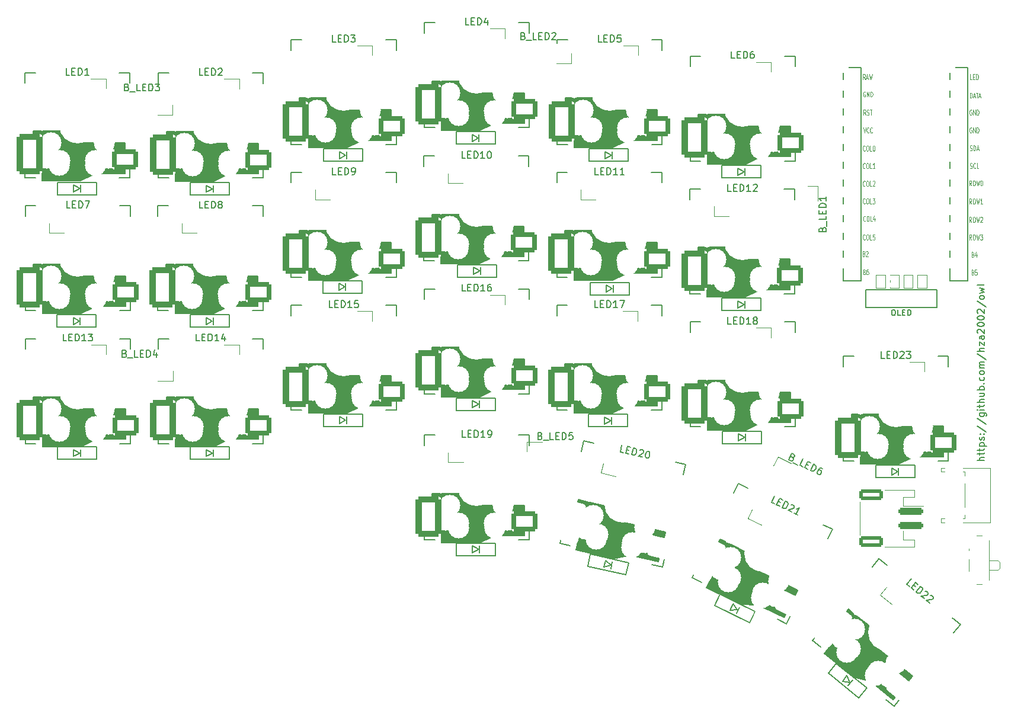
<source format=gto>
G04 #@! TF.GenerationSoftware,KiCad,Pcbnew,7.0.8*
G04 #@! TF.CreationDate,2023-10-25T23:55:58+08:00*
G04 #@! TF.ProjectId,owl,6f776c2e-6b69-4636-9164-5f7063625858,rev?*
G04 #@! TF.SameCoordinates,Original*
G04 #@! TF.FileFunction,Legend,Top*
G04 #@! TF.FilePolarity,Positive*
%FSLAX46Y46*%
G04 Gerber Fmt 4.6, Leading zero omitted, Abs format (unit mm)*
G04 Created by KiCad (PCBNEW 7.0.8) date 2023-10-25 23:55:58*
%MOMM*%
%LPD*%
G01*
G04 APERTURE LIST*
G04 Aperture macros list*
%AMRoundRect*
0 Rectangle with rounded corners*
0 $1 Rounding radius*
0 $2 $3 $4 $5 $6 $7 $8 $9 X,Y pos of 4 corners*
0 Add a 4 corners polygon primitive as box body*
4,1,4,$2,$3,$4,$5,$6,$7,$8,$9,$2,$3,0*
0 Add four circle primitives for the rounded corners*
1,1,$1+$1,$2,$3*
1,1,$1+$1,$4,$5*
1,1,$1+$1,$6,$7*
1,1,$1+$1,$8,$9*
0 Add four rect primitives between the rounded corners*
20,1,$1+$1,$2,$3,$4,$5,0*
20,1,$1+$1,$4,$5,$6,$7,0*
20,1,$1+$1,$6,$7,$8,$9,0*
20,1,$1+$1,$8,$9,$2,$3,0*%
%AMRotRect*
0 Rectangle, with rotation*
0 The origin of the aperture is its center*
0 $1 length*
0 $2 width*
0 $3 Rotation angle, in degrees counterclockwise*
0 Add horizontal line*
21,1,$1,$2,0,0,$3*%
G04 Aperture macros list end*
%ADD10C,0.150000*%
%ADD11C,0.125000*%
%ADD12C,0.120000*%
%ADD13C,0.140000*%
%ADD14C,0.100000*%
%ADD15R,1.397000X1.397000*%
%ADD16C,1.397000*%
%ADD17RotRect,1.397000X1.397000X154.000000*%
%ADD18RotRect,1.397000X1.397000X167.000000*%
%ADD19RotRect,1.397000X1.397000X141.000000*%
%ADD20R,1.800000X1.500000*%
%ADD21R,0.800000X1.000000*%
%ADD22C,0.900000*%
%ADD23R,1.500000X0.700000*%
%ADD24C,4.200000*%
%ADD25C,1.700000*%
%ADD26C,3.000000*%
%ADD27C,5.250000*%
%ADD28RoundRect,0.344204X-1.514196X-1.115796X1.514196X-1.115796X1.514196X1.115796X-1.514196X1.115796X0*%
%ADD29RoundRect,0.432496X-1.398404X-2.445004X1.398404X-2.445004X1.398404X2.445004X-1.398404X2.445004X0*%
%ADD30RotRect,1.700000X1.000000X334.000000*%
%ADD31R,1.700000X1.000000*%
%ADD32R,1.143000X0.635000*%
%ADD33RotRect,1.800000X1.500000X154.000000*%
%ADD34R,1.000000X1.700000*%
%ADD35RotRect,1.700000X1.000000X154.000000*%
%ADD36RotRect,1.800000X1.500000X167.000000*%
%ADD37C,2.100000*%
%ADD38C,1.750000*%
%ADD39RotRect,1.700000X1.000000X347.000000*%
%ADD40RoundRect,0.344204X-1.878944X0.085778X0.474558X-1.820051X1.878944X-0.085778X-0.474558X1.820051X0*%
%ADD41RoundRect,0.432496X-2.625455X-1.020081X-0.451927X-2.780169X2.625455X1.020081X0.451927X2.780169X0*%
%ADD42RotRect,1.700000X1.000000X321.000000*%
%ADD43RotRect,1.800000X1.500000X141.000000*%
%ADD44RoundRect,0.344204X-1.850083X-0.339091X0.871818X-1.666651X1.850083X0.339091X-0.871818X1.666651X0*%
%ADD45RoundRect,0.432496X-2.328696X-1.584535X0.185058X-2.810575X2.328696X1.584535X-0.185058X2.810575X0*%
%ADD46RoundRect,0.250000X-1.500000X0.250000X-1.500000X-0.250000X1.500000X-0.250000X1.500000X0.250000X0*%
%ADD47RoundRect,0.250001X-1.449999X0.499999X-1.449999X-0.499999X1.449999X-0.499999X1.449999X0.499999X0*%
%ADD48RoundRect,0.344204X-1.726387X-0.746578X1.224388X-1.427818X1.726387X0.746578X-1.224388X1.427818X0*%
%ADD49RoundRect,0.432496X-1.912569X-2.067766X0.812557X-2.696911X1.912569X2.067766X-0.812557X2.696911X0*%
%ADD50C,1.524000*%
G04 APERTURE END LIST*
D10*
X214054819Y-115672619D02*
X213054819Y-115672619D01*
X214054819Y-115244048D02*
X213531009Y-115244048D01*
X213531009Y-115244048D02*
X213435771Y-115291667D01*
X213435771Y-115291667D02*
X213388152Y-115386905D01*
X213388152Y-115386905D02*
X213388152Y-115529762D01*
X213388152Y-115529762D02*
X213435771Y-115625000D01*
X213435771Y-115625000D02*
X213483390Y-115672619D01*
X213388152Y-114910714D02*
X213388152Y-114529762D01*
X213054819Y-114767857D02*
X213911961Y-114767857D01*
X213911961Y-114767857D02*
X214007200Y-114720238D01*
X214007200Y-114720238D02*
X214054819Y-114625000D01*
X214054819Y-114625000D02*
X214054819Y-114529762D01*
X213388152Y-114339285D02*
X213388152Y-113958333D01*
X213054819Y-114196428D02*
X213911961Y-114196428D01*
X213911961Y-114196428D02*
X214007200Y-114148809D01*
X214007200Y-114148809D02*
X214054819Y-114053571D01*
X214054819Y-114053571D02*
X214054819Y-113958333D01*
X213388152Y-113624999D02*
X214388152Y-113624999D01*
X213435771Y-113624999D02*
X213388152Y-113529761D01*
X213388152Y-113529761D02*
X213388152Y-113339285D01*
X213388152Y-113339285D02*
X213435771Y-113244047D01*
X213435771Y-113244047D02*
X213483390Y-113196428D01*
X213483390Y-113196428D02*
X213578628Y-113148809D01*
X213578628Y-113148809D02*
X213864342Y-113148809D01*
X213864342Y-113148809D02*
X213959580Y-113196428D01*
X213959580Y-113196428D02*
X214007200Y-113244047D01*
X214007200Y-113244047D02*
X214054819Y-113339285D01*
X214054819Y-113339285D02*
X214054819Y-113529761D01*
X214054819Y-113529761D02*
X214007200Y-113624999D01*
X214007200Y-112767856D02*
X214054819Y-112672618D01*
X214054819Y-112672618D02*
X214054819Y-112482142D01*
X214054819Y-112482142D02*
X214007200Y-112386904D01*
X214007200Y-112386904D02*
X213911961Y-112339285D01*
X213911961Y-112339285D02*
X213864342Y-112339285D01*
X213864342Y-112339285D02*
X213769104Y-112386904D01*
X213769104Y-112386904D02*
X213721485Y-112482142D01*
X213721485Y-112482142D02*
X213721485Y-112624999D01*
X213721485Y-112624999D02*
X213673866Y-112720237D01*
X213673866Y-112720237D02*
X213578628Y-112767856D01*
X213578628Y-112767856D02*
X213531009Y-112767856D01*
X213531009Y-112767856D02*
X213435771Y-112720237D01*
X213435771Y-112720237D02*
X213388152Y-112624999D01*
X213388152Y-112624999D02*
X213388152Y-112482142D01*
X213388152Y-112482142D02*
X213435771Y-112386904D01*
X213959580Y-111910713D02*
X214007200Y-111863094D01*
X214007200Y-111863094D02*
X214054819Y-111910713D01*
X214054819Y-111910713D02*
X214007200Y-111958332D01*
X214007200Y-111958332D02*
X213959580Y-111910713D01*
X213959580Y-111910713D02*
X214054819Y-111910713D01*
X213435771Y-111910713D02*
X213483390Y-111863094D01*
X213483390Y-111863094D02*
X213531009Y-111910713D01*
X213531009Y-111910713D02*
X213483390Y-111958332D01*
X213483390Y-111958332D02*
X213435771Y-111910713D01*
X213435771Y-111910713D02*
X213531009Y-111910713D01*
X213007200Y-110720238D02*
X214292914Y-111577380D01*
X213007200Y-109672619D02*
X214292914Y-110529761D01*
X213388152Y-108910714D02*
X214197676Y-108910714D01*
X214197676Y-108910714D02*
X214292914Y-108958333D01*
X214292914Y-108958333D02*
X214340533Y-109005952D01*
X214340533Y-109005952D02*
X214388152Y-109101190D01*
X214388152Y-109101190D02*
X214388152Y-109244047D01*
X214388152Y-109244047D02*
X214340533Y-109339285D01*
X214007200Y-108910714D02*
X214054819Y-109005952D01*
X214054819Y-109005952D02*
X214054819Y-109196428D01*
X214054819Y-109196428D02*
X214007200Y-109291666D01*
X214007200Y-109291666D02*
X213959580Y-109339285D01*
X213959580Y-109339285D02*
X213864342Y-109386904D01*
X213864342Y-109386904D02*
X213578628Y-109386904D01*
X213578628Y-109386904D02*
X213483390Y-109339285D01*
X213483390Y-109339285D02*
X213435771Y-109291666D01*
X213435771Y-109291666D02*
X213388152Y-109196428D01*
X213388152Y-109196428D02*
X213388152Y-109005952D01*
X213388152Y-109005952D02*
X213435771Y-108910714D01*
X214054819Y-108434523D02*
X213388152Y-108434523D01*
X213054819Y-108434523D02*
X213102438Y-108482142D01*
X213102438Y-108482142D02*
X213150057Y-108434523D01*
X213150057Y-108434523D02*
X213102438Y-108386904D01*
X213102438Y-108386904D02*
X213054819Y-108434523D01*
X213054819Y-108434523D02*
X213150057Y-108434523D01*
X213388152Y-108101190D02*
X213388152Y-107720238D01*
X213054819Y-107958333D02*
X213911961Y-107958333D01*
X213911961Y-107958333D02*
X214007200Y-107910714D01*
X214007200Y-107910714D02*
X214054819Y-107815476D01*
X214054819Y-107815476D02*
X214054819Y-107720238D01*
X214054819Y-107386904D02*
X213054819Y-107386904D01*
X214054819Y-106958333D02*
X213531009Y-106958333D01*
X213531009Y-106958333D02*
X213435771Y-107005952D01*
X213435771Y-107005952D02*
X213388152Y-107101190D01*
X213388152Y-107101190D02*
X213388152Y-107244047D01*
X213388152Y-107244047D02*
X213435771Y-107339285D01*
X213435771Y-107339285D02*
X213483390Y-107386904D01*
X213388152Y-106053571D02*
X214054819Y-106053571D01*
X213388152Y-106482142D02*
X213911961Y-106482142D01*
X213911961Y-106482142D02*
X214007200Y-106434523D01*
X214007200Y-106434523D02*
X214054819Y-106339285D01*
X214054819Y-106339285D02*
X214054819Y-106196428D01*
X214054819Y-106196428D02*
X214007200Y-106101190D01*
X214007200Y-106101190D02*
X213959580Y-106053571D01*
X214054819Y-105577380D02*
X213054819Y-105577380D01*
X213435771Y-105577380D02*
X213388152Y-105482142D01*
X213388152Y-105482142D02*
X213388152Y-105291666D01*
X213388152Y-105291666D02*
X213435771Y-105196428D01*
X213435771Y-105196428D02*
X213483390Y-105148809D01*
X213483390Y-105148809D02*
X213578628Y-105101190D01*
X213578628Y-105101190D02*
X213864342Y-105101190D01*
X213864342Y-105101190D02*
X213959580Y-105148809D01*
X213959580Y-105148809D02*
X214007200Y-105196428D01*
X214007200Y-105196428D02*
X214054819Y-105291666D01*
X214054819Y-105291666D02*
X214054819Y-105482142D01*
X214054819Y-105482142D02*
X214007200Y-105577380D01*
X213959580Y-104672618D02*
X214007200Y-104624999D01*
X214007200Y-104624999D02*
X214054819Y-104672618D01*
X214054819Y-104672618D02*
X214007200Y-104720237D01*
X214007200Y-104720237D02*
X213959580Y-104672618D01*
X213959580Y-104672618D02*
X214054819Y-104672618D01*
X214007200Y-103767857D02*
X214054819Y-103863095D01*
X214054819Y-103863095D02*
X214054819Y-104053571D01*
X214054819Y-104053571D02*
X214007200Y-104148809D01*
X214007200Y-104148809D02*
X213959580Y-104196428D01*
X213959580Y-104196428D02*
X213864342Y-104244047D01*
X213864342Y-104244047D02*
X213578628Y-104244047D01*
X213578628Y-104244047D02*
X213483390Y-104196428D01*
X213483390Y-104196428D02*
X213435771Y-104148809D01*
X213435771Y-104148809D02*
X213388152Y-104053571D01*
X213388152Y-104053571D02*
X213388152Y-103863095D01*
X213388152Y-103863095D02*
X213435771Y-103767857D01*
X214054819Y-103196428D02*
X214007200Y-103291666D01*
X214007200Y-103291666D02*
X213959580Y-103339285D01*
X213959580Y-103339285D02*
X213864342Y-103386904D01*
X213864342Y-103386904D02*
X213578628Y-103386904D01*
X213578628Y-103386904D02*
X213483390Y-103339285D01*
X213483390Y-103339285D02*
X213435771Y-103291666D01*
X213435771Y-103291666D02*
X213388152Y-103196428D01*
X213388152Y-103196428D02*
X213388152Y-103053571D01*
X213388152Y-103053571D02*
X213435771Y-102958333D01*
X213435771Y-102958333D02*
X213483390Y-102910714D01*
X213483390Y-102910714D02*
X213578628Y-102863095D01*
X213578628Y-102863095D02*
X213864342Y-102863095D01*
X213864342Y-102863095D02*
X213959580Y-102910714D01*
X213959580Y-102910714D02*
X214007200Y-102958333D01*
X214007200Y-102958333D02*
X214054819Y-103053571D01*
X214054819Y-103053571D02*
X214054819Y-103196428D01*
X214054819Y-102434523D02*
X213388152Y-102434523D01*
X213483390Y-102434523D02*
X213435771Y-102386904D01*
X213435771Y-102386904D02*
X213388152Y-102291666D01*
X213388152Y-102291666D02*
X213388152Y-102148809D01*
X213388152Y-102148809D02*
X213435771Y-102053571D01*
X213435771Y-102053571D02*
X213531009Y-102005952D01*
X213531009Y-102005952D02*
X214054819Y-102005952D01*
X213531009Y-102005952D02*
X213435771Y-101958333D01*
X213435771Y-101958333D02*
X213388152Y-101863095D01*
X213388152Y-101863095D02*
X213388152Y-101720238D01*
X213388152Y-101720238D02*
X213435771Y-101624999D01*
X213435771Y-101624999D02*
X213531009Y-101577380D01*
X213531009Y-101577380D02*
X214054819Y-101577380D01*
X213007200Y-100386905D02*
X214292914Y-101244047D01*
X214054819Y-100053571D02*
X213054819Y-100053571D01*
X214054819Y-99625000D02*
X213531009Y-99625000D01*
X213531009Y-99625000D02*
X213435771Y-99672619D01*
X213435771Y-99672619D02*
X213388152Y-99767857D01*
X213388152Y-99767857D02*
X213388152Y-99910714D01*
X213388152Y-99910714D02*
X213435771Y-100005952D01*
X213435771Y-100005952D02*
X213483390Y-100053571D01*
X213388152Y-99244047D02*
X213388152Y-98720238D01*
X213388152Y-98720238D02*
X214054819Y-99244047D01*
X214054819Y-99244047D02*
X214054819Y-98720238D01*
X214054819Y-97910714D02*
X213531009Y-97910714D01*
X213531009Y-97910714D02*
X213435771Y-97958333D01*
X213435771Y-97958333D02*
X213388152Y-98053571D01*
X213388152Y-98053571D02*
X213388152Y-98244047D01*
X213388152Y-98244047D02*
X213435771Y-98339285D01*
X214007200Y-97910714D02*
X214054819Y-98005952D01*
X214054819Y-98005952D02*
X214054819Y-98244047D01*
X214054819Y-98244047D02*
X214007200Y-98339285D01*
X214007200Y-98339285D02*
X213911961Y-98386904D01*
X213911961Y-98386904D02*
X213816723Y-98386904D01*
X213816723Y-98386904D02*
X213721485Y-98339285D01*
X213721485Y-98339285D02*
X213673866Y-98244047D01*
X213673866Y-98244047D02*
X213673866Y-98005952D01*
X213673866Y-98005952D02*
X213626247Y-97910714D01*
X213150057Y-97482142D02*
X213102438Y-97434523D01*
X213102438Y-97434523D02*
X213054819Y-97339285D01*
X213054819Y-97339285D02*
X213054819Y-97101190D01*
X213054819Y-97101190D02*
X213102438Y-97005952D01*
X213102438Y-97005952D02*
X213150057Y-96958333D01*
X213150057Y-96958333D02*
X213245295Y-96910714D01*
X213245295Y-96910714D02*
X213340533Y-96910714D01*
X213340533Y-96910714D02*
X213483390Y-96958333D01*
X213483390Y-96958333D02*
X214054819Y-97529761D01*
X214054819Y-97529761D02*
X214054819Y-96910714D01*
X213054819Y-96291666D02*
X213054819Y-96196428D01*
X213054819Y-96196428D02*
X213102438Y-96101190D01*
X213102438Y-96101190D02*
X213150057Y-96053571D01*
X213150057Y-96053571D02*
X213245295Y-96005952D01*
X213245295Y-96005952D02*
X213435771Y-95958333D01*
X213435771Y-95958333D02*
X213673866Y-95958333D01*
X213673866Y-95958333D02*
X213864342Y-96005952D01*
X213864342Y-96005952D02*
X213959580Y-96053571D01*
X213959580Y-96053571D02*
X214007200Y-96101190D01*
X214007200Y-96101190D02*
X214054819Y-96196428D01*
X214054819Y-96196428D02*
X214054819Y-96291666D01*
X214054819Y-96291666D02*
X214007200Y-96386904D01*
X214007200Y-96386904D02*
X213959580Y-96434523D01*
X213959580Y-96434523D02*
X213864342Y-96482142D01*
X213864342Y-96482142D02*
X213673866Y-96529761D01*
X213673866Y-96529761D02*
X213435771Y-96529761D01*
X213435771Y-96529761D02*
X213245295Y-96482142D01*
X213245295Y-96482142D02*
X213150057Y-96434523D01*
X213150057Y-96434523D02*
X213102438Y-96386904D01*
X213102438Y-96386904D02*
X213054819Y-96291666D01*
X213054819Y-95339285D02*
X213054819Y-95244047D01*
X213054819Y-95244047D02*
X213102438Y-95148809D01*
X213102438Y-95148809D02*
X213150057Y-95101190D01*
X213150057Y-95101190D02*
X213245295Y-95053571D01*
X213245295Y-95053571D02*
X213435771Y-95005952D01*
X213435771Y-95005952D02*
X213673866Y-95005952D01*
X213673866Y-95005952D02*
X213864342Y-95053571D01*
X213864342Y-95053571D02*
X213959580Y-95101190D01*
X213959580Y-95101190D02*
X214007200Y-95148809D01*
X214007200Y-95148809D02*
X214054819Y-95244047D01*
X214054819Y-95244047D02*
X214054819Y-95339285D01*
X214054819Y-95339285D02*
X214007200Y-95434523D01*
X214007200Y-95434523D02*
X213959580Y-95482142D01*
X213959580Y-95482142D02*
X213864342Y-95529761D01*
X213864342Y-95529761D02*
X213673866Y-95577380D01*
X213673866Y-95577380D02*
X213435771Y-95577380D01*
X213435771Y-95577380D02*
X213245295Y-95529761D01*
X213245295Y-95529761D02*
X213150057Y-95482142D01*
X213150057Y-95482142D02*
X213102438Y-95434523D01*
X213102438Y-95434523D02*
X213054819Y-95339285D01*
X213150057Y-94624999D02*
X213102438Y-94577380D01*
X213102438Y-94577380D02*
X213054819Y-94482142D01*
X213054819Y-94482142D02*
X213054819Y-94244047D01*
X213054819Y-94244047D02*
X213102438Y-94148809D01*
X213102438Y-94148809D02*
X213150057Y-94101190D01*
X213150057Y-94101190D02*
X213245295Y-94053571D01*
X213245295Y-94053571D02*
X213340533Y-94053571D01*
X213340533Y-94053571D02*
X213483390Y-94101190D01*
X213483390Y-94101190D02*
X214054819Y-94672618D01*
X214054819Y-94672618D02*
X214054819Y-94053571D01*
X213007200Y-92910714D02*
X214292914Y-93767856D01*
X214054819Y-92434523D02*
X214007200Y-92529761D01*
X214007200Y-92529761D02*
X213959580Y-92577380D01*
X213959580Y-92577380D02*
X213864342Y-92624999D01*
X213864342Y-92624999D02*
X213578628Y-92624999D01*
X213578628Y-92624999D02*
X213483390Y-92577380D01*
X213483390Y-92577380D02*
X213435771Y-92529761D01*
X213435771Y-92529761D02*
X213388152Y-92434523D01*
X213388152Y-92434523D02*
X213388152Y-92291666D01*
X213388152Y-92291666D02*
X213435771Y-92196428D01*
X213435771Y-92196428D02*
X213483390Y-92148809D01*
X213483390Y-92148809D02*
X213578628Y-92101190D01*
X213578628Y-92101190D02*
X213864342Y-92101190D01*
X213864342Y-92101190D02*
X213959580Y-92148809D01*
X213959580Y-92148809D02*
X214007200Y-92196428D01*
X214007200Y-92196428D02*
X214054819Y-92291666D01*
X214054819Y-92291666D02*
X214054819Y-92434523D01*
X213388152Y-91767856D02*
X214054819Y-91577380D01*
X214054819Y-91577380D02*
X213578628Y-91386904D01*
X213578628Y-91386904D02*
X214054819Y-91196428D01*
X214054819Y-91196428D02*
X213388152Y-91005952D01*
X214054819Y-90482142D02*
X214007200Y-90577380D01*
X214007200Y-90577380D02*
X213911961Y-90624999D01*
X213911961Y-90624999D02*
X213054819Y-90624999D01*
X184081467Y-121854326D02*
X183653470Y-121645578D01*
X183653470Y-121645578D02*
X184091841Y-120746784D01*
X184610688Y-121529653D02*
X184910286Y-121675776D01*
X184809063Y-122209198D02*
X184381065Y-122000450D01*
X184381065Y-122000450D02*
X184819437Y-121101655D01*
X184819437Y-121101655D02*
X185247434Y-121310404D01*
X185194260Y-122397071D02*
X185632631Y-121498277D01*
X185632631Y-121498277D02*
X185846630Y-121602651D01*
X185846630Y-121602651D02*
X185954154Y-121708075D01*
X185954154Y-121708075D02*
X185998004Y-121835424D01*
X185998004Y-121835424D02*
X185999054Y-121941899D01*
X185999054Y-121941899D02*
X185958355Y-122133972D01*
X185958355Y-122133972D02*
X185895730Y-122262371D01*
X185895730Y-122262371D02*
X185769431Y-122412695D01*
X185769431Y-122412695D02*
X185684882Y-122477420D01*
X185684882Y-122477420D02*
X185557533Y-122521270D01*
X185557533Y-122521270D02*
X185408259Y-122501445D01*
X185408259Y-122501445D02*
X185194260Y-122397071D01*
X186446876Y-122001373D02*
X186510551Y-121979448D01*
X186510551Y-121979448D02*
X186617025Y-121978398D01*
X186617025Y-121978398D02*
X186831023Y-122082772D01*
X186831023Y-122082772D02*
X186895748Y-122167321D01*
X186895748Y-122167321D02*
X186917673Y-122230996D01*
X186917673Y-122230996D02*
X186918723Y-122337470D01*
X186918723Y-122337470D02*
X186876973Y-122423069D01*
X186876973Y-122423069D02*
X186771549Y-122530594D01*
X186771549Y-122530594D02*
X186007455Y-122793693D01*
X186007455Y-122793693D02*
X186563851Y-123065065D01*
X187419845Y-123482562D02*
X186906249Y-123232064D01*
X187163047Y-123357313D02*
X187601418Y-122458519D01*
X187601418Y-122458519D02*
X187453194Y-122545168D01*
X187453194Y-122545168D02*
X187325845Y-122589018D01*
X187325845Y-122589018D02*
X187219371Y-122590068D01*
X139907761Y-72503419D02*
X139431571Y-72503419D01*
X139431571Y-72503419D02*
X139431571Y-71503419D01*
X140241095Y-71979609D02*
X140574428Y-71979609D01*
X140717285Y-72503419D02*
X140241095Y-72503419D01*
X140241095Y-72503419D02*
X140241095Y-71503419D01*
X140241095Y-71503419D02*
X140717285Y-71503419D01*
X141145857Y-72503419D02*
X141145857Y-71503419D01*
X141145857Y-71503419D02*
X141383952Y-71503419D01*
X141383952Y-71503419D02*
X141526809Y-71551038D01*
X141526809Y-71551038D02*
X141622047Y-71646276D01*
X141622047Y-71646276D02*
X141669666Y-71741514D01*
X141669666Y-71741514D02*
X141717285Y-71931990D01*
X141717285Y-71931990D02*
X141717285Y-72074847D01*
X141717285Y-72074847D02*
X141669666Y-72265323D01*
X141669666Y-72265323D02*
X141622047Y-72360561D01*
X141622047Y-72360561D02*
X141526809Y-72455800D01*
X141526809Y-72455800D02*
X141383952Y-72503419D01*
X141383952Y-72503419D02*
X141145857Y-72503419D01*
X142669666Y-72503419D02*
X142098238Y-72503419D01*
X142383952Y-72503419D02*
X142383952Y-71503419D01*
X142383952Y-71503419D02*
X142288714Y-71646276D01*
X142288714Y-71646276D02*
X142193476Y-71741514D01*
X142193476Y-71741514D02*
X142098238Y-71789133D01*
X143288714Y-71503419D02*
X143383952Y-71503419D01*
X143383952Y-71503419D02*
X143479190Y-71551038D01*
X143479190Y-71551038D02*
X143526809Y-71598657D01*
X143526809Y-71598657D02*
X143574428Y-71693895D01*
X143574428Y-71693895D02*
X143622047Y-71884371D01*
X143622047Y-71884371D02*
X143622047Y-72122466D01*
X143622047Y-72122466D02*
X143574428Y-72312942D01*
X143574428Y-72312942D02*
X143526809Y-72408180D01*
X143526809Y-72408180D02*
X143479190Y-72455800D01*
X143479190Y-72455800D02*
X143383952Y-72503419D01*
X143383952Y-72503419D02*
X143288714Y-72503419D01*
X143288714Y-72503419D02*
X143193476Y-72455800D01*
X143193476Y-72455800D02*
X143145857Y-72408180D01*
X143145857Y-72408180D02*
X143098238Y-72312942D01*
X143098238Y-72312942D02*
X143050619Y-72122466D01*
X143050619Y-72122466D02*
X143050619Y-71884371D01*
X143050619Y-71884371D02*
X143098238Y-71693895D01*
X143098238Y-71693895D02*
X143145857Y-71598657D01*
X143145857Y-71598657D02*
X143193476Y-71551038D01*
X143193476Y-71551038D02*
X143288714Y-71503419D01*
X120934361Y-93825219D02*
X120458171Y-93825219D01*
X120458171Y-93825219D02*
X120458171Y-92825219D01*
X121267695Y-93301409D02*
X121601028Y-93301409D01*
X121743885Y-93825219D02*
X121267695Y-93825219D01*
X121267695Y-93825219D02*
X121267695Y-92825219D01*
X121267695Y-92825219D02*
X121743885Y-92825219D01*
X122172457Y-93825219D02*
X122172457Y-92825219D01*
X122172457Y-92825219D02*
X122410552Y-92825219D01*
X122410552Y-92825219D02*
X122553409Y-92872838D01*
X122553409Y-92872838D02*
X122648647Y-92968076D01*
X122648647Y-92968076D02*
X122696266Y-93063314D01*
X122696266Y-93063314D02*
X122743885Y-93253790D01*
X122743885Y-93253790D02*
X122743885Y-93396647D01*
X122743885Y-93396647D02*
X122696266Y-93587123D01*
X122696266Y-93587123D02*
X122648647Y-93682361D01*
X122648647Y-93682361D02*
X122553409Y-93777600D01*
X122553409Y-93777600D02*
X122410552Y-93825219D01*
X122410552Y-93825219D02*
X122172457Y-93825219D01*
X123696266Y-93825219D02*
X123124838Y-93825219D01*
X123410552Y-93825219D02*
X123410552Y-92825219D01*
X123410552Y-92825219D02*
X123315314Y-92968076D01*
X123315314Y-92968076D02*
X123220076Y-93063314D01*
X123220076Y-93063314D02*
X123124838Y-93110933D01*
X124601028Y-92825219D02*
X124124838Y-92825219D01*
X124124838Y-92825219D02*
X124077219Y-93301409D01*
X124077219Y-93301409D02*
X124124838Y-93253790D01*
X124124838Y-93253790D02*
X124220076Y-93206171D01*
X124220076Y-93206171D02*
X124458171Y-93206171D01*
X124458171Y-93206171D02*
X124553409Y-93253790D01*
X124553409Y-93253790D02*
X124601028Y-93301409D01*
X124601028Y-93301409D02*
X124648647Y-93396647D01*
X124648647Y-93396647D02*
X124648647Y-93634742D01*
X124648647Y-93634742D02*
X124601028Y-93729980D01*
X124601028Y-93729980D02*
X124553409Y-93777600D01*
X124553409Y-93777600D02*
X124458171Y-93825219D01*
X124458171Y-93825219D02*
X124220076Y-93825219D01*
X124220076Y-93825219D02*
X124124838Y-93777600D01*
X124124838Y-93777600D02*
X124077219Y-93729980D01*
X83361352Y-60602019D02*
X82885162Y-60602019D01*
X82885162Y-60602019D02*
X82885162Y-59602019D01*
X83694686Y-60078209D02*
X84028019Y-60078209D01*
X84170876Y-60602019D02*
X83694686Y-60602019D01*
X83694686Y-60602019D02*
X83694686Y-59602019D01*
X83694686Y-59602019D02*
X84170876Y-59602019D01*
X84599448Y-60602019D02*
X84599448Y-59602019D01*
X84599448Y-59602019D02*
X84837543Y-59602019D01*
X84837543Y-59602019D02*
X84980400Y-59649638D01*
X84980400Y-59649638D02*
X85075638Y-59744876D01*
X85075638Y-59744876D02*
X85123257Y-59840114D01*
X85123257Y-59840114D02*
X85170876Y-60030590D01*
X85170876Y-60030590D02*
X85170876Y-60173447D01*
X85170876Y-60173447D02*
X85123257Y-60363923D01*
X85123257Y-60363923D02*
X85075638Y-60459161D01*
X85075638Y-60459161D02*
X84980400Y-60554400D01*
X84980400Y-60554400D02*
X84837543Y-60602019D01*
X84837543Y-60602019D02*
X84599448Y-60602019D01*
X86123257Y-60602019D02*
X85551829Y-60602019D01*
X85837543Y-60602019D02*
X85837543Y-59602019D01*
X85837543Y-59602019D02*
X85742305Y-59744876D01*
X85742305Y-59744876D02*
X85647067Y-59840114D01*
X85647067Y-59840114D02*
X85551829Y-59887733D01*
X190939009Y-82660857D02*
X190986628Y-82518000D01*
X190986628Y-82518000D02*
X191034247Y-82470381D01*
X191034247Y-82470381D02*
X191129485Y-82422762D01*
X191129485Y-82422762D02*
X191272342Y-82422762D01*
X191272342Y-82422762D02*
X191367580Y-82470381D01*
X191367580Y-82470381D02*
X191415200Y-82518000D01*
X191415200Y-82518000D02*
X191462819Y-82613238D01*
X191462819Y-82613238D02*
X191462819Y-82994190D01*
X191462819Y-82994190D02*
X190462819Y-82994190D01*
X190462819Y-82994190D02*
X190462819Y-82660857D01*
X190462819Y-82660857D02*
X190510438Y-82565619D01*
X190510438Y-82565619D02*
X190558057Y-82518000D01*
X190558057Y-82518000D02*
X190653295Y-82470381D01*
X190653295Y-82470381D02*
X190748533Y-82470381D01*
X190748533Y-82470381D02*
X190843771Y-82518000D01*
X190843771Y-82518000D02*
X190891390Y-82565619D01*
X190891390Y-82565619D02*
X190939009Y-82660857D01*
X190939009Y-82660857D02*
X190939009Y-82994190D01*
X191558057Y-82232286D02*
X191558057Y-81470381D01*
X191462819Y-80756095D02*
X191462819Y-81232285D01*
X191462819Y-81232285D02*
X190462819Y-81232285D01*
X190939009Y-80422761D02*
X190939009Y-80089428D01*
X191462819Y-79946571D02*
X191462819Y-80422761D01*
X191462819Y-80422761D02*
X190462819Y-80422761D01*
X190462819Y-80422761D02*
X190462819Y-79946571D01*
X191462819Y-79517999D02*
X190462819Y-79517999D01*
X190462819Y-79517999D02*
X190462819Y-79279904D01*
X190462819Y-79279904D02*
X190510438Y-79137047D01*
X190510438Y-79137047D02*
X190605676Y-79041809D01*
X190605676Y-79041809D02*
X190700914Y-78994190D01*
X190700914Y-78994190D02*
X190891390Y-78946571D01*
X190891390Y-78946571D02*
X191034247Y-78946571D01*
X191034247Y-78946571D02*
X191224723Y-78994190D01*
X191224723Y-78994190D02*
X191319961Y-79041809D01*
X191319961Y-79041809D02*
X191415200Y-79137047D01*
X191415200Y-79137047D02*
X191462819Y-79279904D01*
X191462819Y-79279904D02*
X191462819Y-79517999D01*
X191462819Y-77994190D02*
X191462819Y-78565618D01*
X191462819Y-78279904D02*
X190462819Y-78279904D01*
X190462819Y-78279904D02*
X190605676Y-78375142D01*
X190605676Y-78375142D02*
X190700914Y-78470380D01*
X190700914Y-78470380D02*
X190748533Y-78565618D01*
X178408152Y-58214419D02*
X177931962Y-58214419D01*
X177931962Y-58214419D02*
X177931962Y-57214419D01*
X178741486Y-57690609D02*
X179074819Y-57690609D01*
X179217676Y-58214419D02*
X178741486Y-58214419D01*
X178741486Y-58214419D02*
X178741486Y-57214419D01*
X178741486Y-57214419D02*
X179217676Y-57214419D01*
X179646248Y-58214419D02*
X179646248Y-57214419D01*
X179646248Y-57214419D02*
X179884343Y-57214419D01*
X179884343Y-57214419D02*
X180027200Y-57262038D01*
X180027200Y-57262038D02*
X180122438Y-57357276D01*
X180122438Y-57357276D02*
X180170057Y-57452514D01*
X180170057Y-57452514D02*
X180217676Y-57642990D01*
X180217676Y-57642990D02*
X180217676Y-57785847D01*
X180217676Y-57785847D02*
X180170057Y-57976323D01*
X180170057Y-57976323D02*
X180122438Y-58071561D01*
X180122438Y-58071561D02*
X180027200Y-58166800D01*
X180027200Y-58166800D02*
X179884343Y-58214419D01*
X179884343Y-58214419D02*
X179646248Y-58214419D01*
X181074819Y-57214419D02*
X180884343Y-57214419D01*
X180884343Y-57214419D02*
X180789105Y-57262038D01*
X180789105Y-57262038D02*
X180741486Y-57309657D01*
X180741486Y-57309657D02*
X180646248Y-57452514D01*
X180646248Y-57452514D02*
X180598629Y-57642990D01*
X180598629Y-57642990D02*
X180598629Y-58023942D01*
X180598629Y-58023942D02*
X180646248Y-58119180D01*
X180646248Y-58119180D02*
X180693867Y-58166800D01*
X180693867Y-58166800D02*
X180789105Y-58214419D01*
X180789105Y-58214419D02*
X180979581Y-58214419D01*
X180979581Y-58214419D02*
X181074819Y-58166800D01*
X181074819Y-58166800D02*
X181122438Y-58119180D01*
X181122438Y-58119180D02*
X181170057Y-58023942D01*
X181170057Y-58023942D02*
X181170057Y-57785847D01*
X181170057Y-57785847D02*
X181122438Y-57690609D01*
X181122438Y-57690609D02*
X181074819Y-57642990D01*
X181074819Y-57642990D02*
X180979581Y-57595371D01*
X180979581Y-57595371D02*
X180789105Y-57595371D01*
X180789105Y-57595371D02*
X180693867Y-57642990D01*
X180693867Y-57642990D02*
X180646248Y-57690609D01*
X180646248Y-57690609D02*
X180598629Y-57785847D01*
X186629255Y-115248624D02*
X186736780Y-115354049D01*
X186736780Y-115354049D02*
X186758705Y-115417723D01*
X186758705Y-115417723D02*
X186759755Y-115524197D01*
X186759755Y-115524197D02*
X186697130Y-115652597D01*
X186697130Y-115652597D02*
X186612581Y-115717321D01*
X186612581Y-115717321D02*
X186548906Y-115739246D01*
X186548906Y-115739246D02*
X186442432Y-115740296D01*
X186442432Y-115740296D02*
X186100034Y-115573298D01*
X186100034Y-115573298D02*
X186538406Y-114674504D01*
X186538406Y-114674504D02*
X186838004Y-114820627D01*
X186838004Y-114820627D02*
X186902728Y-114905177D01*
X186902728Y-114905177D02*
X186924653Y-114968851D01*
X186924653Y-114968851D02*
X186925703Y-115075325D01*
X186925703Y-115075325D02*
X186883954Y-115160925D01*
X186883954Y-115160925D02*
X186799404Y-115225649D01*
X186799404Y-115225649D02*
X186735730Y-115247574D01*
X186735730Y-115247574D02*
X186629255Y-115248624D01*
X186629255Y-115248624D02*
X186329657Y-115102501D01*
X186743080Y-115992894D02*
X187427876Y-116326891D01*
X188111621Y-116554414D02*
X187683624Y-116345666D01*
X187683624Y-116345666D02*
X188121995Y-115446872D01*
X188640842Y-116229741D02*
X188940441Y-116375865D01*
X188839217Y-116909286D02*
X188411220Y-116700538D01*
X188411220Y-116700538D02*
X188849591Y-115801744D01*
X188849591Y-115801744D02*
X189277588Y-116010492D01*
X189224414Y-117097159D02*
X189662785Y-116198365D01*
X189662785Y-116198365D02*
X189876784Y-116302739D01*
X189876784Y-116302739D02*
X189984308Y-116408164D01*
X189984308Y-116408164D02*
X190028158Y-116535513D01*
X190028158Y-116535513D02*
X190029208Y-116641987D01*
X190029208Y-116641987D02*
X189988509Y-116834061D01*
X189988509Y-116834061D02*
X189925884Y-116962460D01*
X189925884Y-116962460D02*
X189799585Y-117112784D01*
X189799585Y-117112784D02*
X189715036Y-117177508D01*
X189715036Y-117177508D02*
X189587687Y-117221358D01*
X189587687Y-117221358D02*
X189438413Y-117201533D01*
X189438413Y-117201533D02*
X189224414Y-117097159D01*
X190946777Y-116824610D02*
X190775578Y-116741111D01*
X190775578Y-116741111D02*
X190669104Y-116742161D01*
X190669104Y-116742161D02*
X190605429Y-116764086D01*
X190605429Y-116764086D02*
X190457205Y-116850735D01*
X190457205Y-116850735D02*
X190330906Y-117001059D01*
X190330906Y-117001059D02*
X190163908Y-117343457D01*
X190163908Y-117343457D02*
X190164958Y-117449931D01*
X190164958Y-117449931D02*
X190186883Y-117513606D01*
X190186883Y-117513606D02*
X190251607Y-117598155D01*
X190251607Y-117598155D02*
X190422806Y-117681654D01*
X190422806Y-117681654D02*
X190529281Y-117680604D01*
X190529281Y-117680604D02*
X190592955Y-117658679D01*
X190592955Y-117658679D02*
X190677504Y-117593955D01*
X190677504Y-117593955D02*
X190781878Y-117379956D01*
X190781878Y-117379956D02*
X190780828Y-117273482D01*
X190780828Y-117273482D02*
X190758904Y-117209807D01*
X190758904Y-117209807D02*
X190694179Y-117125258D01*
X190694179Y-117125258D02*
X190522980Y-117041759D01*
X190522980Y-117041759D02*
X190416506Y-117042809D01*
X190416506Y-117042809D02*
X190352831Y-117064734D01*
X190352831Y-117064734D02*
X190268282Y-117129458D01*
X121410552Y-55877619D02*
X120934362Y-55877619D01*
X120934362Y-55877619D02*
X120934362Y-54877619D01*
X121743886Y-55353809D02*
X122077219Y-55353809D01*
X122220076Y-55877619D02*
X121743886Y-55877619D01*
X121743886Y-55877619D02*
X121743886Y-54877619D01*
X121743886Y-54877619D02*
X122220076Y-54877619D01*
X122648648Y-55877619D02*
X122648648Y-54877619D01*
X122648648Y-54877619D02*
X122886743Y-54877619D01*
X122886743Y-54877619D02*
X123029600Y-54925238D01*
X123029600Y-54925238D02*
X123124838Y-55020476D01*
X123124838Y-55020476D02*
X123172457Y-55115714D01*
X123172457Y-55115714D02*
X123220076Y-55306190D01*
X123220076Y-55306190D02*
X123220076Y-55449047D01*
X123220076Y-55449047D02*
X123172457Y-55639523D01*
X123172457Y-55639523D02*
X123124838Y-55734761D01*
X123124838Y-55734761D02*
X123029600Y-55830000D01*
X123029600Y-55830000D02*
X122886743Y-55877619D01*
X122886743Y-55877619D02*
X122648648Y-55877619D01*
X123553410Y-54877619D02*
X124172457Y-54877619D01*
X124172457Y-54877619D02*
X123839124Y-55258571D01*
X123839124Y-55258571D02*
X123981981Y-55258571D01*
X123981981Y-55258571D02*
X124077219Y-55306190D01*
X124077219Y-55306190D02*
X124124838Y-55353809D01*
X124124838Y-55353809D02*
X124172457Y-55449047D01*
X124172457Y-55449047D02*
X124172457Y-55687142D01*
X124172457Y-55687142D02*
X124124838Y-55782380D01*
X124124838Y-55782380D02*
X124077219Y-55830000D01*
X124077219Y-55830000D02*
X123981981Y-55877619D01*
X123981981Y-55877619D02*
X123696267Y-55877619D01*
X123696267Y-55877619D02*
X123601029Y-55830000D01*
X123601029Y-55830000D02*
X123553410Y-55782380D01*
X102411352Y-60652819D02*
X101935162Y-60652819D01*
X101935162Y-60652819D02*
X101935162Y-59652819D01*
X102744686Y-60129009D02*
X103078019Y-60129009D01*
X103220876Y-60652819D02*
X102744686Y-60652819D01*
X102744686Y-60652819D02*
X102744686Y-59652819D01*
X102744686Y-59652819D02*
X103220876Y-59652819D01*
X103649448Y-60652819D02*
X103649448Y-59652819D01*
X103649448Y-59652819D02*
X103887543Y-59652819D01*
X103887543Y-59652819D02*
X104030400Y-59700438D01*
X104030400Y-59700438D02*
X104125638Y-59795676D01*
X104125638Y-59795676D02*
X104173257Y-59890914D01*
X104173257Y-59890914D02*
X104220876Y-60081390D01*
X104220876Y-60081390D02*
X104220876Y-60224247D01*
X104220876Y-60224247D02*
X104173257Y-60414723D01*
X104173257Y-60414723D02*
X104125638Y-60509961D01*
X104125638Y-60509961D02*
X104030400Y-60605200D01*
X104030400Y-60605200D02*
X103887543Y-60652819D01*
X103887543Y-60652819D02*
X103649448Y-60652819D01*
X104601829Y-59748057D02*
X104649448Y-59700438D01*
X104649448Y-59700438D02*
X104744686Y-59652819D01*
X104744686Y-59652819D02*
X104982781Y-59652819D01*
X104982781Y-59652819D02*
X105078019Y-59700438D01*
X105078019Y-59700438D02*
X105125638Y-59748057D01*
X105125638Y-59748057D02*
X105173257Y-59843295D01*
X105173257Y-59843295D02*
X105173257Y-59938533D01*
X105173257Y-59938533D02*
X105125638Y-60081390D01*
X105125638Y-60081390D02*
X104554210Y-60652819D01*
X104554210Y-60652819D02*
X105173257Y-60652819D01*
X162500448Y-114569169D02*
X162036462Y-114462049D01*
X162036462Y-114462049D02*
X162261413Y-113487679D01*
X162943070Y-114133768D02*
X163267860Y-114208752D01*
X163289224Y-114751272D02*
X162825238Y-114644153D01*
X162825238Y-114644153D02*
X163050189Y-113669783D01*
X163050189Y-113669783D02*
X163514175Y-113776902D01*
X163706811Y-114847680D02*
X163931762Y-113873310D01*
X163931762Y-113873310D02*
X164163755Y-113926870D01*
X164163755Y-113926870D02*
X164292239Y-114005404D01*
X164292239Y-114005404D02*
X164363612Y-114119625D01*
X164363612Y-114119625D02*
X164388587Y-114223134D01*
X164388587Y-114223134D02*
X164392138Y-114419440D01*
X164392138Y-114419440D02*
X164360002Y-114558636D01*
X164360002Y-114558636D02*
X164270755Y-114733519D01*
X164270755Y-114733519D02*
X164202933Y-114815604D01*
X164202933Y-114815604D02*
X164088712Y-114886977D01*
X164088712Y-114886977D02*
X163938804Y-114901240D01*
X163938804Y-114901240D02*
X163706811Y-114847680D01*
X164838310Y-114180346D02*
X164895420Y-114144659D01*
X164895420Y-114144659D02*
X164998930Y-114119685D01*
X164998930Y-114119685D02*
X165230922Y-114173245D01*
X165230922Y-114173245D02*
X165313008Y-114241067D01*
X165313008Y-114241067D02*
X165348694Y-114298178D01*
X165348694Y-114298178D02*
X165373669Y-114401687D01*
X165373669Y-114401687D02*
X165352245Y-114494484D01*
X165352245Y-114494484D02*
X165273711Y-114622968D01*
X165273711Y-114622968D02*
X164588384Y-115051207D01*
X164588384Y-115051207D02*
X165191566Y-115190462D01*
X166019698Y-114355348D02*
X166112495Y-114376772D01*
X166112495Y-114376772D02*
X166194581Y-114444594D01*
X166194581Y-114444594D02*
X166230267Y-114501705D01*
X166230267Y-114501705D02*
X166255242Y-114605214D01*
X166255242Y-114605214D02*
X166258793Y-114801520D01*
X166258793Y-114801520D02*
X166205233Y-115033513D01*
X166205233Y-115033513D02*
X166115986Y-115208395D01*
X166115986Y-115208395D02*
X166048164Y-115290481D01*
X166048164Y-115290481D02*
X165991053Y-115326167D01*
X165991053Y-115326167D02*
X165887544Y-115351142D01*
X165887544Y-115351142D02*
X165794747Y-115329718D01*
X165794747Y-115329718D02*
X165712662Y-115261895D01*
X165712662Y-115261895D02*
X165676975Y-115204785D01*
X165676975Y-115204785D02*
X165652001Y-115101276D01*
X165652001Y-115101276D02*
X165648450Y-114904970D01*
X165648450Y-114904970D02*
X165702010Y-114672977D01*
X165702010Y-114672977D02*
X165791256Y-114498094D01*
X165791256Y-114498094D02*
X165859079Y-114416009D01*
X165859079Y-114416009D02*
X165916189Y-114380323D01*
X165916189Y-114380323D02*
X166019698Y-114355348D01*
X102392352Y-79626619D02*
X101916162Y-79626619D01*
X101916162Y-79626619D02*
X101916162Y-78626619D01*
X102725686Y-79102809D02*
X103059019Y-79102809D01*
X103201876Y-79626619D02*
X102725686Y-79626619D01*
X102725686Y-79626619D02*
X102725686Y-78626619D01*
X102725686Y-78626619D02*
X103201876Y-78626619D01*
X103630448Y-79626619D02*
X103630448Y-78626619D01*
X103630448Y-78626619D02*
X103868543Y-78626619D01*
X103868543Y-78626619D02*
X104011400Y-78674238D01*
X104011400Y-78674238D02*
X104106638Y-78769476D01*
X104106638Y-78769476D02*
X104154257Y-78864714D01*
X104154257Y-78864714D02*
X104201876Y-79055190D01*
X104201876Y-79055190D02*
X104201876Y-79198047D01*
X104201876Y-79198047D02*
X104154257Y-79388523D01*
X104154257Y-79388523D02*
X104106638Y-79483761D01*
X104106638Y-79483761D02*
X104011400Y-79579000D01*
X104011400Y-79579000D02*
X103868543Y-79626619D01*
X103868543Y-79626619D02*
X103630448Y-79626619D01*
X104773305Y-79055190D02*
X104678067Y-79007571D01*
X104678067Y-79007571D02*
X104630448Y-78959952D01*
X104630448Y-78959952D02*
X104582829Y-78864714D01*
X104582829Y-78864714D02*
X104582829Y-78817095D01*
X104582829Y-78817095D02*
X104630448Y-78721857D01*
X104630448Y-78721857D02*
X104678067Y-78674238D01*
X104678067Y-78674238D02*
X104773305Y-78626619D01*
X104773305Y-78626619D02*
X104963781Y-78626619D01*
X104963781Y-78626619D02*
X105059019Y-78674238D01*
X105059019Y-78674238D02*
X105106638Y-78721857D01*
X105106638Y-78721857D02*
X105154257Y-78817095D01*
X105154257Y-78817095D02*
X105154257Y-78864714D01*
X105154257Y-78864714D02*
X105106638Y-78959952D01*
X105106638Y-78959952D02*
X105059019Y-79007571D01*
X105059019Y-79007571D02*
X104963781Y-79055190D01*
X104963781Y-79055190D02*
X104773305Y-79055190D01*
X104773305Y-79055190D02*
X104678067Y-79102809D01*
X104678067Y-79102809D02*
X104630448Y-79150428D01*
X104630448Y-79150428D02*
X104582829Y-79245666D01*
X104582829Y-79245666D02*
X104582829Y-79436142D01*
X104582829Y-79436142D02*
X104630448Y-79531380D01*
X104630448Y-79531380D02*
X104678067Y-79579000D01*
X104678067Y-79579000D02*
X104773305Y-79626619D01*
X104773305Y-79626619D02*
X104963781Y-79626619D01*
X104963781Y-79626619D02*
X105059019Y-79579000D01*
X105059019Y-79579000D02*
X105106638Y-79531380D01*
X105106638Y-79531380D02*
X105154257Y-79436142D01*
X105154257Y-79436142D02*
X105154257Y-79245666D01*
X105154257Y-79245666D02*
X105106638Y-79150428D01*
X105106638Y-79150428D02*
X105059019Y-79102809D01*
X105059019Y-79102809D02*
X104963781Y-79055190D01*
X148177142Y-55011009D02*
X148319999Y-55058628D01*
X148319999Y-55058628D02*
X148367618Y-55106247D01*
X148367618Y-55106247D02*
X148415237Y-55201485D01*
X148415237Y-55201485D02*
X148415237Y-55344342D01*
X148415237Y-55344342D02*
X148367618Y-55439580D01*
X148367618Y-55439580D02*
X148319999Y-55487200D01*
X148319999Y-55487200D02*
X148224761Y-55534819D01*
X148224761Y-55534819D02*
X147843809Y-55534819D01*
X147843809Y-55534819D02*
X147843809Y-54534819D01*
X147843809Y-54534819D02*
X148177142Y-54534819D01*
X148177142Y-54534819D02*
X148272380Y-54582438D01*
X148272380Y-54582438D02*
X148319999Y-54630057D01*
X148319999Y-54630057D02*
X148367618Y-54725295D01*
X148367618Y-54725295D02*
X148367618Y-54820533D01*
X148367618Y-54820533D02*
X148319999Y-54915771D01*
X148319999Y-54915771D02*
X148272380Y-54963390D01*
X148272380Y-54963390D02*
X148177142Y-55011009D01*
X148177142Y-55011009D02*
X147843809Y-55011009D01*
X148605714Y-55630057D02*
X149367618Y-55630057D01*
X150081904Y-55534819D02*
X149605714Y-55534819D01*
X149605714Y-55534819D02*
X149605714Y-54534819D01*
X150415238Y-55011009D02*
X150748571Y-55011009D01*
X150891428Y-55534819D02*
X150415238Y-55534819D01*
X150415238Y-55534819D02*
X150415238Y-54534819D01*
X150415238Y-54534819D02*
X150891428Y-54534819D01*
X151320000Y-55534819D02*
X151320000Y-54534819D01*
X151320000Y-54534819D02*
X151558095Y-54534819D01*
X151558095Y-54534819D02*
X151700952Y-54582438D01*
X151700952Y-54582438D02*
X151796190Y-54677676D01*
X151796190Y-54677676D02*
X151843809Y-54772914D01*
X151843809Y-54772914D02*
X151891428Y-54963390D01*
X151891428Y-54963390D02*
X151891428Y-55106247D01*
X151891428Y-55106247D02*
X151843809Y-55296723D01*
X151843809Y-55296723D02*
X151796190Y-55391961D01*
X151796190Y-55391961D02*
X151700952Y-55487200D01*
X151700952Y-55487200D02*
X151558095Y-55534819D01*
X151558095Y-55534819D02*
X151320000Y-55534819D01*
X152272381Y-54630057D02*
X152320000Y-54582438D01*
X152320000Y-54582438D02*
X152415238Y-54534819D01*
X152415238Y-54534819D02*
X152653333Y-54534819D01*
X152653333Y-54534819D02*
X152748571Y-54582438D01*
X152748571Y-54582438D02*
X152796190Y-54630057D01*
X152796190Y-54630057D02*
X152843809Y-54725295D01*
X152843809Y-54725295D02*
X152843809Y-54820533D01*
X152843809Y-54820533D02*
X152796190Y-54963390D01*
X152796190Y-54963390D02*
X152224762Y-55534819D01*
X152224762Y-55534819D02*
X152843809Y-55534819D01*
X121435552Y-74840219D02*
X120959362Y-74840219D01*
X120959362Y-74840219D02*
X120959362Y-73840219D01*
X121768886Y-74316409D02*
X122102219Y-74316409D01*
X122245076Y-74840219D02*
X121768886Y-74840219D01*
X121768886Y-74840219D02*
X121768886Y-73840219D01*
X121768886Y-73840219D02*
X122245076Y-73840219D01*
X122673648Y-74840219D02*
X122673648Y-73840219D01*
X122673648Y-73840219D02*
X122911743Y-73840219D01*
X122911743Y-73840219D02*
X123054600Y-73887838D01*
X123054600Y-73887838D02*
X123149838Y-73983076D01*
X123149838Y-73983076D02*
X123197457Y-74078314D01*
X123197457Y-74078314D02*
X123245076Y-74268790D01*
X123245076Y-74268790D02*
X123245076Y-74411647D01*
X123245076Y-74411647D02*
X123197457Y-74602123D01*
X123197457Y-74602123D02*
X123149838Y-74697361D01*
X123149838Y-74697361D02*
X123054600Y-74792600D01*
X123054600Y-74792600D02*
X122911743Y-74840219D01*
X122911743Y-74840219D02*
X122673648Y-74840219D01*
X123721267Y-74840219D02*
X123911743Y-74840219D01*
X123911743Y-74840219D02*
X124006981Y-74792600D01*
X124006981Y-74792600D02*
X124054600Y-74744980D01*
X124054600Y-74744980D02*
X124149838Y-74602123D01*
X124149838Y-74602123D02*
X124197457Y-74411647D01*
X124197457Y-74411647D02*
X124197457Y-74030695D01*
X124197457Y-74030695D02*
X124149838Y-73935457D01*
X124149838Y-73935457D02*
X124102219Y-73887838D01*
X124102219Y-73887838D02*
X124006981Y-73840219D01*
X124006981Y-73840219D02*
X123816505Y-73840219D01*
X123816505Y-73840219D02*
X123721267Y-73887838D01*
X123721267Y-73887838D02*
X123673648Y-73935457D01*
X123673648Y-73935457D02*
X123626029Y-74030695D01*
X123626029Y-74030695D02*
X123626029Y-74268790D01*
X123626029Y-74268790D02*
X123673648Y-74364028D01*
X123673648Y-74364028D02*
X123721267Y-74411647D01*
X123721267Y-74411647D02*
X123816505Y-74459266D01*
X123816505Y-74459266D02*
X124006981Y-74459266D01*
X124006981Y-74459266D02*
X124102219Y-74411647D01*
X124102219Y-74411647D02*
X124149838Y-74364028D01*
X124149838Y-74364028D02*
X124197457Y-74268790D01*
X139933561Y-91488419D02*
X139457371Y-91488419D01*
X139457371Y-91488419D02*
X139457371Y-90488419D01*
X140266895Y-90964609D02*
X140600228Y-90964609D01*
X140743085Y-91488419D02*
X140266895Y-91488419D01*
X140266895Y-91488419D02*
X140266895Y-90488419D01*
X140266895Y-90488419D02*
X140743085Y-90488419D01*
X141171657Y-91488419D02*
X141171657Y-90488419D01*
X141171657Y-90488419D02*
X141409752Y-90488419D01*
X141409752Y-90488419D02*
X141552609Y-90536038D01*
X141552609Y-90536038D02*
X141647847Y-90631276D01*
X141647847Y-90631276D02*
X141695466Y-90726514D01*
X141695466Y-90726514D02*
X141743085Y-90916990D01*
X141743085Y-90916990D02*
X141743085Y-91059847D01*
X141743085Y-91059847D02*
X141695466Y-91250323D01*
X141695466Y-91250323D02*
X141647847Y-91345561D01*
X141647847Y-91345561D02*
X141552609Y-91440800D01*
X141552609Y-91440800D02*
X141409752Y-91488419D01*
X141409752Y-91488419D02*
X141171657Y-91488419D01*
X142695466Y-91488419D02*
X142124038Y-91488419D01*
X142409752Y-91488419D02*
X142409752Y-90488419D01*
X142409752Y-90488419D02*
X142314514Y-90631276D01*
X142314514Y-90631276D02*
X142219276Y-90726514D01*
X142219276Y-90726514D02*
X142124038Y-90774133D01*
X143552609Y-90488419D02*
X143362133Y-90488419D01*
X143362133Y-90488419D02*
X143266895Y-90536038D01*
X143266895Y-90536038D02*
X143219276Y-90583657D01*
X143219276Y-90583657D02*
X143124038Y-90726514D01*
X143124038Y-90726514D02*
X143076419Y-90916990D01*
X143076419Y-90916990D02*
X143076419Y-91297942D01*
X143076419Y-91297942D02*
X143124038Y-91393180D01*
X143124038Y-91393180D02*
X143171657Y-91440800D01*
X143171657Y-91440800D02*
X143266895Y-91488419D01*
X143266895Y-91488419D02*
X143457371Y-91488419D01*
X143457371Y-91488419D02*
X143552609Y-91440800D01*
X143552609Y-91440800D02*
X143600228Y-91393180D01*
X143600228Y-91393180D02*
X143647847Y-91297942D01*
X143647847Y-91297942D02*
X143647847Y-91059847D01*
X143647847Y-91059847D02*
X143600228Y-90964609D01*
X143600228Y-90964609D02*
X143552609Y-90916990D01*
X143552609Y-90916990D02*
X143457371Y-90869371D01*
X143457371Y-90869371D02*
X143266895Y-90869371D01*
X143266895Y-90869371D02*
X143171657Y-90916990D01*
X143171657Y-90916990D02*
X143124038Y-90964609D01*
X143124038Y-90964609D02*
X143076419Y-91059847D01*
X140409752Y-53439219D02*
X139933562Y-53439219D01*
X139933562Y-53439219D02*
X139933562Y-52439219D01*
X140743086Y-52915409D02*
X141076419Y-52915409D01*
X141219276Y-53439219D02*
X140743086Y-53439219D01*
X140743086Y-53439219D02*
X140743086Y-52439219D01*
X140743086Y-52439219D02*
X141219276Y-52439219D01*
X141647848Y-53439219D02*
X141647848Y-52439219D01*
X141647848Y-52439219D02*
X141885943Y-52439219D01*
X141885943Y-52439219D02*
X142028800Y-52486838D01*
X142028800Y-52486838D02*
X142124038Y-52582076D01*
X142124038Y-52582076D02*
X142171657Y-52677314D01*
X142171657Y-52677314D02*
X142219276Y-52867790D01*
X142219276Y-52867790D02*
X142219276Y-53010647D01*
X142219276Y-53010647D02*
X142171657Y-53201123D01*
X142171657Y-53201123D02*
X142124038Y-53296361D01*
X142124038Y-53296361D02*
X142028800Y-53391600D01*
X142028800Y-53391600D02*
X141885943Y-53439219D01*
X141885943Y-53439219D02*
X141647848Y-53439219D01*
X143076419Y-52772552D02*
X143076419Y-53439219D01*
X142838324Y-52391600D02*
X142600229Y-53105885D01*
X142600229Y-53105885D02*
X143219276Y-53105885D01*
X158906961Y-74840219D02*
X158430771Y-74840219D01*
X158430771Y-74840219D02*
X158430771Y-73840219D01*
X159240295Y-74316409D02*
X159573628Y-74316409D01*
X159716485Y-74840219D02*
X159240295Y-74840219D01*
X159240295Y-74840219D02*
X159240295Y-73840219D01*
X159240295Y-73840219D02*
X159716485Y-73840219D01*
X160145057Y-74840219D02*
X160145057Y-73840219D01*
X160145057Y-73840219D02*
X160383152Y-73840219D01*
X160383152Y-73840219D02*
X160526009Y-73887838D01*
X160526009Y-73887838D02*
X160621247Y-73983076D01*
X160621247Y-73983076D02*
X160668866Y-74078314D01*
X160668866Y-74078314D02*
X160716485Y-74268790D01*
X160716485Y-74268790D02*
X160716485Y-74411647D01*
X160716485Y-74411647D02*
X160668866Y-74602123D01*
X160668866Y-74602123D02*
X160621247Y-74697361D01*
X160621247Y-74697361D02*
X160526009Y-74792600D01*
X160526009Y-74792600D02*
X160383152Y-74840219D01*
X160383152Y-74840219D02*
X160145057Y-74840219D01*
X161668866Y-74840219D02*
X161097438Y-74840219D01*
X161383152Y-74840219D02*
X161383152Y-73840219D01*
X161383152Y-73840219D02*
X161287914Y-73983076D01*
X161287914Y-73983076D02*
X161192676Y-74078314D01*
X161192676Y-74078314D02*
X161097438Y-74125933D01*
X162621247Y-74840219D02*
X162049819Y-74840219D01*
X162335533Y-74840219D02*
X162335533Y-73840219D01*
X162335533Y-73840219D02*
X162240295Y-73983076D01*
X162240295Y-73983076D02*
X162145057Y-74078314D01*
X162145057Y-74078314D02*
X162049819Y-74125933D01*
X199826761Y-101089619D02*
X199350571Y-101089619D01*
X199350571Y-101089619D02*
X199350571Y-100089619D01*
X200160095Y-100565809D02*
X200493428Y-100565809D01*
X200636285Y-101089619D02*
X200160095Y-101089619D01*
X200160095Y-101089619D02*
X200160095Y-100089619D01*
X200160095Y-100089619D02*
X200636285Y-100089619D01*
X201064857Y-101089619D02*
X201064857Y-100089619D01*
X201064857Y-100089619D02*
X201302952Y-100089619D01*
X201302952Y-100089619D02*
X201445809Y-100137238D01*
X201445809Y-100137238D02*
X201541047Y-100232476D01*
X201541047Y-100232476D02*
X201588666Y-100327714D01*
X201588666Y-100327714D02*
X201636285Y-100518190D01*
X201636285Y-100518190D02*
X201636285Y-100661047D01*
X201636285Y-100661047D02*
X201588666Y-100851523D01*
X201588666Y-100851523D02*
X201541047Y-100946761D01*
X201541047Y-100946761D02*
X201445809Y-101042000D01*
X201445809Y-101042000D02*
X201302952Y-101089619D01*
X201302952Y-101089619D02*
X201064857Y-101089619D01*
X202017238Y-100184857D02*
X202064857Y-100137238D01*
X202064857Y-100137238D02*
X202160095Y-100089619D01*
X202160095Y-100089619D02*
X202398190Y-100089619D01*
X202398190Y-100089619D02*
X202493428Y-100137238D01*
X202493428Y-100137238D02*
X202541047Y-100184857D01*
X202541047Y-100184857D02*
X202588666Y-100280095D01*
X202588666Y-100280095D02*
X202588666Y-100375333D01*
X202588666Y-100375333D02*
X202541047Y-100518190D01*
X202541047Y-100518190D02*
X201969619Y-101089619D01*
X201969619Y-101089619D02*
X202588666Y-101089619D01*
X202922000Y-100089619D02*
X203541047Y-100089619D01*
X203541047Y-100089619D02*
X203207714Y-100470571D01*
X203207714Y-100470571D02*
X203350571Y-100470571D01*
X203350571Y-100470571D02*
X203445809Y-100518190D01*
X203445809Y-100518190D02*
X203493428Y-100565809D01*
X203493428Y-100565809D02*
X203541047Y-100661047D01*
X203541047Y-100661047D02*
X203541047Y-100899142D01*
X203541047Y-100899142D02*
X203493428Y-100994380D01*
X203493428Y-100994380D02*
X203445809Y-101042000D01*
X203445809Y-101042000D02*
X203350571Y-101089619D01*
X203350571Y-101089619D02*
X203064857Y-101089619D01*
X203064857Y-101089619D02*
X202969619Y-101042000D01*
X202969619Y-101042000D02*
X202922000Y-100994380D01*
X159408952Y-55877619D02*
X158932762Y-55877619D01*
X158932762Y-55877619D02*
X158932762Y-54877619D01*
X159742286Y-55353809D02*
X160075619Y-55353809D01*
X160218476Y-55877619D02*
X159742286Y-55877619D01*
X159742286Y-55877619D02*
X159742286Y-54877619D01*
X159742286Y-54877619D02*
X160218476Y-54877619D01*
X160647048Y-55877619D02*
X160647048Y-54877619D01*
X160647048Y-54877619D02*
X160885143Y-54877619D01*
X160885143Y-54877619D02*
X161028000Y-54925238D01*
X161028000Y-54925238D02*
X161123238Y-55020476D01*
X161123238Y-55020476D02*
X161170857Y-55115714D01*
X161170857Y-55115714D02*
X161218476Y-55306190D01*
X161218476Y-55306190D02*
X161218476Y-55449047D01*
X161218476Y-55449047D02*
X161170857Y-55639523D01*
X161170857Y-55639523D02*
X161123238Y-55734761D01*
X161123238Y-55734761D02*
X161028000Y-55830000D01*
X161028000Y-55830000D02*
X160885143Y-55877619D01*
X160885143Y-55877619D02*
X160647048Y-55877619D01*
X162123238Y-54877619D02*
X161647048Y-54877619D01*
X161647048Y-54877619D02*
X161599429Y-55353809D01*
X161599429Y-55353809D02*
X161647048Y-55306190D01*
X161647048Y-55306190D02*
X161742286Y-55258571D01*
X161742286Y-55258571D02*
X161980381Y-55258571D01*
X161980381Y-55258571D02*
X162075619Y-55306190D01*
X162075619Y-55306190D02*
X162123238Y-55353809D01*
X162123238Y-55353809D02*
X162170857Y-55449047D01*
X162170857Y-55449047D02*
X162170857Y-55687142D01*
X162170857Y-55687142D02*
X162123238Y-55782380D01*
X162123238Y-55782380D02*
X162075619Y-55830000D01*
X162075619Y-55830000D02*
X161980381Y-55877619D01*
X161980381Y-55877619D02*
X161742286Y-55877619D01*
X161742286Y-55877619D02*
X161647048Y-55830000D01*
X161647048Y-55830000D02*
X161599429Y-55782380D01*
X91557142Y-62341009D02*
X91699999Y-62388628D01*
X91699999Y-62388628D02*
X91747618Y-62436247D01*
X91747618Y-62436247D02*
X91795237Y-62531485D01*
X91795237Y-62531485D02*
X91795237Y-62674342D01*
X91795237Y-62674342D02*
X91747618Y-62769580D01*
X91747618Y-62769580D02*
X91699999Y-62817200D01*
X91699999Y-62817200D02*
X91604761Y-62864819D01*
X91604761Y-62864819D02*
X91223809Y-62864819D01*
X91223809Y-62864819D02*
X91223809Y-61864819D01*
X91223809Y-61864819D02*
X91557142Y-61864819D01*
X91557142Y-61864819D02*
X91652380Y-61912438D01*
X91652380Y-61912438D02*
X91699999Y-61960057D01*
X91699999Y-61960057D02*
X91747618Y-62055295D01*
X91747618Y-62055295D02*
X91747618Y-62150533D01*
X91747618Y-62150533D02*
X91699999Y-62245771D01*
X91699999Y-62245771D02*
X91652380Y-62293390D01*
X91652380Y-62293390D02*
X91557142Y-62341009D01*
X91557142Y-62341009D02*
X91223809Y-62341009D01*
X91985714Y-62960057D02*
X92747618Y-62960057D01*
X93461904Y-62864819D02*
X92985714Y-62864819D01*
X92985714Y-62864819D02*
X92985714Y-61864819D01*
X93795238Y-62341009D02*
X94128571Y-62341009D01*
X94271428Y-62864819D02*
X93795238Y-62864819D01*
X93795238Y-62864819D02*
X93795238Y-61864819D01*
X93795238Y-61864819D02*
X94271428Y-61864819D01*
X94700000Y-62864819D02*
X94700000Y-61864819D01*
X94700000Y-61864819D02*
X94938095Y-61864819D01*
X94938095Y-61864819D02*
X95080952Y-61912438D01*
X95080952Y-61912438D02*
X95176190Y-62007676D01*
X95176190Y-62007676D02*
X95223809Y-62102914D01*
X95223809Y-62102914D02*
X95271428Y-62293390D01*
X95271428Y-62293390D02*
X95271428Y-62436247D01*
X95271428Y-62436247D02*
X95223809Y-62626723D01*
X95223809Y-62626723D02*
X95176190Y-62721961D01*
X95176190Y-62721961D02*
X95080952Y-62817200D01*
X95080952Y-62817200D02*
X94938095Y-62864819D01*
X94938095Y-62864819D02*
X94700000Y-62864819D01*
X95604762Y-61864819D02*
X96223809Y-61864819D01*
X96223809Y-61864819D02*
X95890476Y-62245771D01*
X95890476Y-62245771D02*
X96033333Y-62245771D01*
X96033333Y-62245771D02*
X96128571Y-62293390D01*
X96128571Y-62293390D02*
X96176190Y-62341009D01*
X96176190Y-62341009D02*
X96223809Y-62436247D01*
X96223809Y-62436247D02*
X96223809Y-62674342D01*
X96223809Y-62674342D02*
X96176190Y-62769580D01*
X96176190Y-62769580D02*
X96128571Y-62817200D01*
X96128571Y-62817200D02*
X96033333Y-62864819D01*
X96033333Y-62864819D02*
X95747619Y-62864819D01*
X95747619Y-62864819D02*
X95652381Y-62817200D01*
X95652381Y-62817200D02*
X95604762Y-62769580D01*
X150607142Y-112156009D02*
X150749999Y-112203628D01*
X150749999Y-112203628D02*
X150797618Y-112251247D01*
X150797618Y-112251247D02*
X150845237Y-112346485D01*
X150845237Y-112346485D02*
X150845237Y-112489342D01*
X150845237Y-112489342D02*
X150797618Y-112584580D01*
X150797618Y-112584580D02*
X150749999Y-112632200D01*
X150749999Y-112632200D02*
X150654761Y-112679819D01*
X150654761Y-112679819D02*
X150273809Y-112679819D01*
X150273809Y-112679819D02*
X150273809Y-111679819D01*
X150273809Y-111679819D02*
X150607142Y-111679819D01*
X150607142Y-111679819D02*
X150702380Y-111727438D01*
X150702380Y-111727438D02*
X150749999Y-111775057D01*
X150749999Y-111775057D02*
X150797618Y-111870295D01*
X150797618Y-111870295D02*
X150797618Y-111965533D01*
X150797618Y-111965533D02*
X150749999Y-112060771D01*
X150749999Y-112060771D02*
X150702380Y-112108390D01*
X150702380Y-112108390D02*
X150607142Y-112156009D01*
X150607142Y-112156009D02*
X150273809Y-112156009D01*
X151035714Y-112775057D02*
X151797618Y-112775057D01*
X152511904Y-112679819D02*
X152035714Y-112679819D01*
X152035714Y-112679819D02*
X152035714Y-111679819D01*
X152845238Y-112156009D02*
X153178571Y-112156009D01*
X153321428Y-112679819D02*
X152845238Y-112679819D01*
X152845238Y-112679819D02*
X152845238Y-111679819D01*
X152845238Y-111679819D02*
X153321428Y-111679819D01*
X153750000Y-112679819D02*
X153750000Y-111679819D01*
X153750000Y-111679819D02*
X153988095Y-111679819D01*
X153988095Y-111679819D02*
X154130952Y-111727438D01*
X154130952Y-111727438D02*
X154226190Y-111822676D01*
X154226190Y-111822676D02*
X154273809Y-111917914D01*
X154273809Y-111917914D02*
X154321428Y-112108390D01*
X154321428Y-112108390D02*
X154321428Y-112251247D01*
X154321428Y-112251247D02*
X154273809Y-112441723D01*
X154273809Y-112441723D02*
X154226190Y-112536961D01*
X154226190Y-112536961D02*
X154130952Y-112632200D01*
X154130952Y-112632200D02*
X153988095Y-112679819D01*
X153988095Y-112679819D02*
X153750000Y-112679819D01*
X155226190Y-111679819D02*
X154750000Y-111679819D01*
X154750000Y-111679819D02*
X154702381Y-112156009D01*
X154702381Y-112156009D02*
X154750000Y-112108390D01*
X154750000Y-112108390D02*
X154845238Y-112060771D01*
X154845238Y-112060771D02*
X155083333Y-112060771D01*
X155083333Y-112060771D02*
X155178571Y-112108390D01*
X155178571Y-112108390D02*
X155226190Y-112156009D01*
X155226190Y-112156009D02*
X155273809Y-112251247D01*
X155273809Y-112251247D02*
X155273809Y-112489342D01*
X155273809Y-112489342D02*
X155226190Y-112584580D01*
X155226190Y-112584580D02*
X155178571Y-112632200D01*
X155178571Y-112632200D02*
X155083333Y-112679819D01*
X155083333Y-112679819D02*
X154845238Y-112679819D01*
X154845238Y-112679819D02*
X154750000Y-112632200D01*
X154750000Y-112632200D02*
X154702381Y-112584580D01*
X177906961Y-96212819D02*
X177430771Y-96212819D01*
X177430771Y-96212819D02*
X177430771Y-95212819D01*
X178240295Y-95689009D02*
X178573628Y-95689009D01*
X178716485Y-96212819D02*
X178240295Y-96212819D01*
X178240295Y-96212819D02*
X178240295Y-95212819D01*
X178240295Y-95212819D02*
X178716485Y-95212819D01*
X179145057Y-96212819D02*
X179145057Y-95212819D01*
X179145057Y-95212819D02*
X179383152Y-95212819D01*
X179383152Y-95212819D02*
X179526009Y-95260438D01*
X179526009Y-95260438D02*
X179621247Y-95355676D01*
X179621247Y-95355676D02*
X179668866Y-95450914D01*
X179668866Y-95450914D02*
X179716485Y-95641390D01*
X179716485Y-95641390D02*
X179716485Y-95784247D01*
X179716485Y-95784247D02*
X179668866Y-95974723D01*
X179668866Y-95974723D02*
X179621247Y-96069961D01*
X179621247Y-96069961D02*
X179526009Y-96165200D01*
X179526009Y-96165200D02*
X179383152Y-96212819D01*
X179383152Y-96212819D02*
X179145057Y-96212819D01*
X180668866Y-96212819D02*
X180097438Y-96212819D01*
X180383152Y-96212819D02*
X180383152Y-95212819D01*
X180383152Y-95212819D02*
X180287914Y-95355676D01*
X180287914Y-95355676D02*
X180192676Y-95450914D01*
X180192676Y-95450914D02*
X180097438Y-95498533D01*
X181240295Y-95641390D02*
X181145057Y-95593771D01*
X181145057Y-95593771D02*
X181097438Y-95546152D01*
X181097438Y-95546152D02*
X181049819Y-95450914D01*
X181049819Y-95450914D02*
X181049819Y-95403295D01*
X181049819Y-95403295D02*
X181097438Y-95308057D01*
X181097438Y-95308057D02*
X181145057Y-95260438D01*
X181145057Y-95260438D02*
X181240295Y-95212819D01*
X181240295Y-95212819D02*
X181430771Y-95212819D01*
X181430771Y-95212819D02*
X181526009Y-95260438D01*
X181526009Y-95260438D02*
X181573628Y-95308057D01*
X181573628Y-95308057D02*
X181621247Y-95403295D01*
X181621247Y-95403295D02*
X181621247Y-95450914D01*
X181621247Y-95450914D02*
X181573628Y-95546152D01*
X181573628Y-95546152D02*
X181526009Y-95593771D01*
X181526009Y-95593771D02*
X181430771Y-95641390D01*
X181430771Y-95641390D02*
X181240295Y-95641390D01*
X181240295Y-95641390D02*
X181145057Y-95689009D01*
X181145057Y-95689009D02*
X181097438Y-95736628D01*
X181097438Y-95736628D02*
X181049819Y-95831866D01*
X181049819Y-95831866D02*
X181049819Y-96022342D01*
X181049819Y-96022342D02*
X181097438Y-96117580D01*
X181097438Y-96117580D02*
X181145057Y-96165200D01*
X181145057Y-96165200D02*
X181240295Y-96212819D01*
X181240295Y-96212819D02*
X181430771Y-96212819D01*
X181430771Y-96212819D02*
X181526009Y-96165200D01*
X181526009Y-96165200D02*
X181573628Y-96117580D01*
X181573628Y-96117580D02*
X181621247Y-96022342D01*
X181621247Y-96022342D02*
X181621247Y-95831866D01*
X181621247Y-95831866D02*
X181573628Y-95736628D01*
X181573628Y-95736628D02*
X181526009Y-95689009D01*
X181526009Y-95689009D02*
X181430771Y-95641390D01*
X203352637Y-133687441D02*
X202982567Y-133387765D01*
X202982567Y-133387765D02*
X203611887Y-132610619D01*
X203941329Y-133490138D02*
X204200378Y-133699912D01*
X203981755Y-134196891D02*
X203611685Y-133897215D01*
X203611685Y-133897215D02*
X204241006Y-133120069D01*
X204241006Y-133120069D02*
X204611075Y-133419745D01*
X204314818Y-134466600D02*
X204944138Y-133689454D01*
X204944138Y-133689454D02*
X205129173Y-133839292D01*
X205129173Y-133839292D02*
X205210226Y-133966202D01*
X205210226Y-133966202D02*
X205224305Y-134100151D01*
X205224305Y-134100151D02*
X205201376Y-134204133D01*
X205201376Y-134204133D02*
X205118513Y-134382128D01*
X205118513Y-134382128D02*
X205028610Y-134493149D01*
X205028610Y-134493149D02*
X204871732Y-134611209D01*
X204871732Y-134611209D02*
X204774790Y-134655256D01*
X204774790Y-134655256D02*
X204640841Y-134669334D01*
X204640841Y-134669334D02*
X204499852Y-134616438D01*
X204499852Y-134616438D02*
X204314818Y-134466600D01*
X205624342Y-134362821D02*
X205691316Y-134355781D01*
X205691316Y-134355781D02*
X205795298Y-134378710D01*
X205795298Y-134378710D02*
X205980333Y-134528548D01*
X205980333Y-134528548D02*
X206024379Y-134625490D01*
X206024379Y-134625490D02*
X206031418Y-134692465D01*
X206031418Y-134692465D02*
X206008490Y-134796446D01*
X206008490Y-134796446D02*
X205948555Y-134870460D01*
X205948555Y-134870460D02*
X205821645Y-134951513D01*
X205821645Y-134951513D02*
X205017950Y-135035985D01*
X205017950Y-135035985D02*
X205499040Y-135425564D01*
X206364481Y-134962174D02*
X206431455Y-134955134D01*
X206431455Y-134955134D02*
X206535437Y-134978063D01*
X206535437Y-134978063D02*
X206720472Y-135127901D01*
X206720472Y-135127901D02*
X206764518Y-135224843D01*
X206764518Y-135224843D02*
X206771557Y-135291818D01*
X206771557Y-135291818D02*
X206748629Y-135395799D01*
X206748629Y-135395799D02*
X206688694Y-135469813D01*
X206688694Y-135469813D02*
X206561784Y-135550866D01*
X206561784Y-135550866D02*
X205758089Y-135635338D01*
X205758089Y-135635338D02*
X206239179Y-136024917D01*
X139958561Y-112381419D02*
X139482371Y-112381419D01*
X139482371Y-112381419D02*
X139482371Y-111381419D01*
X140291895Y-111857609D02*
X140625228Y-111857609D01*
X140768085Y-112381419D02*
X140291895Y-112381419D01*
X140291895Y-112381419D02*
X140291895Y-111381419D01*
X140291895Y-111381419D02*
X140768085Y-111381419D01*
X141196657Y-112381419D02*
X141196657Y-111381419D01*
X141196657Y-111381419D02*
X141434752Y-111381419D01*
X141434752Y-111381419D02*
X141577609Y-111429038D01*
X141577609Y-111429038D02*
X141672847Y-111524276D01*
X141672847Y-111524276D02*
X141720466Y-111619514D01*
X141720466Y-111619514D02*
X141768085Y-111809990D01*
X141768085Y-111809990D02*
X141768085Y-111952847D01*
X141768085Y-111952847D02*
X141720466Y-112143323D01*
X141720466Y-112143323D02*
X141672847Y-112238561D01*
X141672847Y-112238561D02*
X141577609Y-112333800D01*
X141577609Y-112333800D02*
X141434752Y-112381419D01*
X141434752Y-112381419D02*
X141196657Y-112381419D01*
X142720466Y-112381419D02*
X142149038Y-112381419D01*
X142434752Y-112381419D02*
X142434752Y-111381419D01*
X142434752Y-111381419D02*
X142339514Y-111524276D01*
X142339514Y-111524276D02*
X142244276Y-111619514D01*
X142244276Y-111619514D02*
X142149038Y-111667133D01*
X143196657Y-112381419D02*
X143387133Y-112381419D01*
X143387133Y-112381419D02*
X143482371Y-112333800D01*
X143482371Y-112333800D02*
X143529990Y-112286180D01*
X143529990Y-112286180D02*
X143625228Y-112143323D01*
X143625228Y-112143323D02*
X143672847Y-111952847D01*
X143672847Y-111952847D02*
X143672847Y-111571895D01*
X143672847Y-111571895D02*
X143625228Y-111476657D01*
X143625228Y-111476657D02*
X143577609Y-111429038D01*
X143577609Y-111429038D02*
X143482371Y-111381419D01*
X143482371Y-111381419D02*
X143291895Y-111381419D01*
X143291895Y-111381419D02*
X143196657Y-111429038D01*
X143196657Y-111429038D02*
X143149038Y-111476657D01*
X143149038Y-111476657D02*
X143101419Y-111571895D01*
X143101419Y-111571895D02*
X143101419Y-111809990D01*
X143101419Y-111809990D02*
X143149038Y-111905228D01*
X143149038Y-111905228D02*
X143196657Y-111952847D01*
X143196657Y-111952847D02*
X143291895Y-112000466D01*
X143291895Y-112000466D02*
X143482371Y-112000466D01*
X143482371Y-112000466D02*
X143577609Y-111952847D01*
X143577609Y-111952847D02*
X143625228Y-111905228D01*
X143625228Y-111905228D02*
X143672847Y-111809990D01*
X83437152Y-79615419D02*
X82960962Y-79615419D01*
X82960962Y-79615419D02*
X82960962Y-78615419D01*
X83770486Y-79091609D02*
X84103819Y-79091609D01*
X84246676Y-79615419D02*
X83770486Y-79615419D01*
X83770486Y-79615419D02*
X83770486Y-78615419D01*
X83770486Y-78615419D02*
X84246676Y-78615419D01*
X84675248Y-79615419D02*
X84675248Y-78615419D01*
X84675248Y-78615419D02*
X84913343Y-78615419D01*
X84913343Y-78615419D02*
X85056200Y-78663038D01*
X85056200Y-78663038D02*
X85151438Y-78758276D01*
X85151438Y-78758276D02*
X85199057Y-78853514D01*
X85199057Y-78853514D02*
X85246676Y-79043990D01*
X85246676Y-79043990D02*
X85246676Y-79186847D01*
X85246676Y-79186847D02*
X85199057Y-79377323D01*
X85199057Y-79377323D02*
X85151438Y-79472561D01*
X85151438Y-79472561D02*
X85056200Y-79567800D01*
X85056200Y-79567800D02*
X84913343Y-79615419D01*
X84913343Y-79615419D02*
X84675248Y-79615419D01*
X85580010Y-78615419D02*
X86246676Y-78615419D01*
X86246676Y-78615419D02*
X85818105Y-79615419D01*
X158881961Y-93825219D02*
X158405771Y-93825219D01*
X158405771Y-93825219D02*
X158405771Y-92825219D01*
X159215295Y-93301409D02*
X159548628Y-93301409D01*
X159691485Y-93825219D02*
X159215295Y-93825219D01*
X159215295Y-93825219D02*
X159215295Y-92825219D01*
X159215295Y-92825219D02*
X159691485Y-92825219D01*
X160120057Y-93825219D02*
X160120057Y-92825219D01*
X160120057Y-92825219D02*
X160358152Y-92825219D01*
X160358152Y-92825219D02*
X160501009Y-92872838D01*
X160501009Y-92872838D02*
X160596247Y-92968076D01*
X160596247Y-92968076D02*
X160643866Y-93063314D01*
X160643866Y-93063314D02*
X160691485Y-93253790D01*
X160691485Y-93253790D02*
X160691485Y-93396647D01*
X160691485Y-93396647D02*
X160643866Y-93587123D01*
X160643866Y-93587123D02*
X160596247Y-93682361D01*
X160596247Y-93682361D02*
X160501009Y-93777600D01*
X160501009Y-93777600D02*
X160358152Y-93825219D01*
X160358152Y-93825219D02*
X160120057Y-93825219D01*
X161643866Y-93825219D02*
X161072438Y-93825219D01*
X161358152Y-93825219D02*
X161358152Y-92825219D01*
X161358152Y-92825219D02*
X161262914Y-92968076D01*
X161262914Y-92968076D02*
X161167676Y-93063314D01*
X161167676Y-93063314D02*
X161072438Y-93110933D01*
X161977200Y-92825219D02*
X162643866Y-92825219D01*
X162643866Y-92825219D02*
X162215295Y-93825219D01*
X201003504Y-94145016D02*
X201158323Y-94145016D01*
X201158323Y-94145016D02*
X201235733Y-94183721D01*
X201235733Y-94183721D02*
X201313142Y-94261131D01*
X201313142Y-94261131D02*
X201351847Y-94415950D01*
X201351847Y-94415950D02*
X201351847Y-94686883D01*
X201351847Y-94686883D02*
X201313142Y-94841702D01*
X201313142Y-94841702D02*
X201235733Y-94919112D01*
X201235733Y-94919112D02*
X201158323Y-94957816D01*
X201158323Y-94957816D02*
X201003504Y-94957816D01*
X201003504Y-94957816D02*
X200926095Y-94919112D01*
X200926095Y-94919112D02*
X200848685Y-94841702D01*
X200848685Y-94841702D02*
X200809981Y-94686883D01*
X200809981Y-94686883D02*
X200809981Y-94415950D01*
X200809981Y-94415950D02*
X200848685Y-94261131D01*
X200848685Y-94261131D02*
X200926095Y-94183721D01*
X200926095Y-94183721D02*
X201003504Y-94145016D01*
X202087238Y-94957816D02*
X201700190Y-94957816D01*
X201700190Y-94957816D02*
X201700190Y-94145016D01*
X202358171Y-94532064D02*
X202629105Y-94532064D01*
X202745219Y-94957816D02*
X202358171Y-94957816D01*
X202358171Y-94957816D02*
X202358171Y-94145016D01*
X202358171Y-94145016D02*
X202745219Y-94145016D01*
X203093561Y-94957816D02*
X203093561Y-94145016D01*
X203093561Y-94145016D02*
X203287085Y-94145016D01*
X203287085Y-94145016D02*
X203403199Y-94183721D01*
X203403199Y-94183721D02*
X203480609Y-94261131D01*
X203480609Y-94261131D02*
X203519314Y-94338540D01*
X203519314Y-94338540D02*
X203558018Y-94493359D01*
X203558018Y-94493359D02*
X203558018Y-94609473D01*
X203558018Y-94609473D02*
X203519314Y-94764292D01*
X203519314Y-94764292D02*
X203480609Y-94841702D01*
X203480609Y-94841702D02*
X203403199Y-94919112D01*
X203403199Y-94919112D02*
X203287085Y-94957816D01*
X203287085Y-94957816D02*
X203093561Y-94957816D01*
X101935161Y-98600419D02*
X101458971Y-98600419D01*
X101458971Y-98600419D02*
X101458971Y-97600419D01*
X102268495Y-98076609D02*
X102601828Y-98076609D01*
X102744685Y-98600419D02*
X102268495Y-98600419D01*
X102268495Y-98600419D02*
X102268495Y-97600419D01*
X102268495Y-97600419D02*
X102744685Y-97600419D01*
X103173257Y-98600419D02*
X103173257Y-97600419D01*
X103173257Y-97600419D02*
X103411352Y-97600419D01*
X103411352Y-97600419D02*
X103554209Y-97648038D01*
X103554209Y-97648038D02*
X103649447Y-97743276D01*
X103649447Y-97743276D02*
X103697066Y-97838514D01*
X103697066Y-97838514D02*
X103744685Y-98028990D01*
X103744685Y-98028990D02*
X103744685Y-98171847D01*
X103744685Y-98171847D02*
X103697066Y-98362323D01*
X103697066Y-98362323D02*
X103649447Y-98457561D01*
X103649447Y-98457561D02*
X103554209Y-98552800D01*
X103554209Y-98552800D02*
X103411352Y-98600419D01*
X103411352Y-98600419D02*
X103173257Y-98600419D01*
X104697066Y-98600419D02*
X104125638Y-98600419D01*
X104411352Y-98600419D02*
X104411352Y-97600419D01*
X104411352Y-97600419D02*
X104316114Y-97743276D01*
X104316114Y-97743276D02*
X104220876Y-97838514D01*
X104220876Y-97838514D02*
X104125638Y-97886133D01*
X105554209Y-97933752D02*
X105554209Y-98600419D01*
X105316114Y-97552800D02*
X105078019Y-98267085D01*
X105078019Y-98267085D02*
X105697066Y-98267085D01*
X82935961Y-98600419D02*
X82459771Y-98600419D01*
X82459771Y-98600419D02*
X82459771Y-97600419D01*
X83269295Y-98076609D02*
X83602628Y-98076609D01*
X83745485Y-98600419D02*
X83269295Y-98600419D01*
X83269295Y-98600419D02*
X83269295Y-97600419D01*
X83269295Y-97600419D02*
X83745485Y-97600419D01*
X84174057Y-98600419D02*
X84174057Y-97600419D01*
X84174057Y-97600419D02*
X84412152Y-97600419D01*
X84412152Y-97600419D02*
X84555009Y-97648038D01*
X84555009Y-97648038D02*
X84650247Y-97743276D01*
X84650247Y-97743276D02*
X84697866Y-97838514D01*
X84697866Y-97838514D02*
X84745485Y-98028990D01*
X84745485Y-98028990D02*
X84745485Y-98171847D01*
X84745485Y-98171847D02*
X84697866Y-98362323D01*
X84697866Y-98362323D02*
X84650247Y-98457561D01*
X84650247Y-98457561D02*
X84555009Y-98552800D01*
X84555009Y-98552800D02*
X84412152Y-98600419D01*
X84412152Y-98600419D02*
X84174057Y-98600419D01*
X85697866Y-98600419D02*
X85126438Y-98600419D01*
X85412152Y-98600419D02*
X85412152Y-97600419D01*
X85412152Y-97600419D02*
X85316914Y-97743276D01*
X85316914Y-97743276D02*
X85221676Y-97838514D01*
X85221676Y-97838514D02*
X85126438Y-97886133D01*
X86031200Y-97600419D02*
X86650247Y-97600419D01*
X86650247Y-97600419D02*
X86316914Y-97981371D01*
X86316914Y-97981371D02*
X86459771Y-97981371D01*
X86459771Y-97981371D02*
X86555009Y-98028990D01*
X86555009Y-98028990D02*
X86602628Y-98076609D01*
X86602628Y-98076609D02*
X86650247Y-98171847D01*
X86650247Y-98171847D02*
X86650247Y-98409942D01*
X86650247Y-98409942D02*
X86602628Y-98505180D01*
X86602628Y-98505180D02*
X86555009Y-98552800D01*
X86555009Y-98552800D02*
X86459771Y-98600419D01*
X86459771Y-98600419D02*
X86174057Y-98600419D01*
X86174057Y-98600419D02*
X86078819Y-98552800D01*
X86078819Y-98552800D02*
X86031200Y-98505180D01*
X91232142Y-100381009D02*
X91374999Y-100428628D01*
X91374999Y-100428628D02*
X91422618Y-100476247D01*
X91422618Y-100476247D02*
X91470237Y-100571485D01*
X91470237Y-100571485D02*
X91470237Y-100714342D01*
X91470237Y-100714342D02*
X91422618Y-100809580D01*
X91422618Y-100809580D02*
X91374999Y-100857200D01*
X91374999Y-100857200D02*
X91279761Y-100904819D01*
X91279761Y-100904819D02*
X90898809Y-100904819D01*
X90898809Y-100904819D02*
X90898809Y-99904819D01*
X90898809Y-99904819D02*
X91232142Y-99904819D01*
X91232142Y-99904819D02*
X91327380Y-99952438D01*
X91327380Y-99952438D02*
X91374999Y-100000057D01*
X91374999Y-100000057D02*
X91422618Y-100095295D01*
X91422618Y-100095295D02*
X91422618Y-100190533D01*
X91422618Y-100190533D02*
X91374999Y-100285771D01*
X91374999Y-100285771D02*
X91327380Y-100333390D01*
X91327380Y-100333390D02*
X91232142Y-100381009D01*
X91232142Y-100381009D02*
X90898809Y-100381009D01*
X91660714Y-101000057D02*
X92422618Y-101000057D01*
X93136904Y-100904819D02*
X92660714Y-100904819D01*
X92660714Y-100904819D02*
X92660714Y-99904819D01*
X93470238Y-100381009D02*
X93803571Y-100381009D01*
X93946428Y-100904819D02*
X93470238Y-100904819D01*
X93470238Y-100904819D02*
X93470238Y-99904819D01*
X93470238Y-99904819D02*
X93946428Y-99904819D01*
X94375000Y-100904819D02*
X94375000Y-99904819D01*
X94375000Y-99904819D02*
X94613095Y-99904819D01*
X94613095Y-99904819D02*
X94755952Y-99952438D01*
X94755952Y-99952438D02*
X94851190Y-100047676D01*
X94851190Y-100047676D02*
X94898809Y-100142914D01*
X94898809Y-100142914D02*
X94946428Y-100333390D01*
X94946428Y-100333390D02*
X94946428Y-100476247D01*
X94946428Y-100476247D02*
X94898809Y-100666723D01*
X94898809Y-100666723D02*
X94851190Y-100761961D01*
X94851190Y-100761961D02*
X94755952Y-100857200D01*
X94755952Y-100857200D02*
X94613095Y-100904819D01*
X94613095Y-100904819D02*
X94375000Y-100904819D01*
X95803571Y-100238152D02*
X95803571Y-100904819D01*
X95565476Y-99857200D02*
X95327381Y-100571485D01*
X95327381Y-100571485D02*
X95946428Y-100571485D01*
X177906161Y-77227819D02*
X177429971Y-77227819D01*
X177429971Y-77227819D02*
X177429971Y-76227819D01*
X178239495Y-76704009D02*
X178572828Y-76704009D01*
X178715685Y-77227819D02*
X178239495Y-77227819D01*
X178239495Y-77227819D02*
X178239495Y-76227819D01*
X178239495Y-76227819D02*
X178715685Y-76227819D01*
X179144257Y-77227819D02*
X179144257Y-76227819D01*
X179144257Y-76227819D02*
X179382352Y-76227819D01*
X179382352Y-76227819D02*
X179525209Y-76275438D01*
X179525209Y-76275438D02*
X179620447Y-76370676D01*
X179620447Y-76370676D02*
X179668066Y-76465914D01*
X179668066Y-76465914D02*
X179715685Y-76656390D01*
X179715685Y-76656390D02*
X179715685Y-76799247D01*
X179715685Y-76799247D02*
X179668066Y-76989723D01*
X179668066Y-76989723D02*
X179620447Y-77084961D01*
X179620447Y-77084961D02*
X179525209Y-77180200D01*
X179525209Y-77180200D02*
X179382352Y-77227819D01*
X179382352Y-77227819D02*
X179144257Y-77227819D01*
X180668066Y-77227819D02*
X180096638Y-77227819D01*
X180382352Y-77227819D02*
X180382352Y-76227819D01*
X180382352Y-76227819D02*
X180287114Y-76370676D01*
X180287114Y-76370676D02*
X180191876Y-76465914D01*
X180191876Y-76465914D02*
X180096638Y-76513533D01*
X181049019Y-76323057D02*
X181096638Y-76275438D01*
X181096638Y-76275438D02*
X181191876Y-76227819D01*
X181191876Y-76227819D02*
X181429971Y-76227819D01*
X181429971Y-76227819D02*
X181525209Y-76275438D01*
X181525209Y-76275438D02*
X181572828Y-76323057D01*
X181572828Y-76323057D02*
X181620447Y-76418295D01*
X181620447Y-76418295D02*
X181620447Y-76513533D01*
X181620447Y-76513533D02*
X181572828Y-76656390D01*
X181572828Y-76656390D02*
X181001400Y-77227819D01*
X181001400Y-77227819D02*
X181620447Y-77227819D01*
D11*
X197011032Y-71360035D02*
X196987223Y-71395750D01*
X196987223Y-71395750D02*
X196915794Y-71431464D01*
X196915794Y-71431464D02*
X196868175Y-71431464D01*
X196868175Y-71431464D02*
X196796747Y-71395750D01*
X196796747Y-71395750D02*
X196749128Y-71324321D01*
X196749128Y-71324321D02*
X196725318Y-71252892D01*
X196725318Y-71252892D02*
X196701509Y-71110035D01*
X196701509Y-71110035D02*
X196701509Y-71002892D01*
X196701509Y-71002892D02*
X196725318Y-70860035D01*
X196725318Y-70860035D02*
X196749128Y-70788607D01*
X196749128Y-70788607D02*
X196796747Y-70717178D01*
X196796747Y-70717178D02*
X196868175Y-70681464D01*
X196868175Y-70681464D02*
X196915794Y-70681464D01*
X196915794Y-70681464D02*
X196987223Y-70717178D01*
X196987223Y-70717178D02*
X197011032Y-70752892D01*
X197320556Y-70681464D02*
X197415794Y-70681464D01*
X197415794Y-70681464D02*
X197463413Y-70717178D01*
X197463413Y-70717178D02*
X197511032Y-70788607D01*
X197511032Y-70788607D02*
X197534842Y-70931464D01*
X197534842Y-70931464D02*
X197534842Y-71181464D01*
X197534842Y-71181464D02*
X197511032Y-71324321D01*
X197511032Y-71324321D02*
X197463413Y-71395750D01*
X197463413Y-71395750D02*
X197415794Y-71431464D01*
X197415794Y-71431464D02*
X197320556Y-71431464D01*
X197320556Y-71431464D02*
X197272937Y-71395750D01*
X197272937Y-71395750D02*
X197225318Y-71324321D01*
X197225318Y-71324321D02*
X197201509Y-71181464D01*
X197201509Y-71181464D02*
X197201509Y-70931464D01*
X197201509Y-70931464D02*
X197225318Y-70788607D01*
X197225318Y-70788607D02*
X197272937Y-70717178D01*
X197272937Y-70717178D02*
X197320556Y-70681464D01*
X197987223Y-71431464D02*
X197749128Y-71431464D01*
X197749128Y-71431464D02*
X197749128Y-70681464D01*
X198249128Y-70681464D02*
X198296747Y-70681464D01*
X198296747Y-70681464D02*
X198344366Y-70717178D01*
X198344366Y-70717178D02*
X198368176Y-70752892D01*
X198368176Y-70752892D02*
X198391985Y-70824321D01*
X198391985Y-70824321D02*
X198415795Y-70967178D01*
X198415795Y-70967178D02*
X198415795Y-71145750D01*
X198415795Y-71145750D02*
X198391985Y-71288607D01*
X198391985Y-71288607D02*
X198368176Y-71360035D01*
X198368176Y-71360035D02*
X198344366Y-71395750D01*
X198344366Y-71395750D02*
X198296747Y-71431464D01*
X198296747Y-71431464D02*
X198249128Y-71431464D01*
X198249128Y-71431464D02*
X198201509Y-71395750D01*
X198201509Y-71395750D02*
X198177700Y-71360035D01*
X198177700Y-71360035D02*
X198153890Y-71288607D01*
X198153890Y-71288607D02*
X198130081Y-71145750D01*
X198130081Y-71145750D02*
X198130081Y-70967178D01*
X198130081Y-70967178D02*
X198153890Y-70824321D01*
X198153890Y-70824321D02*
X198177700Y-70752892D01*
X198177700Y-70752892D02*
X198201509Y-70717178D01*
X198201509Y-70717178D02*
X198249128Y-70681464D01*
X197093842Y-66316964D02*
X196927176Y-65959821D01*
X196808128Y-66316964D02*
X196808128Y-65566964D01*
X196808128Y-65566964D02*
X196998604Y-65566964D01*
X196998604Y-65566964D02*
X197046223Y-65602678D01*
X197046223Y-65602678D02*
X197070033Y-65638392D01*
X197070033Y-65638392D02*
X197093842Y-65709821D01*
X197093842Y-65709821D02*
X197093842Y-65816964D01*
X197093842Y-65816964D02*
X197070033Y-65888392D01*
X197070033Y-65888392D02*
X197046223Y-65924107D01*
X197046223Y-65924107D02*
X196998604Y-65959821D01*
X196998604Y-65959821D02*
X196808128Y-65959821D01*
X197284319Y-66281250D02*
X197355747Y-66316964D01*
X197355747Y-66316964D02*
X197474795Y-66316964D01*
X197474795Y-66316964D02*
X197522414Y-66281250D01*
X197522414Y-66281250D02*
X197546223Y-66245535D01*
X197546223Y-66245535D02*
X197570033Y-66174107D01*
X197570033Y-66174107D02*
X197570033Y-66102678D01*
X197570033Y-66102678D02*
X197546223Y-66031250D01*
X197546223Y-66031250D02*
X197522414Y-65995535D01*
X197522414Y-65995535D02*
X197474795Y-65959821D01*
X197474795Y-65959821D02*
X197379557Y-65924107D01*
X197379557Y-65924107D02*
X197331938Y-65888392D01*
X197331938Y-65888392D02*
X197308128Y-65852678D01*
X197308128Y-65852678D02*
X197284319Y-65781250D01*
X197284319Y-65781250D02*
X197284319Y-65709821D01*
X197284319Y-65709821D02*
X197308128Y-65638392D01*
X197308128Y-65638392D02*
X197331938Y-65602678D01*
X197331938Y-65602678D02*
X197379557Y-65566964D01*
X197379557Y-65566964D02*
X197498604Y-65566964D01*
X197498604Y-65566964D02*
X197570033Y-65602678D01*
X197712890Y-65566964D02*
X197998604Y-65566964D01*
X197855747Y-66316964D02*
X197855747Y-65566964D01*
X212227699Y-84131464D02*
X212061033Y-83774321D01*
X211941985Y-84131464D02*
X211941985Y-83381464D01*
X211941985Y-83381464D02*
X212132461Y-83381464D01*
X212132461Y-83381464D02*
X212180080Y-83417178D01*
X212180080Y-83417178D02*
X212203890Y-83452892D01*
X212203890Y-83452892D02*
X212227699Y-83524321D01*
X212227699Y-83524321D02*
X212227699Y-83631464D01*
X212227699Y-83631464D02*
X212203890Y-83702892D01*
X212203890Y-83702892D02*
X212180080Y-83738607D01*
X212180080Y-83738607D02*
X212132461Y-83774321D01*
X212132461Y-83774321D02*
X211941985Y-83774321D01*
X212537223Y-83381464D02*
X212632461Y-83381464D01*
X212632461Y-83381464D02*
X212680080Y-83417178D01*
X212680080Y-83417178D02*
X212727699Y-83488607D01*
X212727699Y-83488607D02*
X212751509Y-83631464D01*
X212751509Y-83631464D02*
X212751509Y-83881464D01*
X212751509Y-83881464D02*
X212727699Y-84024321D01*
X212727699Y-84024321D02*
X212680080Y-84095750D01*
X212680080Y-84095750D02*
X212632461Y-84131464D01*
X212632461Y-84131464D02*
X212537223Y-84131464D01*
X212537223Y-84131464D02*
X212489604Y-84095750D01*
X212489604Y-84095750D02*
X212441985Y-84024321D01*
X212441985Y-84024321D02*
X212418176Y-83881464D01*
X212418176Y-83881464D02*
X212418176Y-83631464D01*
X212418176Y-83631464D02*
X212441985Y-83488607D01*
X212441985Y-83488607D02*
X212489604Y-83417178D01*
X212489604Y-83417178D02*
X212537223Y-83381464D01*
X212918176Y-83381464D02*
X213037224Y-84131464D01*
X213037224Y-84131464D02*
X213132462Y-83595750D01*
X213132462Y-83595750D02*
X213227700Y-84131464D01*
X213227700Y-84131464D02*
X213346748Y-83381464D01*
X213489605Y-83381464D02*
X213799129Y-83381464D01*
X213799129Y-83381464D02*
X213632462Y-83667178D01*
X213632462Y-83667178D02*
X213703891Y-83667178D01*
X213703891Y-83667178D02*
X213751510Y-83702892D01*
X213751510Y-83702892D02*
X213775319Y-83738607D01*
X213775319Y-83738607D02*
X213799129Y-83810035D01*
X213799129Y-83810035D02*
X213799129Y-83988607D01*
X213799129Y-83988607D02*
X213775319Y-84060035D01*
X213775319Y-84060035D02*
X213751510Y-84095750D01*
X213751510Y-84095750D02*
X213703891Y-84131464D01*
X213703891Y-84131464D02*
X213561034Y-84131464D01*
X213561034Y-84131464D02*
X213513415Y-84095750D01*
X213513415Y-84095750D02*
X213489605Y-84060035D01*
X212286223Y-61236964D02*
X212048128Y-61236964D01*
X212048128Y-61236964D02*
X212048128Y-60486964D01*
X212452890Y-60844107D02*
X212619557Y-60844107D01*
X212690985Y-61236964D02*
X212452890Y-61236964D01*
X212452890Y-61236964D02*
X212452890Y-60486964D01*
X212452890Y-60486964D02*
X212690985Y-60486964D01*
X212905271Y-61236964D02*
X212905271Y-60486964D01*
X212905271Y-60486964D02*
X213024319Y-60486964D01*
X213024319Y-60486964D02*
X213095747Y-60522678D01*
X213095747Y-60522678D02*
X213143366Y-60594107D01*
X213143366Y-60594107D02*
X213167176Y-60665535D01*
X213167176Y-60665535D02*
X213190985Y-60808392D01*
X213190985Y-60808392D02*
X213190985Y-60915535D01*
X213190985Y-60915535D02*
X213167176Y-61058392D01*
X213167176Y-61058392D02*
X213143366Y-61129821D01*
X213143366Y-61129821D02*
X213095747Y-61201250D01*
X213095747Y-61201250D02*
X213024319Y-61236964D01*
X213024319Y-61236964D02*
X212905271Y-61236964D01*
X197011032Y-76410035D02*
X196987223Y-76445750D01*
X196987223Y-76445750D02*
X196915794Y-76481464D01*
X196915794Y-76481464D02*
X196868175Y-76481464D01*
X196868175Y-76481464D02*
X196796747Y-76445750D01*
X196796747Y-76445750D02*
X196749128Y-76374321D01*
X196749128Y-76374321D02*
X196725318Y-76302892D01*
X196725318Y-76302892D02*
X196701509Y-76160035D01*
X196701509Y-76160035D02*
X196701509Y-76052892D01*
X196701509Y-76052892D02*
X196725318Y-75910035D01*
X196725318Y-75910035D02*
X196749128Y-75838607D01*
X196749128Y-75838607D02*
X196796747Y-75767178D01*
X196796747Y-75767178D02*
X196868175Y-75731464D01*
X196868175Y-75731464D02*
X196915794Y-75731464D01*
X196915794Y-75731464D02*
X196987223Y-75767178D01*
X196987223Y-75767178D02*
X197011032Y-75802892D01*
X197320556Y-75731464D02*
X197415794Y-75731464D01*
X197415794Y-75731464D02*
X197463413Y-75767178D01*
X197463413Y-75767178D02*
X197511032Y-75838607D01*
X197511032Y-75838607D02*
X197534842Y-75981464D01*
X197534842Y-75981464D02*
X197534842Y-76231464D01*
X197534842Y-76231464D02*
X197511032Y-76374321D01*
X197511032Y-76374321D02*
X197463413Y-76445750D01*
X197463413Y-76445750D02*
X197415794Y-76481464D01*
X197415794Y-76481464D02*
X197320556Y-76481464D01*
X197320556Y-76481464D02*
X197272937Y-76445750D01*
X197272937Y-76445750D02*
X197225318Y-76374321D01*
X197225318Y-76374321D02*
X197201509Y-76231464D01*
X197201509Y-76231464D02*
X197201509Y-75981464D01*
X197201509Y-75981464D02*
X197225318Y-75838607D01*
X197225318Y-75838607D02*
X197272937Y-75767178D01*
X197272937Y-75767178D02*
X197320556Y-75731464D01*
X197987223Y-76481464D02*
X197749128Y-76481464D01*
X197749128Y-76481464D02*
X197749128Y-75731464D01*
X198130081Y-75802892D02*
X198153890Y-75767178D01*
X198153890Y-75767178D02*
X198201509Y-75731464D01*
X198201509Y-75731464D02*
X198320557Y-75731464D01*
X198320557Y-75731464D02*
X198368176Y-75767178D01*
X198368176Y-75767178D02*
X198391985Y-75802892D01*
X198391985Y-75802892D02*
X198415795Y-75874321D01*
X198415795Y-75874321D02*
X198415795Y-75945750D01*
X198415795Y-75945750D02*
X198391985Y-76052892D01*
X198391985Y-76052892D02*
X198106271Y-76481464D01*
X198106271Y-76481464D02*
X198415795Y-76481464D01*
X212227699Y-81620464D02*
X212061033Y-81263321D01*
X211941985Y-81620464D02*
X211941985Y-80870464D01*
X211941985Y-80870464D02*
X212132461Y-80870464D01*
X212132461Y-80870464D02*
X212180080Y-80906178D01*
X212180080Y-80906178D02*
X212203890Y-80941892D01*
X212203890Y-80941892D02*
X212227699Y-81013321D01*
X212227699Y-81013321D02*
X212227699Y-81120464D01*
X212227699Y-81120464D02*
X212203890Y-81191892D01*
X212203890Y-81191892D02*
X212180080Y-81227607D01*
X212180080Y-81227607D02*
X212132461Y-81263321D01*
X212132461Y-81263321D02*
X211941985Y-81263321D01*
X212537223Y-80870464D02*
X212632461Y-80870464D01*
X212632461Y-80870464D02*
X212680080Y-80906178D01*
X212680080Y-80906178D02*
X212727699Y-80977607D01*
X212727699Y-80977607D02*
X212751509Y-81120464D01*
X212751509Y-81120464D02*
X212751509Y-81370464D01*
X212751509Y-81370464D02*
X212727699Y-81513321D01*
X212727699Y-81513321D02*
X212680080Y-81584750D01*
X212680080Y-81584750D02*
X212632461Y-81620464D01*
X212632461Y-81620464D02*
X212537223Y-81620464D01*
X212537223Y-81620464D02*
X212489604Y-81584750D01*
X212489604Y-81584750D02*
X212441985Y-81513321D01*
X212441985Y-81513321D02*
X212418176Y-81370464D01*
X212418176Y-81370464D02*
X212418176Y-81120464D01*
X212418176Y-81120464D02*
X212441985Y-80977607D01*
X212441985Y-80977607D02*
X212489604Y-80906178D01*
X212489604Y-80906178D02*
X212537223Y-80870464D01*
X212918176Y-80870464D02*
X213037224Y-81620464D01*
X213037224Y-81620464D02*
X213132462Y-81084750D01*
X213132462Y-81084750D02*
X213227700Y-81620464D01*
X213227700Y-81620464D02*
X213346748Y-80870464D01*
X213513415Y-80941892D02*
X213537224Y-80906178D01*
X213537224Y-80906178D02*
X213584843Y-80870464D01*
X213584843Y-80870464D02*
X213703891Y-80870464D01*
X213703891Y-80870464D02*
X213751510Y-80906178D01*
X213751510Y-80906178D02*
X213775319Y-80941892D01*
X213775319Y-80941892D02*
X213799129Y-81013321D01*
X213799129Y-81013321D02*
X213799129Y-81084750D01*
X213799129Y-81084750D02*
X213775319Y-81191892D01*
X213775319Y-81191892D02*
X213489605Y-81620464D01*
X213489605Y-81620464D02*
X213799129Y-81620464D01*
X212226699Y-68142678D02*
X212179080Y-68106964D01*
X212179080Y-68106964D02*
X212107651Y-68106964D01*
X212107651Y-68106964D02*
X212036223Y-68142678D01*
X212036223Y-68142678D02*
X211988604Y-68214107D01*
X211988604Y-68214107D02*
X211964794Y-68285535D01*
X211964794Y-68285535D02*
X211940985Y-68428392D01*
X211940985Y-68428392D02*
X211940985Y-68535535D01*
X211940985Y-68535535D02*
X211964794Y-68678392D01*
X211964794Y-68678392D02*
X211988604Y-68749821D01*
X211988604Y-68749821D02*
X212036223Y-68821250D01*
X212036223Y-68821250D02*
X212107651Y-68856964D01*
X212107651Y-68856964D02*
X212155270Y-68856964D01*
X212155270Y-68856964D02*
X212226699Y-68821250D01*
X212226699Y-68821250D02*
X212250508Y-68785535D01*
X212250508Y-68785535D02*
X212250508Y-68535535D01*
X212250508Y-68535535D02*
X212155270Y-68535535D01*
X212464794Y-68856964D02*
X212464794Y-68106964D01*
X212464794Y-68106964D02*
X212750508Y-68856964D01*
X212750508Y-68856964D02*
X212750508Y-68106964D01*
X212988604Y-68856964D02*
X212988604Y-68106964D01*
X212988604Y-68106964D02*
X213107652Y-68106964D01*
X213107652Y-68106964D02*
X213179080Y-68142678D01*
X213179080Y-68142678D02*
X213226699Y-68214107D01*
X213226699Y-68214107D02*
X213250509Y-68285535D01*
X213250509Y-68285535D02*
X213274318Y-68428392D01*
X213274318Y-68428392D02*
X213274318Y-68535535D01*
X213274318Y-68535535D02*
X213250509Y-68678392D01*
X213250509Y-68678392D02*
X213226699Y-68749821D01*
X213226699Y-68749821D02*
X213179080Y-68821250D01*
X213179080Y-68821250D02*
X213107652Y-68856964D01*
X213107652Y-68856964D02*
X212988604Y-68856964D01*
X212226699Y-65602678D02*
X212179080Y-65566964D01*
X212179080Y-65566964D02*
X212107651Y-65566964D01*
X212107651Y-65566964D02*
X212036223Y-65602678D01*
X212036223Y-65602678D02*
X211988604Y-65674107D01*
X211988604Y-65674107D02*
X211964794Y-65745535D01*
X211964794Y-65745535D02*
X211940985Y-65888392D01*
X211940985Y-65888392D02*
X211940985Y-65995535D01*
X211940985Y-65995535D02*
X211964794Y-66138392D01*
X211964794Y-66138392D02*
X211988604Y-66209821D01*
X211988604Y-66209821D02*
X212036223Y-66281250D01*
X212036223Y-66281250D02*
X212107651Y-66316964D01*
X212107651Y-66316964D02*
X212155270Y-66316964D01*
X212155270Y-66316964D02*
X212226699Y-66281250D01*
X212226699Y-66281250D02*
X212250508Y-66245535D01*
X212250508Y-66245535D02*
X212250508Y-65995535D01*
X212250508Y-65995535D02*
X212155270Y-65995535D01*
X212464794Y-66316964D02*
X212464794Y-65566964D01*
X212464794Y-65566964D02*
X212750508Y-66316964D01*
X212750508Y-66316964D02*
X212750508Y-65566964D01*
X212988604Y-66316964D02*
X212988604Y-65566964D01*
X212988604Y-65566964D02*
X213107652Y-65566964D01*
X213107652Y-65566964D02*
X213179080Y-65602678D01*
X213179080Y-65602678D02*
X213226699Y-65674107D01*
X213226699Y-65674107D02*
X213250509Y-65745535D01*
X213250509Y-65745535D02*
X213274318Y-65888392D01*
X213274318Y-65888392D02*
X213274318Y-65995535D01*
X213274318Y-65995535D02*
X213250509Y-66138392D01*
X213250509Y-66138392D02*
X213226699Y-66209821D01*
X213226699Y-66209821D02*
X213179080Y-66281250D01*
X213179080Y-66281250D02*
X213107652Y-66316964D01*
X213107652Y-66316964D02*
X212988604Y-66316964D01*
X197061032Y-81422035D02*
X197037223Y-81457750D01*
X197037223Y-81457750D02*
X196965794Y-81493464D01*
X196965794Y-81493464D02*
X196918175Y-81493464D01*
X196918175Y-81493464D02*
X196846747Y-81457750D01*
X196846747Y-81457750D02*
X196799128Y-81386321D01*
X196799128Y-81386321D02*
X196775318Y-81314892D01*
X196775318Y-81314892D02*
X196751509Y-81172035D01*
X196751509Y-81172035D02*
X196751509Y-81064892D01*
X196751509Y-81064892D02*
X196775318Y-80922035D01*
X196775318Y-80922035D02*
X196799128Y-80850607D01*
X196799128Y-80850607D02*
X196846747Y-80779178D01*
X196846747Y-80779178D02*
X196918175Y-80743464D01*
X196918175Y-80743464D02*
X196965794Y-80743464D01*
X196965794Y-80743464D02*
X197037223Y-80779178D01*
X197037223Y-80779178D02*
X197061032Y-80814892D01*
X197370556Y-80743464D02*
X197465794Y-80743464D01*
X197465794Y-80743464D02*
X197513413Y-80779178D01*
X197513413Y-80779178D02*
X197561032Y-80850607D01*
X197561032Y-80850607D02*
X197584842Y-80993464D01*
X197584842Y-80993464D02*
X197584842Y-81243464D01*
X197584842Y-81243464D02*
X197561032Y-81386321D01*
X197561032Y-81386321D02*
X197513413Y-81457750D01*
X197513413Y-81457750D02*
X197465794Y-81493464D01*
X197465794Y-81493464D02*
X197370556Y-81493464D01*
X197370556Y-81493464D02*
X197322937Y-81457750D01*
X197322937Y-81457750D02*
X197275318Y-81386321D01*
X197275318Y-81386321D02*
X197251509Y-81243464D01*
X197251509Y-81243464D02*
X197251509Y-80993464D01*
X197251509Y-80993464D02*
X197275318Y-80850607D01*
X197275318Y-80850607D02*
X197322937Y-80779178D01*
X197322937Y-80779178D02*
X197370556Y-80743464D01*
X198037223Y-81493464D02*
X197799128Y-81493464D01*
X197799128Y-81493464D02*
X197799128Y-80743464D01*
X198418176Y-80993464D02*
X198418176Y-81493464D01*
X198299128Y-80707750D02*
X198180081Y-81243464D01*
X198180081Y-81243464D02*
X198489604Y-81243464D01*
X212227699Y-79016964D02*
X212061033Y-78659821D01*
X211941985Y-79016964D02*
X211941985Y-78266964D01*
X211941985Y-78266964D02*
X212132461Y-78266964D01*
X212132461Y-78266964D02*
X212180080Y-78302678D01*
X212180080Y-78302678D02*
X212203890Y-78338392D01*
X212203890Y-78338392D02*
X212227699Y-78409821D01*
X212227699Y-78409821D02*
X212227699Y-78516964D01*
X212227699Y-78516964D02*
X212203890Y-78588392D01*
X212203890Y-78588392D02*
X212180080Y-78624107D01*
X212180080Y-78624107D02*
X212132461Y-78659821D01*
X212132461Y-78659821D02*
X211941985Y-78659821D01*
X212537223Y-78266964D02*
X212632461Y-78266964D01*
X212632461Y-78266964D02*
X212680080Y-78302678D01*
X212680080Y-78302678D02*
X212727699Y-78374107D01*
X212727699Y-78374107D02*
X212751509Y-78516964D01*
X212751509Y-78516964D02*
X212751509Y-78766964D01*
X212751509Y-78766964D02*
X212727699Y-78909821D01*
X212727699Y-78909821D02*
X212680080Y-78981250D01*
X212680080Y-78981250D02*
X212632461Y-79016964D01*
X212632461Y-79016964D02*
X212537223Y-79016964D01*
X212537223Y-79016964D02*
X212489604Y-78981250D01*
X212489604Y-78981250D02*
X212441985Y-78909821D01*
X212441985Y-78909821D02*
X212418176Y-78766964D01*
X212418176Y-78766964D02*
X212418176Y-78516964D01*
X212418176Y-78516964D02*
X212441985Y-78374107D01*
X212441985Y-78374107D02*
X212489604Y-78302678D01*
X212489604Y-78302678D02*
X212537223Y-78266964D01*
X212918176Y-78266964D02*
X213037224Y-79016964D01*
X213037224Y-79016964D02*
X213132462Y-78481250D01*
X213132462Y-78481250D02*
X213227700Y-79016964D01*
X213227700Y-79016964D02*
X213346748Y-78266964D01*
X213799129Y-79016964D02*
X213513415Y-79016964D01*
X213656272Y-79016964D02*
X213656272Y-78266964D01*
X213656272Y-78266964D02*
X213608653Y-78374107D01*
X213608653Y-78374107D02*
X213561034Y-78445535D01*
X213561034Y-78445535D02*
X213513415Y-78481250D01*
X197011032Y-78910035D02*
X196987223Y-78945750D01*
X196987223Y-78945750D02*
X196915794Y-78981464D01*
X196915794Y-78981464D02*
X196868175Y-78981464D01*
X196868175Y-78981464D02*
X196796747Y-78945750D01*
X196796747Y-78945750D02*
X196749128Y-78874321D01*
X196749128Y-78874321D02*
X196725318Y-78802892D01*
X196725318Y-78802892D02*
X196701509Y-78660035D01*
X196701509Y-78660035D02*
X196701509Y-78552892D01*
X196701509Y-78552892D02*
X196725318Y-78410035D01*
X196725318Y-78410035D02*
X196749128Y-78338607D01*
X196749128Y-78338607D02*
X196796747Y-78267178D01*
X196796747Y-78267178D02*
X196868175Y-78231464D01*
X196868175Y-78231464D02*
X196915794Y-78231464D01*
X196915794Y-78231464D02*
X196987223Y-78267178D01*
X196987223Y-78267178D02*
X197011032Y-78302892D01*
X197320556Y-78231464D02*
X197415794Y-78231464D01*
X197415794Y-78231464D02*
X197463413Y-78267178D01*
X197463413Y-78267178D02*
X197511032Y-78338607D01*
X197511032Y-78338607D02*
X197534842Y-78481464D01*
X197534842Y-78481464D02*
X197534842Y-78731464D01*
X197534842Y-78731464D02*
X197511032Y-78874321D01*
X197511032Y-78874321D02*
X197463413Y-78945750D01*
X197463413Y-78945750D02*
X197415794Y-78981464D01*
X197415794Y-78981464D02*
X197320556Y-78981464D01*
X197320556Y-78981464D02*
X197272937Y-78945750D01*
X197272937Y-78945750D02*
X197225318Y-78874321D01*
X197225318Y-78874321D02*
X197201509Y-78731464D01*
X197201509Y-78731464D02*
X197201509Y-78481464D01*
X197201509Y-78481464D02*
X197225318Y-78338607D01*
X197225318Y-78338607D02*
X197272937Y-78267178D01*
X197272937Y-78267178D02*
X197320556Y-78231464D01*
X197987223Y-78981464D02*
X197749128Y-78981464D01*
X197749128Y-78981464D02*
X197749128Y-78231464D01*
X198106271Y-78231464D02*
X198415795Y-78231464D01*
X198415795Y-78231464D02*
X198249128Y-78517178D01*
X198249128Y-78517178D02*
X198320557Y-78517178D01*
X198320557Y-78517178D02*
X198368176Y-78552892D01*
X198368176Y-78552892D02*
X198391985Y-78588607D01*
X198391985Y-78588607D02*
X198415795Y-78660035D01*
X198415795Y-78660035D02*
X198415795Y-78838607D01*
X198415795Y-78838607D02*
X198391985Y-78910035D01*
X198391985Y-78910035D02*
X198368176Y-78945750D01*
X198368176Y-78945750D02*
X198320557Y-78981464D01*
X198320557Y-78981464D02*
X198177700Y-78981464D01*
X198177700Y-78981464D02*
X198130081Y-78945750D01*
X198130081Y-78945750D02*
X198106271Y-78910035D01*
X197011032Y-73865535D02*
X196987223Y-73901250D01*
X196987223Y-73901250D02*
X196915794Y-73936964D01*
X196915794Y-73936964D02*
X196868175Y-73936964D01*
X196868175Y-73936964D02*
X196796747Y-73901250D01*
X196796747Y-73901250D02*
X196749128Y-73829821D01*
X196749128Y-73829821D02*
X196725318Y-73758392D01*
X196725318Y-73758392D02*
X196701509Y-73615535D01*
X196701509Y-73615535D02*
X196701509Y-73508392D01*
X196701509Y-73508392D02*
X196725318Y-73365535D01*
X196725318Y-73365535D02*
X196749128Y-73294107D01*
X196749128Y-73294107D02*
X196796747Y-73222678D01*
X196796747Y-73222678D02*
X196868175Y-73186964D01*
X196868175Y-73186964D02*
X196915794Y-73186964D01*
X196915794Y-73186964D02*
X196987223Y-73222678D01*
X196987223Y-73222678D02*
X197011032Y-73258392D01*
X197320556Y-73186964D02*
X197415794Y-73186964D01*
X197415794Y-73186964D02*
X197463413Y-73222678D01*
X197463413Y-73222678D02*
X197511032Y-73294107D01*
X197511032Y-73294107D02*
X197534842Y-73436964D01*
X197534842Y-73436964D02*
X197534842Y-73686964D01*
X197534842Y-73686964D02*
X197511032Y-73829821D01*
X197511032Y-73829821D02*
X197463413Y-73901250D01*
X197463413Y-73901250D02*
X197415794Y-73936964D01*
X197415794Y-73936964D02*
X197320556Y-73936964D01*
X197320556Y-73936964D02*
X197272937Y-73901250D01*
X197272937Y-73901250D02*
X197225318Y-73829821D01*
X197225318Y-73829821D02*
X197201509Y-73686964D01*
X197201509Y-73686964D02*
X197201509Y-73436964D01*
X197201509Y-73436964D02*
X197225318Y-73294107D01*
X197225318Y-73294107D02*
X197272937Y-73222678D01*
X197272937Y-73222678D02*
X197320556Y-73186964D01*
X197987223Y-73936964D02*
X197749128Y-73936964D01*
X197749128Y-73936964D02*
X197749128Y-73186964D01*
X198415795Y-73936964D02*
X198130081Y-73936964D01*
X198272938Y-73936964D02*
X198272938Y-73186964D01*
X198272938Y-73186964D02*
X198225319Y-73294107D01*
X198225319Y-73294107D02*
X198177700Y-73365535D01*
X198177700Y-73365535D02*
X198130081Y-73401250D01*
X197022413Y-61236964D02*
X196855747Y-60879821D01*
X196736699Y-61236964D02*
X196736699Y-60486964D01*
X196736699Y-60486964D02*
X196927175Y-60486964D01*
X196927175Y-60486964D02*
X196974794Y-60522678D01*
X196974794Y-60522678D02*
X196998604Y-60558392D01*
X196998604Y-60558392D02*
X197022413Y-60629821D01*
X197022413Y-60629821D02*
X197022413Y-60736964D01*
X197022413Y-60736964D02*
X196998604Y-60808392D01*
X196998604Y-60808392D02*
X196974794Y-60844107D01*
X196974794Y-60844107D02*
X196927175Y-60879821D01*
X196927175Y-60879821D02*
X196736699Y-60879821D01*
X197212890Y-61022678D02*
X197450985Y-61022678D01*
X197165271Y-61236964D02*
X197331937Y-60486964D01*
X197331937Y-60486964D02*
X197498604Y-61236964D01*
X197617651Y-60486964D02*
X197736699Y-61236964D01*
X197736699Y-61236964D02*
X197831937Y-60701250D01*
X197831937Y-60701250D02*
X197927175Y-61236964D01*
X197927175Y-61236964D02*
X198046223Y-60486964D01*
X196847771Y-86117107D02*
X196919199Y-86152821D01*
X196919199Y-86152821D02*
X196943009Y-86188535D01*
X196943009Y-86188535D02*
X196966818Y-86259964D01*
X196966818Y-86259964D02*
X196966818Y-86367107D01*
X196966818Y-86367107D02*
X196943009Y-86438535D01*
X196943009Y-86438535D02*
X196919199Y-86474250D01*
X196919199Y-86474250D02*
X196871580Y-86509964D01*
X196871580Y-86509964D02*
X196681104Y-86509964D01*
X196681104Y-86509964D02*
X196681104Y-85759964D01*
X196681104Y-85759964D02*
X196847771Y-85759964D01*
X196847771Y-85759964D02*
X196895390Y-85795678D01*
X196895390Y-85795678D02*
X196919199Y-85831392D01*
X196919199Y-85831392D02*
X196943009Y-85902821D01*
X196943009Y-85902821D02*
X196943009Y-85974250D01*
X196943009Y-85974250D02*
X196919199Y-86045678D01*
X196919199Y-86045678D02*
X196895390Y-86081392D01*
X196895390Y-86081392D02*
X196847771Y-86117107D01*
X196847771Y-86117107D02*
X196681104Y-86117107D01*
X197157295Y-85831392D02*
X197181104Y-85795678D01*
X197181104Y-85795678D02*
X197228723Y-85759964D01*
X197228723Y-85759964D02*
X197347771Y-85759964D01*
X197347771Y-85759964D02*
X197395390Y-85795678D01*
X197395390Y-85795678D02*
X197419199Y-85831392D01*
X197419199Y-85831392D02*
X197443009Y-85902821D01*
X197443009Y-85902821D02*
X197443009Y-85974250D01*
X197443009Y-85974250D02*
X197419199Y-86081392D01*
X197419199Y-86081392D02*
X197133485Y-86509964D01*
X197133485Y-86509964D02*
X197443009Y-86509964D01*
X196911271Y-88720607D02*
X196982699Y-88756321D01*
X196982699Y-88756321D02*
X197006509Y-88792035D01*
X197006509Y-88792035D02*
X197030318Y-88863464D01*
X197030318Y-88863464D02*
X197030318Y-88970607D01*
X197030318Y-88970607D02*
X197006509Y-89042035D01*
X197006509Y-89042035D02*
X196982699Y-89077750D01*
X196982699Y-89077750D02*
X196935080Y-89113464D01*
X196935080Y-89113464D02*
X196744604Y-89113464D01*
X196744604Y-89113464D02*
X196744604Y-88363464D01*
X196744604Y-88363464D02*
X196911271Y-88363464D01*
X196911271Y-88363464D02*
X196958890Y-88399178D01*
X196958890Y-88399178D02*
X196982699Y-88434892D01*
X196982699Y-88434892D02*
X197006509Y-88506321D01*
X197006509Y-88506321D02*
X197006509Y-88577750D01*
X197006509Y-88577750D02*
X196982699Y-88649178D01*
X196982699Y-88649178D02*
X196958890Y-88684892D01*
X196958890Y-88684892D02*
X196911271Y-88720607D01*
X196911271Y-88720607D02*
X196744604Y-88720607D01*
X197458890Y-88363464D02*
X197363652Y-88363464D01*
X197363652Y-88363464D02*
X197316033Y-88399178D01*
X197316033Y-88399178D02*
X197292223Y-88434892D01*
X197292223Y-88434892D02*
X197244604Y-88542035D01*
X197244604Y-88542035D02*
X197220795Y-88684892D01*
X197220795Y-88684892D02*
X197220795Y-88970607D01*
X197220795Y-88970607D02*
X197244604Y-89042035D01*
X197244604Y-89042035D02*
X197268414Y-89077750D01*
X197268414Y-89077750D02*
X197316033Y-89113464D01*
X197316033Y-89113464D02*
X197411271Y-89113464D01*
X197411271Y-89113464D02*
X197458890Y-89077750D01*
X197458890Y-89077750D02*
X197482699Y-89042035D01*
X197482699Y-89042035D02*
X197506509Y-88970607D01*
X197506509Y-88970607D02*
X197506509Y-88792035D01*
X197506509Y-88792035D02*
X197482699Y-88720607D01*
X197482699Y-88720607D02*
X197458890Y-88684892D01*
X197458890Y-88684892D02*
X197411271Y-88649178D01*
X197411271Y-88649178D02*
X197316033Y-88649178D01*
X197316033Y-88649178D02*
X197268414Y-88684892D01*
X197268414Y-88684892D02*
X197244604Y-88720607D01*
X197244604Y-88720607D02*
X197220795Y-88792035D01*
X196764486Y-68106964D02*
X196931152Y-68856964D01*
X196931152Y-68856964D02*
X197097819Y-68106964D01*
X197550199Y-68785535D02*
X197526390Y-68821250D01*
X197526390Y-68821250D02*
X197454961Y-68856964D01*
X197454961Y-68856964D02*
X197407342Y-68856964D01*
X197407342Y-68856964D02*
X197335914Y-68821250D01*
X197335914Y-68821250D02*
X197288295Y-68749821D01*
X197288295Y-68749821D02*
X197264485Y-68678392D01*
X197264485Y-68678392D02*
X197240676Y-68535535D01*
X197240676Y-68535535D02*
X197240676Y-68428392D01*
X197240676Y-68428392D02*
X197264485Y-68285535D01*
X197264485Y-68285535D02*
X197288295Y-68214107D01*
X197288295Y-68214107D02*
X197335914Y-68142678D01*
X197335914Y-68142678D02*
X197407342Y-68106964D01*
X197407342Y-68106964D02*
X197454961Y-68106964D01*
X197454961Y-68106964D02*
X197526390Y-68142678D01*
X197526390Y-68142678D02*
X197550199Y-68178392D01*
X198050199Y-68785535D02*
X198026390Y-68821250D01*
X198026390Y-68821250D02*
X197954961Y-68856964D01*
X197954961Y-68856964D02*
X197907342Y-68856964D01*
X197907342Y-68856964D02*
X197835914Y-68821250D01*
X197835914Y-68821250D02*
X197788295Y-68749821D01*
X197788295Y-68749821D02*
X197764485Y-68678392D01*
X197764485Y-68678392D02*
X197740676Y-68535535D01*
X197740676Y-68535535D02*
X197740676Y-68428392D01*
X197740676Y-68428392D02*
X197764485Y-68285535D01*
X197764485Y-68285535D02*
X197788295Y-68214107D01*
X197788295Y-68214107D02*
X197835914Y-68142678D01*
X197835914Y-68142678D02*
X197907342Y-68106964D01*
X197907342Y-68106964D02*
X197954961Y-68106964D01*
X197954961Y-68106964D02*
X198026390Y-68142678D01*
X198026390Y-68142678D02*
X198050199Y-68178392D01*
X212405271Y-88784107D02*
X212476699Y-88819821D01*
X212476699Y-88819821D02*
X212500509Y-88855535D01*
X212500509Y-88855535D02*
X212524318Y-88926964D01*
X212524318Y-88926964D02*
X212524318Y-89034107D01*
X212524318Y-89034107D02*
X212500509Y-89105535D01*
X212500509Y-89105535D02*
X212476699Y-89141250D01*
X212476699Y-89141250D02*
X212429080Y-89176964D01*
X212429080Y-89176964D02*
X212238604Y-89176964D01*
X212238604Y-89176964D02*
X212238604Y-88426964D01*
X212238604Y-88426964D02*
X212405271Y-88426964D01*
X212405271Y-88426964D02*
X212452890Y-88462678D01*
X212452890Y-88462678D02*
X212476699Y-88498392D01*
X212476699Y-88498392D02*
X212500509Y-88569821D01*
X212500509Y-88569821D02*
X212500509Y-88641250D01*
X212500509Y-88641250D02*
X212476699Y-88712678D01*
X212476699Y-88712678D02*
X212452890Y-88748392D01*
X212452890Y-88748392D02*
X212405271Y-88784107D01*
X212405271Y-88784107D02*
X212238604Y-88784107D01*
X212976699Y-88426964D02*
X212738604Y-88426964D01*
X212738604Y-88426964D02*
X212714795Y-88784107D01*
X212714795Y-88784107D02*
X212738604Y-88748392D01*
X212738604Y-88748392D02*
X212786223Y-88712678D01*
X212786223Y-88712678D02*
X212905271Y-88712678D01*
X212905271Y-88712678D02*
X212952890Y-88748392D01*
X212952890Y-88748392D02*
X212976699Y-88784107D01*
X212976699Y-88784107D02*
X213000509Y-88855535D01*
X213000509Y-88855535D02*
X213000509Y-89034107D01*
X213000509Y-89034107D02*
X212976699Y-89105535D01*
X212976699Y-89105535D02*
X212952890Y-89141250D01*
X212952890Y-89141250D02*
X212905271Y-89176964D01*
X212905271Y-89176964D02*
X212786223Y-89176964D01*
X212786223Y-89176964D02*
X212738604Y-89141250D01*
X212738604Y-89141250D02*
X212714795Y-89105535D01*
X197050199Y-62999178D02*
X197002580Y-62963464D01*
X197002580Y-62963464D02*
X196931151Y-62963464D01*
X196931151Y-62963464D02*
X196859723Y-62999178D01*
X196859723Y-62999178D02*
X196812104Y-63070607D01*
X196812104Y-63070607D02*
X196788294Y-63142035D01*
X196788294Y-63142035D02*
X196764485Y-63284892D01*
X196764485Y-63284892D02*
X196764485Y-63392035D01*
X196764485Y-63392035D02*
X196788294Y-63534892D01*
X196788294Y-63534892D02*
X196812104Y-63606321D01*
X196812104Y-63606321D02*
X196859723Y-63677750D01*
X196859723Y-63677750D02*
X196931151Y-63713464D01*
X196931151Y-63713464D02*
X196978770Y-63713464D01*
X196978770Y-63713464D02*
X197050199Y-63677750D01*
X197050199Y-63677750D02*
X197074008Y-63642035D01*
X197074008Y-63642035D02*
X197074008Y-63392035D01*
X197074008Y-63392035D02*
X196978770Y-63392035D01*
X197288294Y-63713464D02*
X197288294Y-62963464D01*
X197288294Y-62963464D02*
X197574008Y-63713464D01*
X197574008Y-63713464D02*
X197574008Y-62963464D01*
X197812104Y-63713464D02*
X197812104Y-62963464D01*
X197812104Y-62963464D02*
X197931152Y-62963464D01*
X197931152Y-62963464D02*
X198002580Y-62999178D01*
X198002580Y-62999178D02*
X198050199Y-63070607D01*
X198050199Y-63070607D02*
X198074009Y-63142035D01*
X198074009Y-63142035D02*
X198097818Y-63284892D01*
X198097818Y-63284892D02*
X198097818Y-63392035D01*
X198097818Y-63392035D02*
X198074009Y-63534892D01*
X198074009Y-63534892D02*
X198050199Y-63606321D01*
X198050199Y-63606321D02*
X198002580Y-63677750D01*
X198002580Y-63677750D02*
X197931152Y-63713464D01*
X197931152Y-63713464D02*
X197812104Y-63713464D01*
X212405271Y-86244107D02*
X212476699Y-86279821D01*
X212476699Y-86279821D02*
X212500509Y-86315535D01*
X212500509Y-86315535D02*
X212524318Y-86386964D01*
X212524318Y-86386964D02*
X212524318Y-86494107D01*
X212524318Y-86494107D02*
X212500509Y-86565535D01*
X212500509Y-86565535D02*
X212476699Y-86601250D01*
X212476699Y-86601250D02*
X212429080Y-86636964D01*
X212429080Y-86636964D02*
X212238604Y-86636964D01*
X212238604Y-86636964D02*
X212238604Y-85886964D01*
X212238604Y-85886964D02*
X212405271Y-85886964D01*
X212405271Y-85886964D02*
X212452890Y-85922678D01*
X212452890Y-85922678D02*
X212476699Y-85958392D01*
X212476699Y-85958392D02*
X212500509Y-86029821D01*
X212500509Y-86029821D02*
X212500509Y-86101250D01*
X212500509Y-86101250D02*
X212476699Y-86172678D01*
X212476699Y-86172678D02*
X212452890Y-86208392D01*
X212452890Y-86208392D02*
X212405271Y-86244107D01*
X212405271Y-86244107D02*
X212238604Y-86244107D01*
X212952890Y-86136964D02*
X212952890Y-86636964D01*
X212833842Y-85851250D02*
X212714795Y-86386964D01*
X212714795Y-86386964D02*
X213024318Y-86386964D01*
X212227699Y-76413464D02*
X212061033Y-76056321D01*
X211941985Y-76413464D02*
X211941985Y-75663464D01*
X211941985Y-75663464D02*
X212132461Y-75663464D01*
X212132461Y-75663464D02*
X212180080Y-75699178D01*
X212180080Y-75699178D02*
X212203890Y-75734892D01*
X212203890Y-75734892D02*
X212227699Y-75806321D01*
X212227699Y-75806321D02*
X212227699Y-75913464D01*
X212227699Y-75913464D02*
X212203890Y-75984892D01*
X212203890Y-75984892D02*
X212180080Y-76020607D01*
X212180080Y-76020607D02*
X212132461Y-76056321D01*
X212132461Y-76056321D02*
X211941985Y-76056321D01*
X212537223Y-75663464D02*
X212632461Y-75663464D01*
X212632461Y-75663464D02*
X212680080Y-75699178D01*
X212680080Y-75699178D02*
X212727699Y-75770607D01*
X212727699Y-75770607D02*
X212751509Y-75913464D01*
X212751509Y-75913464D02*
X212751509Y-76163464D01*
X212751509Y-76163464D02*
X212727699Y-76306321D01*
X212727699Y-76306321D02*
X212680080Y-76377750D01*
X212680080Y-76377750D02*
X212632461Y-76413464D01*
X212632461Y-76413464D02*
X212537223Y-76413464D01*
X212537223Y-76413464D02*
X212489604Y-76377750D01*
X212489604Y-76377750D02*
X212441985Y-76306321D01*
X212441985Y-76306321D02*
X212418176Y-76163464D01*
X212418176Y-76163464D02*
X212418176Y-75913464D01*
X212418176Y-75913464D02*
X212441985Y-75770607D01*
X212441985Y-75770607D02*
X212489604Y-75699178D01*
X212489604Y-75699178D02*
X212537223Y-75663464D01*
X212918176Y-75663464D02*
X213037224Y-76413464D01*
X213037224Y-76413464D02*
X213132462Y-75877750D01*
X213132462Y-75877750D02*
X213227700Y-76413464D01*
X213227700Y-76413464D02*
X213346748Y-75663464D01*
X213632462Y-75663464D02*
X213680081Y-75663464D01*
X213680081Y-75663464D02*
X213727700Y-75699178D01*
X213727700Y-75699178D02*
X213751510Y-75734892D01*
X213751510Y-75734892D02*
X213775319Y-75806321D01*
X213775319Y-75806321D02*
X213799129Y-75949178D01*
X213799129Y-75949178D02*
X213799129Y-76127750D01*
X213799129Y-76127750D02*
X213775319Y-76270607D01*
X213775319Y-76270607D02*
X213751510Y-76342035D01*
X213751510Y-76342035D02*
X213727700Y-76377750D01*
X213727700Y-76377750D02*
X213680081Y-76413464D01*
X213680081Y-76413464D02*
X213632462Y-76413464D01*
X213632462Y-76413464D02*
X213584843Y-76377750D01*
X213584843Y-76377750D02*
X213561034Y-76342035D01*
X213561034Y-76342035D02*
X213537224Y-76270607D01*
X213537224Y-76270607D02*
X213513415Y-76127750D01*
X213513415Y-76127750D02*
X213513415Y-75949178D01*
X213513415Y-75949178D02*
X213537224Y-75806321D01*
X213537224Y-75806321D02*
X213561034Y-75734892D01*
X213561034Y-75734892D02*
X213584843Y-75699178D01*
X213584843Y-75699178D02*
X213632462Y-75663464D01*
X212012414Y-73901250D02*
X212083842Y-73936964D01*
X212083842Y-73936964D02*
X212202890Y-73936964D01*
X212202890Y-73936964D02*
X212250509Y-73901250D01*
X212250509Y-73901250D02*
X212274318Y-73865535D01*
X212274318Y-73865535D02*
X212298128Y-73794107D01*
X212298128Y-73794107D02*
X212298128Y-73722678D01*
X212298128Y-73722678D02*
X212274318Y-73651250D01*
X212274318Y-73651250D02*
X212250509Y-73615535D01*
X212250509Y-73615535D02*
X212202890Y-73579821D01*
X212202890Y-73579821D02*
X212107652Y-73544107D01*
X212107652Y-73544107D02*
X212060033Y-73508392D01*
X212060033Y-73508392D02*
X212036223Y-73472678D01*
X212036223Y-73472678D02*
X212012414Y-73401250D01*
X212012414Y-73401250D02*
X212012414Y-73329821D01*
X212012414Y-73329821D02*
X212036223Y-73258392D01*
X212036223Y-73258392D02*
X212060033Y-73222678D01*
X212060033Y-73222678D02*
X212107652Y-73186964D01*
X212107652Y-73186964D02*
X212226699Y-73186964D01*
X212226699Y-73186964D02*
X212298128Y-73222678D01*
X212798127Y-73865535D02*
X212774318Y-73901250D01*
X212774318Y-73901250D02*
X212702889Y-73936964D01*
X212702889Y-73936964D02*
X212655270Y-73936964D01*
X212655270Y-73936964D02*
X212583842Y-73901250D01*
X212583842Y-73901250D02*
X212536223Y-73829821D01*
X212536223Y-73829821D02*
X212512413Y-73758392D01*
X212512413Y-73758392D02*
X212488604Y-73615535D01*
X212488604Y-73615535D02*
X212488604Y-73508392D01*
X212488604Y-73508392D02*
X212512413Y-73365535D01*
X212512413Y-73365535D02*
X212536223Y-73294107D01*
X212536223Y-73294107D02*
X212583842Y-73222678D01*
X212583842Y-73222678D02*
X212655270Y-73186964D01*
X212655270Y-73186964D02*
X212702889Y-73186964D01*
X212702889Y-73186964D02*
X212774318Y-73222678D01*
X212774318Y-73222678D02*
X212798127Y-73258392D01*
X213250508Y-73936964D02*
X213012413Y-73936964D01*
X213012413Y-73936964D02*
X213012413Y-73186964D01*
X197011032Y-84060035D02*
X196987223Y-84095750D01*
X196987223Y-84095750D02*
X196915794Y-84131464D01*
X196915794Y-84131464D02*
X196868175Y-84131464D01*
X196868175Y-84131464D02*
X196796747Y-84095750D01*
X196796747Y-84095750D02*
X196749128Y-84024321D01*
X196749128Y-84024321D02*
X196725318Y-83952892D01*
X196725318Y-83952892D02*
X196701509Y-83810035D01*
X196701509Y-83810035D02*
X196701509Y-83702892D01*
X196701509Y-83702892D02*
X196725318Y-83560035D01*
X196725318Y-83560035D02*
X196749128Y-83488607D01*
X196749128Y-83488607D02*
X196796747Y-83417178D01*
X196796747Y-83417178D02*
X196868175Y-83381464D01*
X196868175Y-83381464D02*
X196915794Y-83381464D01*
X196915794Y-83381464D02*
X196987223Y-83417178D01*
X196987223Y-83417178D02*
X197011032Y-83452892D01*
X197320556Y-83381464D02*
X197415794Y-83381464D01*
X197415794Y-83381464D02*
X197463413Y-83417178D01*
X197463413Y-83417178D02*
X197511032Y-83488607D01*
X197511032Y-83488607D02*
X197534842Y-83631464D01*
X197534842Y-83631464D02*
X197534842Y-83881464D01*
X197534842Y-83881464D02*
X197511032Y-84024321D01*
X197511032Y-84024321D02*
X197463413Y-84095750D01*
X197463413Y-84095750D02*
X197415794Y-84131464D01*
X197415794Y-84131464D02*
X197320556Y-84131464D01*
X197320556Y-84131464D02*
X197272937Y-84095750D01*
X197272937Y-84095750D02*
X197225318Y-84024321D01*
X197225318Y-84024321D02*
X197201509Y-83881464D01*
X197201509Y-83881464D02*
X197201509Y-83631464D01*
X197201509Y-83631464D02*
X197225318Y-83488607D01*
X197225318Y-83488607D02*
X197272937Y-83417178D01*
X197272937Y-83417178D02*
X197320556Y-83381464D01*
X197987223Y-84131464D02*
X197749128Y-84131464D01*
X197749128Y-84131464D02*
X197749128Y-83381464D01*
X198391985Y-83381464D02*
X198153890Y-83381464D01*
X198153890Y-83381464D02*
X198130081Y-83738607D01*
X198130081Y-83738607D02*
X198153890Y-83702892D01*
X198153890Y-83702892D02*
X198201509Y-83667178D01*
X198201509Y-83667178D02*
X198320557Y-83667178D01*
X198320557Y-83667178D02*
X198368176Y-83702892D01*
X198368176Y-83702892D02*
X198391985Y-83738607D01*
X198391985Y-83738607D02*
X198415795Y-83810035D01*
X198415795Y-83810035D02*
X198415795Y-83988607D01*
X198415795Y-83988607D02*
X198391985Y-84060035D01*
X198391985Y-84060035D02*
X198368176Y-84095750D01*
X198368176Y-84095750D02*
X198320557Y-84131464D01*
X198320557Y-84131464D02*
X198201509Y-84131464D01*
X198201509Y-84131464D02*
X198153890Y-84095750D01*
X198153890Y-84095750D02*
X198130081Y-84060035D01*
X212000510Y-71361250D02*
X212071938Y-71396964D01*
X212071938Y-71396964D02*
X212190986Y-71396964D01*
X212190986Y-71396964D02*
X212238605Y-71361250D01*
X212238605Y-71361250D02*
X212262414Y-71325535D01*
X212262414Y-71325535D02*
X212286224Y-71254107D01*
X212286224Y-71254107D02*
X212286224Y-71182678D01*
X212286224Y-71182678D02*
X212262414Y-71111250D01*
X212262414Y-71111250D02*
X212238605Y-71075535D01*
X212238605Y-71075535D02*
X212190986Y-71039821D01*
X212190986Y-71039821D02*
X212095748Y-71004107D01*
X212095748Y-71004107D02*
X212048129Y-70968392D01*
X212048129Y-70968392D02*
X212024319Y-70932678D01*
X212024319Y-70932678D02*
X212000510Y-70861250D01*
X212000510Y-70861250D02*
X212000510Y-70789821D01*
X212000510Y-70789821D02*
X212024319Y-70718392D01*
X212024319Y-70718392D02*
X212048129Y-70682678D01*
X212048129Y-70682678D02*
X212095748Y-70646964D01*
X212095748Y-70646964D02*
X212214795Y-70646964D01*
X212214795Y-70646964D02*
X212286224Y-70682678D01*
X212500509Y-71396964D02*
X212500509Y-70646964D01*
X212500509Y-70646964D02*
X212619557Y-70646964D01*
X212619557Y-70646964D02*
X212690985Y-70682678D01*
X212690985Y-70682678D02*
X212738604Y-70754107D01*
X212738604Y-70754107D02*
X212762414Y-70825535D01*
X212762414Y-70825535D02*
X212786223Y-70968392D01*
X212786223Y-70968392D02*
X212786223Y-71075535D01*
X212786223Y-71075535D02*
X212762414Y-71218392D01*
X212762414Y-71218392D02*
X212738604Y-71289821D01*
X212738604Y-71289821D02*
X212690985Y-71361250D01*
X212690985Y-71361250D02*
X212619557Y-71396964D01*
X212619557Y-71396964D02*
X212500509Y-71396964D01*
X212976700Y-71182678D02*
X213214795Y-71182678D01*
X212929081Y-71396964D02*
X213095747Y-70646964D01*
X213095747Y-70646964D02*
X213262414Y-71396964D01*
X212008652Y-63881464D02*
X212008652Y-63131464D01*
X212008652Y-63131464D02*
X212127700Y-63131464D01*
X212127700Y-63131464D02*
X212199128Y-63167178D01*
X212199128Y-63167178D02*
X212246747Y-63238607D01*
X212246747Y-63238607D02*
X212270557Y-63310035D01*
X212270557Y-63310035D02*
X212294366Y-63452892D01*
X212294366Y-63452892D02*
X212294366Y-63560035D01*
X212294366Y-63560035D02*
X212270557Y-63702892D01*
X212270557Y-63702892D02*
X212246747Y-63774321D01*
X212246747Y-63774321D02*
X212199128Y-63845750D01*
X212199128Y-63845750D02*
X212127700Y-63881464D01*
X212127700Y-63881464D02*
X212008652Y-63881464D01*
X212484843Y-63667178D02*
X212722938Y-63667178D01*
X212437224Y-63881464D02*
X212603890Y-63131464D01*
X212603890Y-63131464D02*
X212770557Y-63881464D01*
X212865795Y-63131464D02*
X213151509Y-63131464D01*
X213008652Y-63881464D02*
X213008652Y-63131464D01*
X213294366Y-63667178D02*
X213532461Y-63667178D01*
X213246747Y-63881464D02*
X213413413Y-63131464D01*
X213413413Y-63131464D02*
X213580080Y-63881464D01*
D10*
X144376600Y-89484200D02*
X144376600Y-87706200D01*
X144376600Y-87706200D02*
X138788600Y-87706200D01*
X142082600Y-89095200D02*
X142082600Y-88095200D01*
X141982600Y-88595200D02*
X141082600Y-89095200D01*
X141082600Y-89095200D02*
X141082600Y-88095200D01*
X141082600Y-88095200D02*
X141982600Y-88595200D01*
X138788600Y-89484200D02*
X144376600Y-89484200D01*
X138788600Y-87706200D02*
X138788600Y-89484200D01*
D12*
X212925000Y-133350000D02*
X213715000Y-133350000D01*
X214725000Y-132750000D02*
X214725000Y-127050000D01*
X211875000Y-131500000D02*
X211875000Y-129800000D01*
X214725000Y-131300000D02*
X216015000Y-131300000D01*
X216015000Y-131300000D02*
X216225000Y-131100000D01*
X216225000Y-131100000D02*
X216225000Y-130200000D01*
X216015000Y-130000000D02*
X216225000Y-130200000D01*
X216015000Y-130000000D02*
X214725000Y-130000000D01*
X211875000Y-128500000D02*
X211875000Y-128300000D01*
X213715000Y-126450000D02*
X212925000Y-126450000D01*
D13*
X77031200Y-98265600D02*
X77031200Y-99765600D01*
X77031200Y-98265600D02*
X78531200Y-98265600D01*
X77031200Y-113265600D02*
X77031200Y-111765600D01*
X77031200Y-113265600D02*
X78531200Y-113265600D01*
D10*
X78181200Y-106595600D02*
X78181200Y-109702600D01*
X78181200Y-106595600D02*
X78816200Y-106595600D01*
X78181200Y-109702600D02*
X78181200Y-110845600D01*
X78181200Y-110845600D02*
X80594200Y-110845600D01*
X78816200Y-106595600D02*
X82118200Y-106595600D01*
X79506200Y-109340600D02*
X79506200Y-113690600D01*
X79506200Y-109340600D02*
X84926200Y-109340600D01*
X79506200Y-113690600D02*
X84926200Y-113691800D01*
X87126200Y-108290600D02*
X84926200Y-109340600D01*
X87126200Y-112640600D02*
X84926200Y-113690600D01*
X89611200Y-108305600D02*
X84531200Y-108305600D01*
X89611200Y-108305600D02*
X89611200Y-112242600D01*
X89611200Y-112242600D02*
X89611200Y-112555600D01*
X89611200Y-112555600D02*
X83110388Y-112555600D01*
X91346200Y-108290600D02*
X87126200Y-108290600D01*
X91346200Y-108290600D02*
X91346200Y-112640600D01*
X91346200Y-112640600D02*
X87126200Y-112640600D01*
D13*
X92031200Y-98265600D02*
X90531200Y-98265600D01*
X92031200Y-98265600D02*
X92031200Y-99765600D01*
X92031200Y-113265600D02*
X90531200Y-113265600D01*
X92031200Y-113265600D02*
X92031200Y-111765600D01*
D10*
X83110388Y-112555600D02*
G75*
G03*
X80594200Y-110845600I-2447952J-895823D01*
G01*
X82118199Y-106595600D02*
G75*
G03*
X84531200Y-108305600I2405165J836449D01*
G01*
D14*
X84531200Y-108305600D02*
X91346200Y-108290600D01*
X91346200Y-112640600D01*
X83110388Y-112555600D01*
X80594200Y-110845600D01*
X78181200Y-110845600D01*
X78181200Y-106595600D01*
X82118200Y-106595600D01*
X84531200Y-108305600D01*
G36*
X84531200Y-108305600D02*
G01*
X91346200Y-108290600D01*
X91346200Y-112640600D01*
X83110388Y-112555600D01*
X80594200Y-110845600D01*
X78181200Y-110845600D01*
X78181200Y-106595600D01*
X82118200Y-106595600D01*
X84531200Y-108305600D01*
G37*
X89611200Y-112555600D02*
X87126200Y-112640600D01*
X84926200Y-113690600D01*
X84926200Y-113691800D01*
X84126200Y-113691800D01*
X84126200Y-113690600D01*
X79506200Y-113690600D01*
X79506200Y-109340600D01*
X84926200Y-109340600D01*
X87071200Y-108305600D01*
X89611200Y-108305600D01*
X89611200Y-112555600D01*
G36*
X89611200Y-112555600D02*
G01*
X87126200Y-112640600D01*
X84926200Y-113690600D01*
X84926200Y-113691800D01*
X84126200Y-113691800D01*
X84126200Y-113690600D01*
X79506200Y-113690600D01*
X79506200Y-109340600D01*
X84926200Y-109340600D01*
X87071200Y-108305600D01*
X89611200Y-108305600D01*
X89611200Y-112555600D01*
G37*
X180286423Y-123946622D02*
X180898828Y-122691007D01*
X182204090Y-124881930D02*
X180286423Y-123946622D01*
X137414000Y-76047600D02*
X137414000Y-74650600D01*
X139547600Y-76047600D02*
X137414000Y-76047600D01*
X126593600Y-94335600D02*
X126593600Y-95732600D01*
X124460000Y-94335600D02*
X126593600Y-94335600D01*
D10*
X163169600Y-72923400D02*
X163169600Y-71145400D01*
X163169600Y-71145400D02*
X157581600Y-71145400D01*
X160875600Y-72534400D02*
X160875600Y-71534400D01*
X160775600Y-72034400D02*
X159875600Y-72534400D01*
X159875600Y-72534400D02*
X159875600Y-71534400D01*
X159875600Y-71534400D02*
X160775600Y-72034400D01*
X157581600Y-72923400D02*
X163169600Y-72923400D01*
X157581600Y-71145400D02*
X157581600Y-72923400D01*
D13*
X77031200Y-79266400D02*
X77031200Y-80766400D01*
X77031200Y-79266400D02*
X78531200Y-79266400D01*
X77031200Y-94266400D02*
X77031200Y-92766400D01*
X77031200Y-94266400D02*
X78531200Y-94266400D01*
D10*
X78181200Y-87596400D02*
X78181200Y-90703400D01*
X78181200Y-87596400D02*
X78816200Y-87596400D01*
X78181200Y-90703400D02*
X78181200Y-91846400D01*
X78181200Y-91846400D02*
X80594200Y-91846400D01*
X78816200Y-87596400D02*
X82118200Y-87596400D01*
X79506200Y-90341400D02*
X79506200Y-94691400D01*
X79506200Y-90341400D02*
X84926200Y-90341400D01*
X79506200Y-94691400D02*
X84926200Y-94692600D01*
X87126200Y-89291400D02*
X84926200Y-90341400D01*
X87126200Y-93641400D02*
X84926200Y-94691400D01*
X89611200Y-89306400D02*
X84531200Y-89306400D01*
X89611200Y-89306400D02*
X89611200Y-93243400D01*
X89611200Y-93243400D02*
X89611200Y-93556400D01*
X89611200Y-93556400D02*
X83110388Y-93556400D01*
X91346200Y-89291400D02*
X87126200Y-89291400D01*
X91346200Y-89291400D02*
X91346200Y-93641400D01*
X91346200Y-93641400D02*
X87126200Y-93641400D01*
D13*
X92031200Y-79266400D02*
X90531200Y-79266400D01*
X92031200Y-79266400D02*
X92031200Y-80766400D01*
X92031200Y-94266400D02*
X90531200Y-94266400D01*
X92031200Y-94266400D02*
X92031200Y-92766400D01*
D10*
X83110388Y-93556400D02*
G75*
G03*
X80594200Y-91846400I-2447952J-895823D01*
G01*
X82118199Y-87596400D02*
G75*
G03*
X84531200Y-89306400I2405165J836449D01*
G01*
D14*
X84531200Y-89306400D02*
X91346200Y-89291400D01*
X91346200Y-93641400D01*
X83110388Y-93556400D01*
X80594200Y-91846400D01*
X78181200Y-91846400D01*
X78181200Y-87596400D01*
X82118200Y-87596400D01*
X84531200Y-89306400D01*
G36*
X84531200Y-89306400D02*
G01*
X91346200Y-89291400D01*
X91346200Y-93641400D01*
X83110388Y-93556400D01*
X80594200Y-91846400D01*
X78181200Y-91846400D01*
X78181200Y-87596400D01*
X82118200Y-87596400D01*
X84531200Y-89306400D01*
G37*
X89611200Y-93556400D02*
X87126200Y-93641400D01*
X84926200Y-94691400D01*
X84926200Y-94692600D01*
X84126200Y-94692600D01*
X84126200Y-94691400D01*
X79506200Y-94691400D01*
X79506200Y-90341400D01*
X84926200Y-90341400D01*
X87071200Y-89306400D01*
X89611200Y-89306400D01*
X89611200Y-93556400D01*
G36*
X89611200Y-93556400D02*
G01*
X87126200Y-93641400D01*
X84926200Y-94691400D01*
X84926200Y-94692600D01*
X84126200Y-94692600D01*
X84126200Y-94691400D01*
X79506200Y-94691400D01*
X79506200Y-90341400D01*
X84926200Y-90341400D01*
X87071200Y-89306400D01*
X89611200Y-89306400D01*
X89611200Y-93556400D01*
G37*
D10*
X182168800Y-94259400D02*
X182168800Y-92481400D01*
X182168800Y-92481400D02*
X176580800Y-92481400D01*
X179874800Y-93870400D02*
X179874800Y-92870400D01*
X179774800Y-93370400D02*
X178874800Y-93870400D01*
X178874800Y-93870400D02*
X178874800Y-92870400D01*
X178874800Y-92870400D02*
X179774800Y-93370400D01*
X176580800Y-94259400D02*
X182168800Y-94259400D01*
X176580800Y-92481400D02*
X176580800Y-94259400D01*
D14*
X204530000Y-90986000D02*
X204530000Y-89186000D01*
X205830000Y-90986000D02*
X204530000Y-90986000D01*
X204530000Y-89186000D02*
X205830000Y-89186000D01*
X205830000Y-89186000D02*
X205830000Y-90986000D01*
X88544400Y-61112400D02*
X88544400Y-62509400D01*
X86410800Y-61112400D02*
X88544400Y-61112400D01*
D10*
X180531119Y-138879037D02*
X181310543Y-137280981D01*
X181310543Y-137280981D02*
X176288081Y-134831363D01*
X178639811Y-137523783D02*
X179078183Y-136624989D01*
X178769118Y-137030548D02*
X177741017Y-137085411D01*
X177741017Y-137085411D02*
X178179389Y-136186617D01*
X178179389Y-136186617D02*
X178769118Y-137030548D01*
X175508657Y-136429419D02*
X180531119Y-138879037D01*
X176288081Y-134831363D02*
X175508657Y-136429419D01*
D14*
X190246000Y-76454000D02*
X190246000Y-78587600D01*
X190246000Y-76454000D02*
X188849000Y-76454000D01*
X183591200Y-58724800D02*
X183591200Y-60121800D01*
X181457600Y-58724800D02*
X183591200Y-58724800D01*
X184565379Y-115173698D02*
X186483046Y-116109006D01*
X184565379Y-115173698D02*
X183952974Y-116429313D01*
X200567600Y-90986000D02*
X200567600Y-89186000D01*
X201867600Y-90986000D02*
X200567600Y-90986000D01*
X200567600Y-89186000D02*
X201867600Y-89186000D01*
X201867600Y-89186000D02*
X201867600Y-90986000D01*
X126593600Y-56388000D02*
X126593600Y-57785000D01*
X124460000Y-56388000D02*
X126593600Y-56388000D01*
D13*
X96030400Y-60318000D02*
X96030400Y-61818000D01*
X96030400Y-60318000D02*
X97530400Y-60318000D01*
X96030400Y-75318000D02*
X96030400Y-73818000D01*
X96030400Y-75318000D02*
X97530400Y-75318000D01*
D10*
X97180400Y-68648000D02*
X97180400Y-71755000D01*
X97180400Y-68648000D02*
X97815400Y-68648000D01*
X97180400Y-71755000D02*
X97180400Y-72898000D01*
X97180400Y-72898000D02*
X99593400Y-72898000D01*
X97815400Y-68648000D02*
X101117400Y-68648000D01*
X98505400Y-71393000D02*
X98505400Y-75743000D01*
X98505400Y-71393000D02*
X103925400Y-71393000D01*
X98505400Y-75743000D02*
X103925400Y-75744200D01*
X106125400Y-70343000D02*
X103925400Y-71393000D01*
X106125400Y-74693000D02*
X103925400Y-75743000D01*
X108610400Y-70358000D02*
X103530400Y-70358000D01*
X108610400Y-70358000D02*
X108610400Y-74295000D01*
X108610400Y-74295000D02*
X108610400Y-74608000D01*
X108610400Y-74608000D02*
X102109588Y-74608000D01*
X110345400Y-70343000D02*
X106125400Y-70343000D01*
X110345400Y-70343000D02*
X110345400Y-74693000D01*
X110345400Y-74693000D02*
X106125400Y-74693000D01*
D13*
X111030400Y-60318000D02*
X109530400Y-60318000D01*
X111030400Y-60318000D02*
X111030400Y-61818000D01*
X111030400Y-75318000D02*
X109530400Y-75318000D01*
X111030400Y-75318000D02*
X111030400Y-73818000D01*
D10*
X102109588Y-74608000D02*
G75*
G03*
X99593400Y-72898000I-2447952J-895823D01*
G01*
X101117399Y-68648000D02*
G75*
G03*
X103530400Y-70358000I2405165J836449D01*
G01*
D14*
X103530400Y-70358000D02*
X110345400Y-70343000D01*
X110345400Y-74693000D01*
X102109588Y-74608000D01*
X99593400Y-72898000D01*
X97180400Y-72898000D01*
X97180400Y-68648000D01*
X101117400Y-68648000D01*
X103530400Y-70358000D01*
G36*
X103530400Y-70358000D02*
G01*
X110345400Y-70343000D01*
X110345400Y-74693000D01*
X102109588Y-74608000D01*
X99593400Y-72898000D01*
X97180400Y-72898000D01*
X97180400Y-68648000D01*
X101117400Y-68648000D01*
X103530400Y-70358000D01*
G37*
X108610400Y-74608000D02*
X106125400Y-74693000D01*
X103925400Y-75743000D01*
X103925400Y-75744200D01*
X103125400Y-75744200D01*
X103125400Y-75743000D01*
X98505400Y-75743000D01*
X98505400Y-71393000D01*
X103925400Y-71393000D01*
X106070400Y-70358000D01*
X108610400Y-70358000D01*
X108610400Y-74608000D01*
G36*
X108610400Y-74608000D02*
G01*
X106125400Y-74693000D01*
X103925400Y-75743000D01*
X103925400Y-75744200D01*
X103125400Y-75744200D01*
X103125400Y-75743000D01*
X98505400Y-75743000D01*
X98505400Y-71393000D01*
X103925400Y-71393000D01*
X106070400Y-70358000D01*
X108610400Y-70358000D01*
X108610400Y-74608000D01*
G37*
D10*
X106222800Y-115493800D02*
X106222800Y-113715800D01*
X106222800Y-113715800D02*
X100634800Y-113715800D01*
X103928800Y-115104800D02*
X103928800Y-114104800D01*
X103828800Y-114604800D02*
X102928800Y-115104800D01*
X102928800Y-115104800D02*
X102928800Y-114104800D01*
X102928800Y-114104800D02*
X103828800Y-114604800D01*
X100634800Y-115493800D02*
X106222800Y-115493800D01*
X100634800Y-113715800D02*
X100634800Y-115493800D01*
X144221200Y-108534200D02*
X144221200Y-106756200D01*
X144221200Y-106756200D02*
X138633200Y-106756200D01*
X141927200Y-108145200D02*
X141927200Y-107145200D01*
X141827200Y-107645200D02*
X140927200Y-108145200D01*
X140927200Y-108145200D02*
X140927200Y-107145200D01*
X140927200Y-107145200D02*
X141827200Y-107645200D01*
X138633200Y-108534200D02*
X144221200Y-108534200D01*
X138633200Y-106756200D02*
X138633200Y-108534200D01*
D13*
X172027200Y-57879600D02*
X172027200Y-59379600D01*
X172027200Y-57879600D02*
X173527200Y-57879600D01*
X172027200Y-72879600D02*
X172027200Y-71379600D01*
X172027200Y-72879600D02*
X173527200Y-72879600D01*
D10*
X173177200Y-66209600D02*
X173177200Y-69316600D01*
X173177200Y-66209600D02*
X173812200Y-66209600D01*
X173177200Y-69316600D02*
X173177200Y-70459600D01*
X173177200Y-70459600D02*
X175590200Y-70459600D01*
X173812200Y-66209600D02*
X177114200Y-66209600D01*
X174502200Y-68954600D02*
X174502200Y-73304600D01*
X174502200Y-68954600D02*
X179922200Y-68954600D01*
X174502200Y-73304600D02*
X179922200Y-73305800D01*
X182122200Y-67904600D02*
X179922200Y-68954600D01*
X182122200Y-72254600D02*
X179922200Y-73304600D01*
X184607200Y-67919600D02*
X179527200Y-67919600D01*
X184607200Y-67919600D02*
X184607200Y-71856600D01*
X184607200Y-71856600D02*
X184607200Y-72169600D01*
X184607200Y-72169600D02*
X178106388Y-72169600D01*
X186342200Y-67904600D02*
X182122200Y-67904600D01*
X186342200Y-67904600D02*
X186342200Y-72254600D01*
X186342200Y-72254600D02*
X182122200Y-72254600D01*
D13*
X187027200Y-57879600D02*
X185527200Y-57879600D01*
X187027200Y-57879600D02*
X187027200Y-59379600D01*
X187027200Y-72879600D02*
X185527200Y-72879600D01*
X187027200Y-72879600D02*
X187027200Y-71379600D01*
D10*
X178106388Y-72169600D02*
G75*
G03*
X175590200Y-70459600I-2447952J-895823D01*
G01*
X177114199Y-66209600D02*
G75*
G03*
X179527200Y-67919600I2405165J836449D01*
G01*
D14*
X179527200Y-67919600D02*
X186342200Y-67904600D01*
X186342200Y-72254600D01*
X178106388Y-72169600D01*
X175590200Y-70459600D01*
X173177200Y-70459600D01*
X173177200Y-66209600D01*
X177114200Y-66209600D01*
X179527200Y-67919600D01*
G36*
X179527200Y-67919600D02*
G01*
X186342200Y-67904600D01*
X186342200Y-72254600D01*
X178106388Y-72169600D01*
X175590200Y-70459600D01*
X173177200Y-70459600D01*
X173177200Y-66209600D01*
X177114200Y-66209600D01*
X179527200Y-67919600D01*
G37*
X184607200Y-72169600D02*
X182122200Y-72254600D01*
X179922200Y-73304600D01*
X179922200Y-73305800D01*
X179122200Y-73305800D01*
X179122200Y-73304600D01*
X174502200Y-73304600D01*
X174502200Y-68954600D01*
X179922200Y-68954600D01*
X182067200Y-67919600D01*
X184607200Y-67919600D01*
X184607200Y-72169600D01*
G36*
X184607200Y-72169600D02*
G01*
X182122200Y-72254600D01*
X179922200Y-73304600D01*
X179922200Y-73305800D01*
X179122200Y-73305800D01*
X179122200Y-73304600D01*
X174502200Y-73304600D01*
X174502200Y-68954600D01*
X179922200Y-68954600D01*
X182067200Y-67919600D01*
X184607200Y-67919600D01*
X184607200Y-72169600D01*
G37*
D10*
X162828395Y-132038997D02*
X163228358Y-130306567D01*
X163228358Y-130306567D02*
X157783579Y-129049541D01*
X160680697Y-131143930D02*
X160905648Y-130169559D01*
X160695735Y-130634249D02*
X159706326Y-130918979D01*
X159706326Y-130918979D02*
X159931277Y-129944608D01*
X159931277Y-129944608D02*
X160695735Y-130634249D01*
X157383616Y-130781971D02*
X162828395Y-132038997D01*
X157783579Y-129049541D02*
X157383616Y-130781971D01*
D13*
X76980400Y-60267200D02*
X76980400Y-61767200D01*
X76980400Y-60267200D02*
X78480400Y-60267200D01*
X76980400Y-75267200D02*
X76980400Y-73767200D01*
X76980400Y-75267200D02*
X78480400Y-75267200D01*
D10*
X78130400Y-68597200D02*
X78130400Y-71704200D01*
X78130400Y-68597200D02*
X78765400Y-68597200D01*
X78130400Y-71704200D02*
X78130400Y-72847200D01*
X78130400Y-72847200D02*
X80543400Y-72847200D01*
X78765400Y-68597200D02*
X82067400Y-68597200D01*
X79455400Y-71342200D02*
X79455400Y-75692200D01*
X79455400Y-71342200D02*
X84875400Y-71342200D01*
X79455400Y-75692200D02*
X84875400Y-75693400D01*
X87075400Y-70292200D02*
X84875400Y-71342200D01*
X87075400Y-74642200D02*
X84875400Y-75692200D01*
X89560400Y-70307200D02*
X84480400Y-70307200D01*
X89560400Y-70307200D02*
X89560400Y-74244200D01*
X89560400Y-74244200D02*
X89560400Y-74557200D01*
X89560400Y-74557200D02*
X83059588Y-74557200D01*
X91295400Y-70292200D02*
X87075400Y-70292200D01*
X91295400Y-70292200D02*
X91295400Y-74642200D01*
X91295400Y-74642200D02*
X87075400Y-74642200D01*
D13*
X91980400Y-60267200D02*
X90480400Y-60267200D01*
X91980400Y-60267200D02*
X91980400Y-61767200D01*
X91980400Y-75267200D02*
X90480400Y-75267200D01*
X91980400Y-75267200D02*
X91980400Y-73767200D01*
D10*
X83059588Y-74557200D02*
G75*
G03*
X80543400Y-72847200I-2447952J-895823D01*
G01*
X82067399Y-68597200D02*
G75*
G03*
X84480400Y-70307200I2405165J836449D01*
G01*
D14*
X84480400Y-70307200D02*
X91295400Y-70292200D01*
X91295400Y-74642200D01*
X83059588Y-74557200D01*
X80543400Y-72847200D01*
X78130400Y-72847200D01*
X78130400Y-68597200D01*
X82067400Y-68597200D01*
X84480400Y-70307200D01*
G36*
X84480400Y-70307200D02*
G01*
X91295400Y-70292200D01*
X91295400Y-74642200D01*
X83059588Y-74557200D01*
X80543400Y-72847200D01*
X78130400Y-72847200D01*
X78130400Y-68597200D01*
X82067400Y-68597200D01*
X84480400Y-70307200D01*
G37*
X89560400Y-74557200D02*
X87075400Y-74642200D01*
X84875400Y-75692200D01*
X84875400Y-75693400D01*
X84075400Y-75693400D01*
X84075400Y-75692200D01*
X79455400Y-75692200D01*
X79455400Y-71342200D01*
X84875400Y-71342200D01*
X87020400Y-70307200D01*
X89560400Y-70307200D01*
X89560400Y-74557200D01*
G36*
X89560400Y-74557200D02*
G01*
X87075400Y-74642200D01*
X84875400Y-75692200D01*
X84875400Y-75693400D01*
X84075400Y-75693400D01*
X84075400Y-75692200D01*
X79455400Y-75692200D01*
X79455400Y-71342200D01*
X84875400Y-71342200D01*
X87020400Y-70307200D01*
X89560400Y-70307200D01*
X89560400Y-74557200D01*
G37*
D10*
X163118800Y-110871000D02*
X163118800Y-109093000D01*
X163118800Y-109093000D02*
X157530800Y-109093000D01*
X160824800Y-110482000D02*
X160824800Y-109482000D01*
X160724800Y-109982000D02*
X159824800Y-110482000D01*
X159824800Y-110482000D02*
X159824800Y-109482000D01*
X159824800Y-109482000D02*
X160724800Y-109982000D01*
X157530800Y-110871000D02*
X163118800Y-110871000D01*
X157530800Y-109093000D02*
X157530800Y-110871000D01*
D13*
X152977200Y-93490400D02*
X152977200Y-94990400D01*
X152977200Y-93490400D02*
X154477200Y-93490400D01*
X152977200Y-108490400D02*
X152977200Y-106990400D01*
X152977200Y-108490400D02*
X154477200Y-108490400D01*
D10*
X154127200Y-101820400D02*
X154127200Y-104927400D01*
X154127200Y-101820400D02*
X154762200Y-101820400D01*
X154127200Y-104927400D02*
X154127200Y-106070400D01*
X154127200Y-106070400D02*
X156540200Y-106070400D01*
X154762200Y-101820400D02*
X158064200Y-101820400D01*
X155452200Y-104565400D02*
X155452200Y-108915400D01*
X155452200Y-104565400D02*
X160872200Y-104565400D01*
X155452200Y-108915400D02*
X160872200Y-108916600D01*
X163072200Y-103515400D02*
X160872200Y-104565400D01*
X163072200Y-107865400D02*
X160872200Y-108915400D01*
X165557200Y-103530400D02*
X160477200Y-103530400D01*
X165557200Y-103530400D02*
X165557200Y-107467400D01*
X165557200Y-107467400D02*
X165557200Y-107780400D01*
X165557200Y-107780400D02*
X159056388Y-107780400D01*
X167292200Y-103515400D02*
X163072200Y-103515400D01*
X167292200Y-103515400D02*
X167292200Y-107865400D01*
X167292200Y-107865400D02*
X163072200Y-107865400D01*
D13*
X167977200Y-93490400D02*
X166477200Y-93490400D01*
X167977200Y-93490400D02*
X167977200Y-94990400D01*
X167977200Y-108490400D02*
X166477200Y-108490400D01*
X167977200Y-108490400D02*
X167977200Y-106990400D01*
D10*
X159056388Y-107780400D02*
G75*
G03*
X156540200Y-106070400I-2447952J-895823D01*
G01*
X158064199Y-101820400D02*
G75*
G03*
X160477200Y-103530400I2405165J836449D01*
G01*
D14*
X160477200Y-103530400D02*
X167292200Y-103515400D01*
X167292200Y-107865400D01*
X159056388Y-107780400D01*
X156540200Y-106070400D01*
X154127200Y-106070400D01*
X154127200Y-101820400D01*
X158064200Y-101820400D01*
X160477200Y-103530400D01*
G36*
X160477200Y-103530400D02*
G01*
X167292200Y-103515400D01*
X167292200Y-107865400D01*
X159056388Y-107780400D01*
X156540200Y-106070400D01*
X154127200Y-106070400D01*
X154127200Y-101820400D01*
X158064200Y-101820400D01*
X160477200Y-103530400D01*
G37*
X165557200Y-107780400D02*
X163072200Y-107865400D01*
X160872200Y-108915400D01*
X160872200Y-108916600D01*
X160072200Y-108916600D01*
X160072200Y-108915400D01*
X155452200Y-108915400D01*
X155452200Y-104565400D01*
X160872200Y-104565400D01*
X163017200Y-103530400D01*
X165557200Y-103530400D01*
X165557200Y-107780400D01*
G36*
X165557200Y-107780400D02*
G01*
X163072200Y-107865400D01*
X160872200Y-108915400D01*
X160872200Y-108916600D01*
X160072200Y-108916600D01*
X160072200Y-108915400D01*
X155452200Y-108915400D01*
X155452200Y-104565400D01*
X160872200Y-104565400D01*
X163017200Y-103530400D01*
X165557200Y-103530400D01*
X165557200Y-107780400D01*
G37*
D13*
X134028800Y-53104400D02*
X134028800Y-54604400D01*
X134028800Y-53104400D02*
X135528800Y-53104400D01*
X134028800Y-68104400D02*
X134028800Y-66604400D01*
X134028800Y-68104400D02*
X135528800Y-68104400D01*
D10*
X135178800Y-61434400D02*
X135178800Y-64541400D01*
X135178800Y-61434400D02*
X135813800Y-61434400D01*
X135178800Y-64541400D02*
X135178800Y-65684400D01*
X135178800Y-65684400D02*
X137591800Y-65684400D01*
X135813800Y-61434400D02*
X139115800Y-61434400D01*
X136503800Y-64179400D02*
X136503800Y-68529400D01*
X136503800Y-64179400D02*
X141923800Y-64179400D01*
X136503800Y-68529400D02*
X141923800Y-68530600D01*
X144123800Y-63129400D02*
X141923800Y-64179400D01*
X144123800Y-67479400D02*
X141923800Y-68529400D01*
X146608800Y-63144400D02*
X141528800Y-63144400D01*
X146608800Y-63144400D02*
X146608800Y-67081400D01*
X146608800Y-67081400D02*
X146608800Y-67394400D01*
X146608800Y-67394400D02*
X140107988Y-67394400D01*
X148343800Y-63129400D02*
X144123800Y-63129400D01*
X148343800Y-63129400D02*
X148343800Y-67479400D01*
X148343800Y-67479400D02*
X144123800Y-67479400D01*
D13*
X149028800Y-53104400D02*
X147528800Y-53104400D01*
X149028800Y-53104400D02*
X149028800Y-54604400D01*
X149028800Y-68104400D02*
X147528800Y-68104400D01*
X149028800Y-68104400D02*
X149028800Y-66604400D01*
D10*
X140107988Y-67394400D02*
G75*
G03*
X137591800Y-65684400I-2447952J-895823D01*
G01*
X139115799Y-61434400D02*
G75*
G03*
X141528800Y-63144400I2405165J836449D01*
G01*
D14*
X141528800Y-63144400D02*
X148343800Y-63129400D01*
X148343800Y-67479400D01*
X140107988Y-67394400D01*
X137591800Y-65684400D01*
X135178800Y-65684400D01*
X135178800Y-61434400D01*
X139115800Y-61434400D01*
X141528800Y-63144400D01*
G36*
X141528800Y-63144400D02*
G01*
X148343800Y-63129400D01*
X148343800Y-67479400D01*
X140107988Y-67394400D01*
X137591800Y-65684400D01*
X135178800Y-65684400D01*
X135178800Y-61434400D01*
X139115800Y-61434400D01*
X141528800Y-63144400D01*
G37*
X146608800Y-67394400D02*
X144123800Y-67479400D01*
X141923800Y-68529400D01*
X141923800Y-68530600D01*
X141123800Y-68530600D01*
X141123800Y-68529400D01*
X136503800Y-68529400D01*
X136503800Y-64179400D01*
X141923800Y-64179400D01*
X144068800Y-63144400D01*
X146608800Y-63144400D01*
X146608800Y-67394400D01*
G36*
X146608800Y-67394400D02*
G01*
X144123800Y-67479400D01*
X141923800Y-68529400D01*
X141923800Y-68530600D01*
X141123800Y-68530600D01*
X141123800Y-68529400D01*
X136503800Y-68529400D01*
X136503800Y-64179400D01*
X141923800Y-64179400D01*
X144068800Y-63144400D01*
X146608800Y-63144400D01*
X146608800Y-67394400D01*
G37*
D10*
X106169000Y-96647000D02*
X106169000Y-94869000D01*
X106169000Y-94869000D02*
X100581000Y-94869000D01*
X103875000Y-96258000D02*
X103875000Y-95258000D01*
X103775000Y-95758000D02*
X102875000Y-96258000D01*
X102875000Y-96258000D02*
X102875000Y-95258000D01*
X102875000Y-95258000D02*
X103775000Y-95758000D01*
X100581000Y-96647000D02*
X106169000Y-96647000D01*
X100581000Y-94869000D02*
X100581000Y-96647000D01*
X204114400Y-118135400D02*
X204114400Y-116357400D01*
X204114400Y-116357400D02*
X198526400Y-116357400D01*
X201820400Y-117746400D02*
X201820400Y-116746400D01*
X201720400Y-117246400D02*
X200820400Y-117746400D01*
X200820400Y-117746400D02*
X200820400Y-116746400D01*
X200820400Y-116746400D02*
X201720400Y-117246400D01*
X198526400Y-118135400D02*
X204114400Y-118135400D01*
X198526400Y-116357400D02*
X198526400Y-118135400D01*
D12*
X214925000Y-116790000D02*
X211025000Y-116790000D01*
X214925000Y-116790000D02*
X214925000Y-124510000D01*
X208425000Y-116790000D02*
X207915000Y-116790000D01*
X207915000Y-116790000D02*
X207915000Y-117310000D01*
X211255000Y-117310000D02*
X211025000Y-117310000D01*
X211255000Y-117310000D02*
X211255000Y-117850000D01*
X208425000Y-117310000D02*
X207915000Y-117310000D01*
X211255000Y-118950000D02*
X211255000Y-122350000D01*
X211255000Y-123450000D02*
X211255000Y-123990000D01*
X211255000Y-123990000D02*
X211025000Y-123990000D01*
X208425000Y-123990000D02*
X207915000Y-123990000D01*
X207915000Y-123990000D02*
X207915000Y-124510000D01*
X214925000Y-124510000D02*
X211025000Y-124510000D01*
X208425000Y-124510000D02*
X207915000Y-124510000D01*
D13*
X134028800Y-112032400D02*
X134028800Y-113532400D01*
X134028800Y-112032400D02*
X135528800Y-112032400D01*
X134028800Y-127032400D02*
X134028800Y-125532400D01*
X134028800Y-127032400D02*
X135528800Y-127032400D01*
D10*
X135178800Y-120362400D02*
X135178800Y-123469400D01*
X135178800Y-120362400D02*
X135813800Y-120362400D01*
X135178800Y-123469400D02*
X135178800Y-124612400D01*
X135178800Y-124612400D02*
X137591800Y-124612400D01*
X135813800Y-120362400D02*
X139115800Y-120362400D01*
X136503800Y-123107400D02*
X136503800Y-127457400D01*
X136503800Y-123107400D02*
X141923800Y-123107400D01*
X136503800Y-127457400D02*
X141923800Y-127458600D01*
X144123800Y-122057400D02*
X141923800Y-123107400D01*
X144123800Y-126407400D02*
X141923800Y-127457400D01*
X146608800Y-122072400D02*
X141528800Y-122072400D01*
X146608800Y-122072400D02*
X146608800Y-126009400D01*
X146608800Y-126009400D02*
X146608800Y-126322400D01*
X146608800Y-126322400D02*
X140107988Y-126322400D01*
X148343800Y-122057400D02*
X144123800Y-122057400D01*
X148343800Y-122057400D02*
X148343800Y-126407400D01*
X148343800Y-126407400D02*
X144123800Y-126407400D01*
D13*
X149028800Y-112032400D02*
X147528800Y-112032400D01*
X149028800Y-112032400D02*
X149028800Y-113532400D01*
X149028800Y-127032400D02*
X147528800Y-127032400D01*
X149028800Y-127032400D02*
X149028800Y-125532400D01*
D10*
X140107988Y-126322400D02*
G75*
G03*
X137591800Y-124612400I-2447952J-895823D01*
G01*
X139115799Y-120362400D02*
G75*
G03*
X141528800Y-122072400I2405165J836449D01*
G01*
D14*
X141528800Y-122072400D02*
X148343800Y-122057400D01*
X148343800Y-126407400D01*
X140107988Y-126322400D01*
X137591800Y-124612400D01*
X135178800Y-124612400D01*
X135178800Y-120362400D01*
X139115800Y-120362400D01*
X141528800Y-122072400D01*
G36*
X141528800Y-122072400D02*
G01*
X148343800Y-122057400D01*
X148343800Y-126407400D01*
X140107988Y-126322400D01*
X137591800Y-124612400D01*
X135178800Y-124612400D01*
X135178800Y-120362400D01*
X139115800Y-120362400D01*
X141528800Y-122072400D01*
G37*
X146608800Y-126322400D02*
X144123800Y-126407400D01*
X141923800Y-127457400D01*
X141923800Y-127458600D01*
X141123800Y-127458600D01*
X141123800Y-127457400D01*
X136503800Y-127457400D01*
X136503800Y-123107400D01*
X141923800Y-123107400D01*
X144068800Y-122072400D01*
X146608800Y-122072400D01*
X146608800Y-126322400D01*
G36*
X146608800Y-126322400D02*
G01*
X144123800Y-126407400D01*
X141923800Y-127457400D01*
X141923800Y-127458600D01*
X141123800Y-127458600D01*
X141123800Y-127457400D01*
X136503800Y-127457400D01*
X136503800Y-123107400D01*
X141923800Y-123107400D01*
X144068800Y-122072400D01*
X146608800Y-122072400D01*
X146608800Y-126322400D01*
G37*
X107594400Y-61163200D02*
X107594400Y-62560200D01*
X105460800Y-61163200D02*
X107594400Y-61163200D01*
D10*
X182216600Y-113258600D02*
X182216600Y-111480600D01*
X182216600Y-111480600D02*
X176628600Y-111480600D01*
X179922600Y-112869600D02*
X179922600Y-111869600D01*
X179822600Y-112369600D02*
X178922600Y-112869600D01*
X178922600Y-112869600D02*
X178922600Y-111869600D01*
X178922600Y-111869600D02*
X179822600Y-112369600D01*
X176628600Y-113258600D02*
X182216600Y-113258600D01*
X176628600Y-111480600D02*
X176628600Y-113258600D01*
X87175800Y-96647000D02*
X87175800Y-94869000D01*
X87175800Y-94869000D02*
X81587800Y-94869000D01*
X84881800Y-96258000D02*
X84881800Y-95258000D01*
X84781800Y-95758000D02*
X83881800Y-96258000D01*
X83881800Y-96258000D02*
X83881800Y-95258000D01*
X83881800Y-95258000D02*
X84781800Y-95758000D01*
X81587800Y-96647000D02*
X87175800Y-96647000D01*
X81587800Y-94869000D02*
X81587800Y-96647000D01*
D13*
X152977200Y-74491200D02*
X152977200Y-75991200D01*
X152977200Y-74491200D02*
X154477200Y-74491200D01*
X152977200Y-89491200D02*
X152977200Y-87991200D01*
X152977200Y-89491200D02*
X154477200Y-89491200D01*
D10*
X154127200Y-82821200D02*
X154127200Y-85928200D01*
X154127200Y-82821200D02*
X154762200Y-82821200D01*
X154127200Y-85928200D02*
X154127200Y-87071200D01*
X154127200Y-87071200D02*
X156540200Y-87071200D01*
X154762200Y-82821200D02*
X158064200Y-82821200D01*
X155452200Y-85566200D02*
X155452200Y-89916200D01*
X155452200Y-85566200D02*
X160872200Y-85566200D01*
X155452200Y-89916200D02*
X160872200Y-89917400D01*
X163072200Y-84516200D02*
X160872200Y-85566200D01*
X163072200Y-88866200D02*
X160872200Y-89916200D01*
X165557200Y-84531200D02*
X160477200Y-84531200D01*
X165557200Y-84531200D02*
X165557200Y-88468200D01*
X165557200Y-88468200D02*
X165557200Y-88781200D01*
X165557200Y-88781200D02*
X159056388Y-88781200D01*
X167292200Y-84516200D02*
X163072200Y-84516200D01*
X167292200Y-84516200D02*
X167292200Y-88866200D01*
X167292200Y-88866200D02*
X163072200Y-88866200D01*
D13*
X167977200Y-74491200D02*
X166477200Y-74491200D01*
X167977200Y-74491200D02*
X167977200Y-75991200D01*
X167977200Y-89491200D02*
X166477200Y-89491200D01*
X167977200Y-89491200D02*
X167977200Y-87991200D01*
D10*
X159056388Y-88781200D02*
G75*
G03*
X156540200Y-87071200I-2447952J-895823D01*
G01*
X158064199Y-82821200D02*
G75*
G03*
X160477200Y-84531200I2405165J836449D01*
G01*
D14*
X160477200Y-84531200D02*
X167292200Y-84516200D01*
X167292200Y-88866200D01*
X159056388Y-88781200D01*
X156540200Y-87071200D01*
X154127200Y-87071200D01*
X154127200Y-82821200D01*
X158064200Y-82821200D01*
X160477200Y-84531200D01*
G36*
X160477200Y-84531200D02*
G01*
X167292200Y-84516200D01*
X167292200Y-88866200D01*
X159056388Y-88781200D01*
X156540200Y-87071200D01*
X154127200Y-87071200D01*
X154127200Y-82821200D01*
X158064200Y-82821200D01*
X160477200Y-84531200D01*
G37*
X165557200Y-88781200D02*
X163072200Y-88866200D01*
X160872200Y-89916200D01*
X160872200Y-89917400D01*
X160072200Y-89917400D01*
X160072200Y-89916200D01*
X155452200Y-89916200D01*
X155452200Y-85566200D01*
X160872200Y-85566200D01*
X163017200Y-84531200D01*
X165557200Y-84531200D01*
X165557200Y-88781200D01*
G36*
X165557200Y-88781200D02*
G01*
X163072200Y-88866200D01*
X160872200Y-89916200D01*
X160872200Y-89917400D01*
X160072200Y-89917400D01*
X160072200Y-89916200D01*
X155452200Y-89916200D01*
X155452200Y-85566200D01*
X160872200Y-85566200D01*
X163017200Y-84531200D01*
X165557200Y-84531200D01*
X165557200Y-88781200D01*
G37*
X159273335Y-117461539D02*
X159587591Y-116100344D01*
X161352251Y-117941494D02*
X159273335Y-117461539D01*
X99422400Y-83170800D02*
X99422400Y-81773800D01*
X101556000Y-83170800D02*
X99422400Y-83170800D01*
X202548800Y-90986000D02*
X202548800Y-89186000D01*
X203848800Y-90986000D02*
X202548800Y-90986000D01*
X202548800Y-89186000D02*
X203848800Y-89186000D01*
X203848800Y-89186000D02*
X203848800Y-90986000D01*
X155064000Y-58899000D02*
X152930400Y-58899000D01*
X155064000Y-58899000D02*
X155064000Y-57502000D01*
D10*
X144170400Y-70485000D02*
X144170400Y-68707000D01*
X144170400Y-68707000D02*
X138582400Y-68707000D01*
X141876400Y-70096000D02*
X141876400Y-69096000D01*
X141776400Y-69596000D02*
X140876400Y-70096000D01*
X140876400Y-70096000D02*
X140876400Y-69096000D01*
X140876400Y-69096000D02*
X141776400Y-69596000D01*
X138582400Y-70485000D02*
X144170400Y-70485000D01*
X138582400Y-68707000D02*
X138582400Y-70485000D01*
X144221200Y-129260600D02*
X144221200Y-127482600D01*
X144221200Y-127482600D02*
X138633200Y-127482600D01*
X141927200Y-128871600D02*
X141927200Y-127871600D01*
X141827200Y-128371600D02*
X140927200Y-128871600D01*
X140927200Y-128871600D02*
X140927200Y-127871600D01*
X140927200Y-127871600D02*
X141827200Y-128371600D01*
X138633200Y-129260600D02*
X144221200Y-129260600D01*
X138633200Y-127482600D02*
X138633200Y-129260600D01*
D14*
X118465600Y-78384400D02*
X118465600Y-76987400D01*
X120599200Y-78384400D02*
X118465600Y-78384400D01*
X145592800Y-91998800D02*
X145592800Y-93395800D01*
X143459200Y-91998800D02*
X145592800Y-91998800D01*
X145592800Y-53949600D02*
X145592800Y-55346600D01*
X143459200Y-53949600D02*
X145592800Y-53949600D01*
D10*
X163319000Y-92024200D02*
X163319000Y-90246200D01*
X163319000Y-90246200D02*
X157731000Y-90246200D01*
X161025000Y-91635200D02*
X161025000Y-90635200D01*
X160925000Y-91135200D02*
X160025000Y-91635200D01*
X160025000Y-91635200D02*
X160025000Y-90635200D01*
X160025000Y-90635200D02*
X160925000Y-91135200D01*
X157731000Y-92024200D02*
X163319000Y-92024200D01*
X157731000Y-90246200D02*
X157731000Y-92024200D01*
D13*
X96030400Y-98265600D02*
X96030400Y-99765600D01*
X96030400Y-98265600D02*
X97530400Y-98265600D01*
X96030400Y-113265600D02*
X96030400Y-111765600D01*
X96030400Y-113265600D02*
X97530400Y-113265600D01*
D10*
X97180400Y-106595600D02*
X97180400Y-109702600D01*
X97180400Y-106595600D02*
X97815400Y-106595600D01*
X97180400Y-109702600D02*
X97180400Y-110845600D01*
X97180400Y-110845600D02*
X99593400Y-110845600D01*
X97815400Y-106595600D02*
X101117400Y-106595600D01*
X98505400Y-109340600D02*
X98505400Y-113690600D01*
X98505400Y-109340600D02*
X103925400Y-109340600D01*
X98505400Y-113690600D02*
X103925400Y-113691800D01*
X106125400Y-108290600D02*
X103925400Y-109340600D01*
X106125400Y-112640600D02*
X103925400Y-113690600D01*
X108610400Y-108305600D02*
X103530400Y-108305600D01*
X108610400Y-108305600D02*
X108610400Y-112242600D01*
X108610400Y-112242600D02*
X108610400Y-112555600D01*
X108610400Y-112555600D02*
X102109588Y-112555600D01*
X110345400Y-108290600D02*
X106125400Y-108290600D01*
X110345400Y-108290600D02*
X110345400Y-112640600D01*
X110345400Y-112640600D02*
X106125400Y-112640600D01*
D13*
X111030400Y-98265600D02*
X109530400Y-98265600D01*
X111030400Y-98265600D02*
X111030400Y-99765600D01*
X111030400Y-113265600D02*
X109530400Y-113265600D01*
X111030400Y-113265600D02*
X111030400Y-111765600D01*
D10*
X102109588Y-112555600D02*
G75*
G03*
X99593400Y-110845600I-2447952J-895823D01*
G01*
X101117399Y-106595600D02*
G75*
G03*
X103530400Y-108305600I2405165J836449D01*
G01*
D14*
X103530400Y-108305600D02*
X110345400Y-108290600D01*
X110345400Y-112640600D01*
X102109588Y-112555600D01*
X99593400Y-110845600D01*
X97180400Y-110845600D01*
X97180400Y-106595600D01*
X101117400Y-106595600D01*
X103530400Y-108305600D01*
G36*
X103530400Y-108305600D02*
G01*
X110345400Y-108290600D01*
X110345400Y-112640600D01*
X102109588Y-112555600D01*
X99593400Y-110845600D01*
X97180400Y-110845600D01*
X97180400Y-106595600D01*
X101117400Y-106595600D01*
X103530400Y-108305600D01*
G37*
X108610400Y-112555600D02*
X106125400Y-112640600D01*
X103925400Y-113690600D01*
X103925400Y-113691800D01*
X103125400Y-113691800D01*
X103125400Y-113690600D01*
X98505400Y-113690600D01*
X98505400Y-109340600D01*
X103925400Y-109340600D01*
X106070400Y-108305600D01*
X108610400Y-108305600D01*
X108610400Y-112555600D01*
G36*
X108610400Y-112555600D02*
G01*
X106125400Y-112640600D01*
X103925400Y-113690600D01*
X103925400Y-113691800D01*
X103125400Y-113691800D01*
X103125400Y-113690600D01*
X98505400Y-113690600D01*
X98505400Y-109340600D01*
X103925400Y-109340600D01*
X106070400Y-108305600D01*
X108610400Y-108305600D01*
X108610400Y-112555600D01*
G37*
D13*
X171976400Y-76878800D02*
X171976400Y-78378800D01*
X171976400Y-76878800D02*
X173476400Y-76878800D01*
X171976400Y-91878800D02*
X171976400Y-90378800D01*
X171976400Y-91878800D02*
X173476400Y-91878800D01*
D10*
X173126400Y-85208800D02*
X173126400Y-88315800D01*
X173126400Y-85208800D02*
X173761400Y-85208800D01*
X173126400Y-88315800D02*
X173126400Y-89458800D01*
X173126400Y-89458800D02*
X175539400Y-89458800D01*
X173761400Y-85208800D02*
X177063400Y-85208800D01*
X174451400Y-87953800D02*
X174451400Y-92303800D01*
X174451400Y-87953800D02*
X179871400Y-87953800D01*
X174451400Y-92303800D02*
X179871400Y-92305000D01*
X182071400Y-86903800D02*
X179871400Y-87953800D01*
X182071400Y-91253800D02*
X179871400Y-92303800D01*
X184556400Y-86918800D02*
X179476400Y-86918800D01*
X184556400Y-86918800D02*
X184556400Y-90855800D01*
X184556400Y-90855800D02*
X184556400Y-91168800D01*
X184556400Y-91168800D02*
X178055588Y-91168800D01*
X186291400Y-86903800D02*
X182071400Y-86903800D01*
X186291400Y-86903800D02*
X186291400Y-91253800D01*
X186291400Y-91253800D02*
X182071400Y-91253800D01*
D13*
X186976400Y-76878800D02*
X185476400Y-76878800D01*
X186976400Y-76878800D02*
X186976400Y-78378800D01*
X186976400Y-91878800D02*
X185476400Y-91878800D01*
X186976400Y-91878800D02*
X186976400Y-90378800D01*
D10*
X178055588Y-91168800D02*
G75*
G03*
X175539400Y-89458800I-2447952J-895823D01*
G01*
X177063399Y-85208800D02*
G75*
G03*
X179476400Y-86918800I2405165J836449D01*
G01*
D14*
X179476400Y-86918800D02*
X186291400Y-86903800D01*
X186291400Y-91253800D01*
X178055588Y-91168800D01*
X175539400Y-89458800D01*
X173126400Y-89458800D01*
X173126400Y-85208800D01*
X177063400Y-85208800D01*
X179476400Y-86918800D01*
G36*
X179476400Y-86918800D02*
G01*
X186291400Y-86903800D01*
X186291400Y-91253800D01*
X178055588Y-91168800D01*
X175539400Y-89458800D01*
X173126400Y-89458800D01*
X173126400Y-85208800D01*
X177063400Y-85208800D01*
X179476400Y-86918800D01*
G37*
X184556400Y-91168800D02*
X182071400Y-91253800D01*
X179871400Y-92303800D01*
X179871400Y-92305000D01*
X179071400Y-92305000D01*
X179071400Y-92303800D01*
X174451400Y-92303800D01*
X174451400Y-87953800D01*
X179871400Y-87953800D01*
X182016400Y-86918800D01*
X184556400Y-86918800D01*
X184556400Y-91168800D01*
G36*
X184556400Y-91168800D02*
G01*
X182071400Y-91253800D01*
X179871400Y-92303800D01*
X179871400Y-92305000D01*
X179071400Y-92305000D01*
X179071400Y-92303800D01*
X174451400Y-92303800D01*
X174451400Y-87953800D01*
X179871400Y-87953800D01*
X182016400Y-86918800D01*
X184556400Y-86918800D01*
X184556400Y-91168800D01*
G37*
D10*
X125120400Y-91770200D02*
X125120400Y-89992200D01*
X125120400Y-89992200D02*
X119532400Y-89992200D01*
X122826400Y-91381200D02*
X122826400Y-90381200D01*
X122726400Y-90881200D02*
X121826400Y-91381200D01*
X121826400Y-91381200D02*
X121826400Y-90381200D01*
X121826400Y-90381200D02*
X122726400Y-90881200D01*
X119532400Y-91770200D02*
X125120400Y-91770200D01*
X119532400Y-89992200D02*
X119532400Y-91770200D01*
D13*
X193922000Y-100754800D02*
X193922000Y-102254800D01*
X193922000Y-100754800D02*
X195422000Y-100754800D01*
X193922000Y-115754800D02*
X193922000Y-114254800D01*
X193922000Y-115754800D02*
X195422000Y-115754800D01*
D10*
X195072000Y-109084800D02*
X195072000Y-112191800D01*
X195072000Y-109084800D02*
X195707000Y-109084800D01*
X195072000Y-112191800D02*
X195072000Y-113334800D01*
X195072000Y-113334800D02*
X197485000Y-113334800D01*
X195707000Y-109084800D02*
X199009000Y-109084800D01*
X196397000Y-111829800D02*
X196397000Y-116179800D01*
X196397000Y-111829800D02*
X201817000Y-111829800D01*
X196397000Y-116179800D02*
X201817000Y-116181000D01*
X204017000Y-110779800D02*
X201817000Y-111829800D01*
X204017000Y-115129800D02*
X201817000Y-116179800D01*
X206502000Y-110794800D02*
X201422000Y-110794800D01*
X206502000Y-110794800D02*
X206502000Y-114731800D01*
X206502000Y-114731800D02*
X206502000Y-115044800D01*
X206502000Y-115044800D02*
X200001188Y-115044800D01*
X208237000Y-110779800D02*
X204017000Y-110779800D01*
X208237000Y-110779800D02*
X208237000Y-115129800D01*
X208237000Y-115129800D02*
X204017000Y-115129800D01*
D13*
X208922000Y-100754800D02*
X207422000Y-100754800D01*
X208922000Y-100754800D02*
X208922000Y-102254800D01*
X208922000Y-115754800D02*
X207422000Y-115754800D01*
X208922000Y-115754800D02*
X208922000Y-114254800D01*
D10*
X200001188Y-115044800D02*
G75*
G03*
X197485000Y-113334800I-2447952J-895823D01*
G01*
X199008999Y-109084800D02*
G75*
G03*
X201422000Y-110794800I2405165J836449D01*
G01*
D14*
X201422000Y-110794800D02*
X208237000Y-110779800D01*
X208237000Y-115129800D01*
X200001188Y-115044800D01*
X197485000Y-113334800D01*
X195072000Y-113334800D01*
X195072000Y-109084800D01*
X199009000Y-109084800D01*
X201422000Y-110794800D01*
G36*
X201422000Y-110794800D02*
G01*
X208237000Y-110779800D01*
X208237000Y-115129800D01*
X200001188Y-115044800D01*
X197485000Y-113334800D01*
X195072000Y-113334800D01*
X195072000Y-109084800D01*
X199009000Y-109084800D01*
X201422000Y-110794800D01*
G37*
X206502000Y-115044800D02*
X204017000Y-115129800D01*
X201817000Y-116179800D01*
X201817000Y-116181000D01*
X201017000Y-116181000D01*
X201017000Y-116179800D01*
X196397000Y-116179800D01*
X196397000Y-111829800D01*
X201817000Y-111829800D01*
X203962000Y-110794800D01*
X206502000Y-110794800D01*
X206502000Y-115044800D01*
G36*
X206502000Y-115044800D02*
G01*
X204017000Y-115129800D01*
X201817000Y-116179800D01*
X201817000Y-116181000D01*
X201017000Y-116181000D01*
X201017000Y-116179800D01*
X196397000Y-116179800D01*
X196397000Y-111829800D01*
X201817000Y-111829800D01*
X203962000Y-110794800D01*
X206502000Y-110794800D01*
X206502000Y-115044800D01*
G37*
X156413200Y-78384400D02*
X156413200Y-76987400D01*
X158546800Y-78384400D02*
X156413200Y-78384400D01*
X205486000Y-101600000D02*
X205486000Y-102997000D01*
X203352400Y-101600000D02*
X205486000Y-101600000D01*
X164592000Y-56388000D02*
X164592000Y-57785000D01*
X162458400Y-56388000D02*
X164592000Y-56388000D01*
D13*
X172027200Y-95878000D02*
X172027200Y-97378000D01*
X172027200Y-95878000D02*
X173527200Y-95878000D01*
X172027200Y-110878000D02*
X172027200Y-109378000D01*
X172027200Y-110878000D02*
X173527200Y-110878000D01*
D10*
X173177200Y-104208000D02*
X173177200Y-107315000D01*
X173177200Y-104208000D02*
X173812200Y-104208000D01*
X173177200Y-107315000D02*
X173177200Y-108458000D01*
X173177200Y-108458000D02*
X175590200Y-108458000D01*
X173812200Y-104208000D02*
X177114200Y-104208000D01*
X174502200Y-106953000D02*
X174502200Y-111303000D01*
X174502200Y-106953000D02*
X179922200Y-106953000D01*
X174502200Y-111303000D02*
X179922200Y-111304200D01*
X182122200Y-105903000D02*
X179922200Y-106953000D01*
X182122200Y-110253000D02*
X179922200Y-111303000D01*
X184607200Y-105918000D02*
X179527200Y-105918000D01*
X184607200Y-105918000D02*
X184607200Y-109855000D01*
X184607200Y-109855000D02*
X184607200Y-110168000D01*
X184607200Y-110168000D02*
X178106388Y-110168000D01*
X186342200Y-105903000D02*
X182122200Y-105903000D01*
X186342200Y-105903000D02*
X186342200Y-110253000D01*
X186342200Y-110253000D02*
X182122200Y-110253000D01*
D13*
X187027200Y-95878000D02*
X185527200Y-95878000D01*
X187027200Y-95878000D02*
X187027200Y-97378000D01*
X187027200Y-110878000D02*
X185527200Y-110878000D01*
X187027200Y-110878000D02*
X187027200Y-109378000D01*
D10*
X178106388Y-110168000D02*
G75*
G03*
X175590200Y-108458000I-2447952J-895823D01*
G01*
X177114199Y-104208000D02*
G75*
G03*
X179527200Y-105918000I2405165J836449D01*
G01*
D14*
X179527200Y-105918000D02*
X186342200Y-105903000D01*
X186342200Y-110253000D01*
X178106388Y-110168000D01*
X175590200Y-108458000D01*
X173177200Y-108458000D01*
X173177200Y-104208000D01*
X177114200Y-104208000D01*
X179527200Y-105918000D01*
G36*
X179527200Y-105918000D02*
G01*
X186342200Y-105903000D01*
X186342200Y-110253000D01*
X178106388Y-110168000D01*
X175590200Y-108458000D01*
X173177200Y-108458000D01*
X173177200Y-104208000D01*
X177114200Y-104208000D01*
X179527200Y-105918000D01*
G37*
X184607200Y-110168000D02*
X182122200Y-110253000D01*
X179922200Y-111303000D01*
X179922200Y-111304200D01*
X179122200Y-111304200D01*
X179122200Y-111303000D01*
X174502200Y-111303000D01*
X174502200Y-106953000D01*
X179922200Y-106953000D01*
X182067200Y-105918000D01*
X184607200Y-105918000D01*
X184607200Y-110168000D01*
G36*
X184607200Y-110168000D02*
G01*
X182122200Y-110253000D01*
X179922200Y-111303000D01*
X179922200Y-111304200D01*
X179122200Y-111304200D01*
X179122200Y-111303000D01*
X174502200Y-111303000D01*
X174502200Y-106953000D01*
X179922200Y-106953000D01*
X182067200Y-105918000D01*
X184607200Y-105918000D01*
X184607200Y-110168000D01*
G37*
D13*
X134028800Y-91153600D02*
X134028800Y-92653600D01*
X134028800Y-91153600D02*
X135528800Y-91153600D01*
X134028800Y-106153600D02*
X134028800Y-104653600D01*
X134028800Y-106153600D02*
X135528800Y-106153600D01*
D10*
X135178800Y-99483600D02*
X135178800Y-102590600D01*
X135178800Y-99483600D02*
X135813800Y-99483600D01*
X135178800Y-102590600D02*
X135178800Y-103733600D01*
X135178800Y-103733600D02*
X137591800Y-103733600D01*
X135813800Y-99483600D02*
X139115800Y-99483600D01*
X136503800Y-102228600D02*
X136503800Y-106578600D01*
X136503800Y-102228600D02*
X141923800Y-102228600D01*
X136503800Y-106578600D02*
X141923800Y-106579800D01*
X144123800Y-101178600D02*
X141923800Y-102228600D01*
X144123800Y-105528600D02*
X141923800Y-106578600D01*
X146608800Y-101193600D02*
X141528800Y-101193600D01*
X146608800Y-101193600D02*
X146608800Y-105130600D01*
X146608800Y-105130600D02*
X146608800Y-105443600D01*
X146608800Y-105443600D02*
X140107988Y-105443600D01*
X148343800Y-101178600D02*
X144123800Y-101178600D01*
X148343800Y-101178600D02*
X148343800Y-105528600D01*
X148343800Y-105528600D02*
X144123800Y-105528600D01*
D13*
X149028800Y-91153600D02*
X147528800Y-91153600D01*
X149028800Y-91153600D02*
X149028800Y-92653600D01*
X149028800Y-106153600D02*
X147528800Y-106153600D01*
X149028800Y-106153600D02*
X149028800Y-104653600D01*
D10*
X140107988Y-105443600D02*
G75*
G03*
X137591800Y-103733600I-2447952J-895823D01*
G01*
X139115799Y-99483600D02*
G75*
G03*
X141528800Y-101193600I2405165J836449D01*
G01*
D14*
X141528800Y-101193600D02*
X148343800Y-101178600D01*
X148343800Y-105528600D01*
X140107988Y-105443600D01*
X137591800Y-103733600D01*
X135178800Y-103733600D01*
X135178800Y-99483600D01*
X139115800Y-99483600D01*
X141528800Y-101193600D01*
G36*
X141528800Y-101193600D02*
G01*
X148343800Y-101178600D01*
X148343800Y-105528600D01*
X140107988Y-105443600D01*
X137591800Y-103733600D01*
X135178800Y-103733600D01*
X135178800Y-99483600D01*
X139115800Y-99483600D01*
X141528800Y-101193600D01*
G37*
X146608800Y-105443600D02*
X144123800Y-105528600D01*
X141923800Y-106578600D01*
X141923800Y-106579800D01*
X141123800Y-106579800D01*
X141123800Y-106578600D01*
X136503800Y-106578600D01*
X136503800Y-102228600D01*
X141923800Y-102228600D01*
X144068800Y-101193600D01*
X146608800Y-101193600D01*
X146608800Y-105443600D01*
G36*
X146608800Y-105443600D02*
G01*
X144123800Y-105528600D01*
X141923800Y-106578600D01*
X141923800Y-106579800D01*
X141123800Y-106579800D01*
X141123800Y-106578600D01*
X136503800Y-106578600D01*
X136503800Y-102228600D01*
X141923800Y-102228600D01*
X144068800Y-101193600D01*
X146608800Y-101193600D01*
X146608800Y-105443600D01*
G37*
X98064000Y-66299000D02*
X95930400Y-66299000D01*
X98064000Y-66299000D02*
X98064000Y-64902000D01*
X148736000Y-113001000D02*
X150869600Y-113001000D01*
X148736000Y-113001000D02*
X148736000Y-114398000D01*
X183591200Y-96723200D02*
X183591200Y-98120200D01*
X181457600Y-96723200D02*
X183591200Y-96723200D01*
D13*
X198978009Y-129706850D02*
X198034029Y-130872569D01*
X198978009Y-129706850D02*
X200143728Y-130650831D01*
X189538203Y-141364040D02*
X190482184Y-140198321D01*
X189538203Y-141364040D02*
X190703922Y-142308020D01*
D10*
X194629488Y-136904195D02*
X192674190Y-139318787D01*
X194629488Y-136904195D02*
X195122976Y-137303813D01*
X192674190Y-139318787D02*
X191954877Y-140207065D01*
X191954877Y-140207065D02*
X193830130Y-141725615D01*
X195122976Y-137303813D02*
X197689112Y-139381829D01*
X193931722Y-139871310D02*
X191194178Y-143251895D01*
X193931722Y-139871310D02*
X198143853Y-143282226D01*
X191194178Y-143251895D02*
X195405554Y-146663744D01*
X200514361Y-143850728D02*
X198143853Y-143282226D01*
X197776817Y-147231313D02*
X195406310Y-146662811D01*
X202436129Y-145426246D02*
X198488227Y-142229299D01*
X202436129Y-145426246D02*
X199958494Y-148485870D01*
X199958494Y-148485870D02*
X199761517Y-148729117D01*
X199761517Y-148729117D02*
X194709437Y-144638023D01*
X203793917Y-146506460D02*
X200514361Y-143850728D01*
X203793917Y-146506460D02*
X201056373Y-149887045D01*
X201056373Y-149887045D02*
X197776817Y-147231313D01*
D13*
X210635199Y-139146656D02*
X209469480Y-138202676D01*
X210635199Y-139146656D02*
X209691218Y-140312375D01*
X201195393Y-150803846D02*
X200029674Y-149859865D01*
X201195393Y-150803846D02*
X202139373Y-149638127D01*
D10*
X194709438Y-144638023D02*
G75*
G03*
X193830130Y-141725615I-2466176J844361D01*
G01*
X197689112Y-139381829D02*
G75*
G03*
X198488227Y-142229299I2395558J-863576D01*
G01*
D14*
X197689112Y-139381829D02*
X198488227Y-142229299D01*
X203793917Y-146506460D01*
X201056373Y-149887045D01*
X194709437Y-144638023D01*
X193830130Y-141725615D01*
X191954877Y-140207065D01*
X194629488Y-136904195D01*
X197689112Y-139381829D01*
G36*
X197689112Y-139381829D02*
G01*
X198488227Y-142229299D01*
X203793917Y-146506460D01*
X201056373Y-149887045D01*
X194709437Y-144638023D01*
X193830130Y-141725615D01*
X191954877Y-140207065D01*
X194629488Y-136904195D01*
X197689112Y-139381829D01*
G37*
X198143853Y-143282226D02*
X200462178Y-143827773D01*
X202436129Y-145426246D01*
X199761517Y-148729117D01*
X197776817Y-147231313D01*
X195406310Y-146662811D01*
X195405554Y-146663744D01*
X194783838Y-146160288D01*
X194784593Y-146159355D01*
X191194178Y-143251895D01*
X193931722Y-139871310D01*
X198143853Y-143282226D01*
G36*
X198143853Y-143282226D02*
G01*
X200462178Y-143827773D01*
X202436129Y-145426246D01*
X199761517Y-148729117D01*
X197776817Y-147231313D01*
X195406310Y-146662811D01*
X195405554Y-146663744D01*
X194783838Y-146160288D01*
X194784593Y-146159355D01*
X191194178Y-143251895D01*
X193931722Y-139871310D01*
X198143853Y-143282226D01*
G37*
X199184195Y-134872412D02*
X200063355Y-133786739D01*
X200842313Y-136215130D02*
X199184195Y-134872412D01*
D10*
X196135522Y-149576446D02*
X197254454Y-148194680D01*
X197254454Y-148194680D02*
X192911762Y-144678038D01*
X194597555Y-147830475D02*
X195226875Y-147053329D01*
X194834500Y-147378970D02*
X193820409Y-147201155D01*
X193820409Y-147201155D02*
X194449729Y-146424009D01*
X194449729Y-146424009D02*
X194834500Y-147378970D01*
X191792830Y-146059804D02*
X196135522Y-149576446D01*
X192911762Y-144678038D02*
X191792830Y-146059804D01*
D14*
X137464800Y-115925600D02*
X137464800Y-114528600D01*
X139598400Y-115925600D02*
X137464800Y-115925600D01*
X80467200Y-83159600D02*
X80467200Y-81762600D01*
X82600800Y-83159600D02*
X80467200Y-83159600D01*
X164541200Y-94335600D02*
X164541200Y-95732600D01*
X162407600Y-94335600D02*
X164541200Y-94335600D01*
D10*
X197104000Y-91236800D02*
X207264000Y-91236800D01*
X197104000Y-93776800D02*
X197104000Y-91236800D01*
X197104000Y-93776800D02*
X207264000Y-93776800D01*
X207264000Y-91236800D02*
X207264000Y-93776800D01*
X125222000Y-72923400D02*
X125222000Y-71145400D01*
X125222000Y-71145400D02*
X119634000Y-71145400D01*
X122928000Y-72534400D02*
X122928000Y-71534400D01*
X122828000Y-72034400D02*
X121928000Y-72534400D01*
X121928000Y-72534400D02*
X121928000Y-71534400D01*
X121928000Y-71534400D02*
X122828000Y-72034400D01*
X119634000Y-72923400D02*
X125222000Y-72923400D01*
X119634000Y-71145400D02*
X119634000Y-72923400D01*
X87223600Y-115493800D02*
X87223600Y-113715800D01*
X87223600Y-113715800D02*
X81635600Y-113715800D01*
X84929600Y-115104800D02*
X84929600Y-114104800D01*
X84829600Y-114604800D02*
X83929600Y-115104800D01*
X83929600Y-115104800D02*
X83929600Y-114104800D01*
X83929600Y-114104800D02*
X84829600Y-114604800D01*
X81635600Y-115493800D02*
X87223600Y-115493800D01*
X81635600Y-113715800D02*
X81635600Y-115493800D01*
D14*
X107594400Y-99110800D02*
X107594400Y-100507800D01*
X105460800Y-99110800D02*
X107594400Y-99110800D01*
X88595200Y-99110800D02*
X88595200Y-100507800D01*
X86461600Y-99110800D02*
X88595200Y-99110800D01*
D13*
X178912702Y-118944186D02*
X178255146Y-120292377D01*
X178912702Y-118944186D02*
X180260893Y-119601743D01*
X172337135Y-132426097D02*
X172994692Y-131077906D01*
X172337135Y-132426097D02*
X173685326Y-133083653D01*
D10*
X176294684Y-126935267D02*
X174932665Y-129727820D01*
X176294684Y-126935267D02*
X176865418Y-127213633D01*
X174932665Y-129727820D02*
X174431606Y-130755142D01*
X174431606Y-130755142D02*
X176600396Y-131812932D01*
X176865418Y-127213633D02*
X179833236Y-128661134D01*
X176282257Y-129983299D02*
X174375343Y-133893053D01*
X176282257Y-129983299D02*
X181153721Y-132359270D01*
X174375343Y-133893053D02*
X179246280Y-136270103D01*
X183591357Y-132379953D02*
X181153721Y-132359270D01*
X181684443Y-136289707D02*
X179246806Y-136269024D01*
X185818285Y-133482787D02*
X181252411Y-131255862D01*
X185818285Y-133482787D02*
X184092418Y-137021339D01*
X184092418Y-137021339D02*
X183955208Y-137302662D01*
X183955208Y-137302662D02*
X178112317Y-134452894D01*
X187384268Y-134229879D02*
X183591357Y-132379953D01*
X187384268Y-134229879D02*
X185477354Y-138139633D01*
X185477354Y-138139633D02*
X181684443Y-136289707D01*
D13*
X192394613Y-125519753D02*
X191046422Y-124862197D01*
X192394613Y-125519753D02*
X191737056Y-126867944D01*
X185819046Y-139001664D02*
X184470855Y-138344107D01*
X185819046Y-139001664D02*
X186476602Y-137653473D01*
D10*
X178112316Y-134452894D02*
G75*
G03*
X176600396Y-131812932I-2592907J267952D01*
G01*
X179833236Y-128661134D02*
G75*
G03*
X181252411Y-131255861I2528422J-302560D01*
G01*
D14*
X179833236Y-128661134D02*
X181252411Y-131255862D01*
X187384268Y-134229879D01*
X185477354Y-138139633D01*
X178112317Y-134452894D01*
X176600396Y-131812932D01*
X174431606Y-130755142D01*
X176294684Y-126935267D01*
X179833236Y-128661134D01*
G36*
X179833236Y-128661134D02*
G01*
X181252411Y-131255862D01*
X187384268Y-134229879D01*
X185477354Y-138139633D01*
X178112317Y-134452894D01*
X176600396Y-131812932D01*
X174431606Y-130755142D01*
X176294684Y-126935267D01*
X179833236Y-128661134D01*
G37*
X181153721Y-132359270D02*
X183535348Y-132369325D01*
X185818285Y-133482787D01*
X183955208Y-137302662D01*
X181684443Y-136289707D01*
X179246806Y-136269024D01*
X179246280Y-136270103D01*
X178527245Y-135919406D01*
X178527771Y-135918328D01*
X174375343Y-133893053D01*
X176282257Y-129983299D01*
X181153721Y-132359270D01*
G36*
X181153721Y-132359270D02*
G01*
X183535348Y-132369325D01*
X185818285Y-133482787D01*
X183955208Y-137302662D01*
X181684443Y-136289707D01*
X179246806Y-136269024D01*
X179246280Y-136270103D01*
X178527245Y-135919406D01*
X178527771Y-135918328D01*
X174375343Y-133893053D01*
X176282257Y-129983299D01*
X181153721Y-132359270D01*
G37*
D10*
X125222000Y-110820200D02*
X125222000Y-109042200D01*
X125222000Y-109042200D02*
X119634000Y-109042200D01*
X122928000Y-110431200D02*
X122928000Y-109431200D01*
X122828000Y-109931200D02*
X121928000Y-110431200D01*
X121928000Y-110431200D02*
X121928000Y-109431200D01*
X121928000Y-109431200D02*
X122828000Y-109931200D01*
X119634000Y-110820200D02*
X125222000Y-110820200D01*
X119634000Y-109042200D02*
X119634000Y-110820200D01*
D13*
X133978000Y-72154400D02*
X133978000Y-73654400D01*
X133978000Y-72154400D02*
X135478000Y-72154400D01*
X133978000Y-87154400D02*
X133978000Y-85654400D01*
X133978000Y-87154400D02*
X135478000Y-87154400D01*
D10*
X135128000Y-80484400D02*
X135128000Y-83591400D01*
X135128000Y-80484400D02*
X135763000Y-80484400D01*
X135128000Y-83591400D02*
X135128000Y-84734400D01*
X135128000Y-84734400D02*
X137541000Y-84734400D01*
X135763000Y-80484400D02*
X139065000Y-80484400D01*
X136453000Y-83229400D02*
X136453000Y-87579400D01*
X136453000Y-83229400D02*
X141873000Y-83229400D01*
X136453000Y-87579400D02*
X141873000Y-87580600D01*
X144073000Y-82179400D02*
X141873000Y-83229400D01*
X144073000Y-86529400D02*
X141873000Y-87579400D01*
X146558000Y-82194400D02*
X141478000Y-82194400D01*
X146558000Y-82194400D02*
X146558000Y-86131400D01*
X146558000Y-86131400D02*
X146558000Y-86444400D01*
X146558000Y-86444400D02*
X140057188Y-86444400D01*
X148293000Y-82179400D02*
X144073000Y-82179400D01*
X148293000Y-82179400D02*
X148293000Y-86529400D01*
X148293000Y-86529400D02*
X144073000Y-86529400D01*
D13*
X148978000Y-72154400D02*
X147478000Y-72154400D01*
X148978000Y-72154400D02*
X148978000Y-73654400D01*
X148978000Y-87154400D02*
X147478000Y-87154400D01*
X148978000Y-87154400D02*
X148978000Y-85654400D01*
D10*
X140057188Y-86444400D02*
G75*
G03*
X137541000Y-84734400I-2447952J-895823D01*
G01*
X139064999Y-80484400D02*
G75*
G03*
X141478000Y-82194400I2405165J836449D01*
G01*
D14*
X141478000Y-82194400D02*
X148293000Y-82179400D01*
X148293000Y-86529400D01*
X140057188Y-86444400D01*
X137541000Y-84734400D01*
X135128000Y-84734400D01*
X135128000Y-80484400D01*
X139065000Y-80484400D01*
X141478000Y-82194400D01*
G36*
X141478000Y-82194400D02*
G01*
X148293000Y-82179400D01*
X148293000Y-86529400D01*
X140057188Y-86444400D01*
X137541000Y-84734400D01*
X135128000Y-84734400D01*
X135128000Y-80484400D01*
X139065000Y-80484400D01*
X141478000Y-82194400D01*
G37*
X146558000Y-86444400D02*
X144073000Y-86529400D01*
X141873000Y-87579400D01*
X141873000Y-87580600D01*
X141073000Y-87580600D01*
X141073000Y-87579400D01*
X136453000Y-87579400D01*
X136453000Y-83229400D01*
X141873000Y-83229400D01*
X144018000Y-82194400D01*
X146558000Y-82194400D01*
X146558000Y-86444400D01*
G36*
X146558000Y-86444400D02*
G01*
X144073000Y-86529400D01*
X141873000Y-87579400D01*
X141873000Y-87580600D01*
X141073000Y-87580600D01*
X141073000Y-87579400D01*
X136453000Y-87579400D01*
X136453000Y-83229400D01*
X141873000Y-83229400D01*
X144018000Y-82194400D01*
X146558000Y-82194400D01*
X146558000Y-86444400D01*
G37*
X98114000Y-104299000D02*
X95980400Y-104299000D01*
X98114000Y-104299000D02*
X98114000Y-102902000D01*
X175412400Y-80772000D02*
X175412400Y-79375000D01*
X177546000Y-80772000D02*
X175412400Y-80772000D01*
D10*
X182168800Y-75314000D02*
X182168800Y-73536000D01*
X182168800Y-73536000D02*
X176580800Y-73536000D01*
X179874800Y-74925000D02*
X179874800Y-73925000D01*
X179774800Y-74425000D02*
X178874800Y-74925000D01*
X178874800Y-74925000D02*
X178874800Y-73925000D01*
X178874800Y-73925000D02*
X179774800Y-74425000D01*
X176580800Y-75314000D02*
X182168800Y-75314000D01*
X176580800Y-73536000D02*
X176580800Y-75314000D01*
D13*
X153028000Y-55542800D02*
X153028000Y-57042800D01*
X153028000Y-55542800D02*
X154528000Y-55542800D01*
X153028000Y-70542800D02*
X153028000Y-69042800D01*
X153028000Y-70542800D02*
X154528000Y-70542800D01*
D10*
X154178000Y-63872800D02*
X154178000Y-66979800D01*
X154178000Y-63872800D02*
X154813000Y-63872800D01*
X154178000Y-66979800D02*
X154178000Y-68122800D01*
X154178000Y-68122800D02*
X156591000Y-68122800D01*
X154813000Y-63872800D02*
X158115000Y-63872800D01*
X155503000Y-66617800D02*
X155503000Y-70967800D01*
X155503000Y-66617800D02*
X160923000Y-66617800D01*
X155503000Y-70967800D02*
X160923000Y-70969000D01*
X163123000Y-65567800D02*
X160923000Y-66617800D01*
X163123000Y-69917800D02*
X160923000Y-70967800D01*
X165608000Y-65582800D02*
X160528000Y-65582800D01*
X165608000Y-65582800D02*
X165608000Y-69519800D01*
X165608000Y-69519800D02*
X165608000Y-69832800D01*
X165608000Y-69832800D02*
X159107188Y-69832800D01*
X167343000Y-65567800D02*
X163123000Y-65567800D01*
X167343000Y-65567800D02*
X167343000Y-69917800D01*
X167343000Y-69917800D02*
X163123000Y-69917800D01*
D13*
X168028000Y-55542800D02*
X166528000Y-55542800D01*
X168028000Y-55542800D02*
X168028000Y-57042800D01*
X168028000Y-70542800D02*
X166528000Y-70542800D01*
X168028000Y-70542800D02*
X168028000Y-69042800D01*
D10*
X159107188Y-69832800D02*
G75*
G03*
X156591000Y-68122800I-2447952J-895823D01*
G01*
X158114999Y-63872800D02*
G75*
G03*
X160528000Y-65582800I2405165J836449D01*
G01*
D14*
X160528000Y-65582800D02*
X167343000Y-65567800D01*
X167343000Y-69917800D01*
X159107188Y-69832800D01*
X156591000Y-68122800D01*
X154178000Y-68122800D01*
X154178000Y-63872800D01*
X158115000Y-63872800D01*
X160528000Y-65582800D01*
G36*
X160528000Y-65582800D02*
G01*
X167343000Y-65567800D01*
X167343000Y-69917800D01*
X159107188Y-69832800D01*
X156591000Y-68122800D01*
X154178000Y-68122800D01*
X154178000Y-63872800D01*
X158115000Y-63872800D01*
X160528000Y-65582800D01*
G37*
X165608000Y-69832800D02*
X163123000Y-69917800D01*
X160923000Y-70967800D01*
X160923000Y-70969000D01*
X160123000Y-70969000D01*
X160123000Y-70967800D01*
X155503000Y-70967800D01*
X155503000Y-66617800D01*
X160923000Y-66617800D01*
X163068000Y-65582800D01*
X165608000Y-65582800D01*
X165608000Y-69832800D01*
G36*
X165608000Y-69832800D02*
G01*
X163123000Y-69917800D01*
X160923000Y-70967800D01*
X160923000Y-70969000D01*
X160123000Y-70969000D01*
X160123000Y-70967800D01*
X155503000Y-70967800D01*
X155503000Y-66617800D01*
X160923000Y-66617800D01*
X163068000Y-65582800D01*
X165608000Y-65582800D01*
X165608000Y-69832800D01*
G37*
D10*
X87219000Y-77689000D02*
X87219000Y-75911000D01*
X87219000Y-75911000D02*
X81631000Y-75911000D01*
X84925000Y-77300000D02*
X84925000Y-76300000D01*
X84825000Y-76800000D02*
X83925000Y-77300000D01*
X83925000Y-77300000D02*
X83925000Y-76300000D01*
X83925000Y-76300000D02*
X84825000Y-76800000D01*
X81631000Y-77689000D02*
X87219000Y-77689000D01*
X81631000Y-75911000D02*
X81631000Y-77689000D01*
D12*
X204060000Y-119890000D02*
X204060000Y-120910000D01*
X199810000Y-119890000D02*
X204060000Y-119890000D01*
X204060000Y-120910000D02*
X202460000Y-120910000D01*
X202460000Y-120910000D02*
X202460000Y-122190000D01*
X196240000Y-121610000D02*
X196240000Y-126290000D01*
X202460000Y-122190000D02*
X205350000Y-122190000D01*
X204060000Y-126990000D02*
X202460000Y-126990000D01*
X202460000Y-126990000D02*
X202460000Y-125710000D01*
X204060000Y-128010000D02*
X204060000Y-126990000D01*
X199810000Y-128010000D02*
X204060000Y-128010000D01*
D13*
X115029600Y-55542800D02*
X115029600Y-57042800D01*
X115029600Y-55542800D02*
X116529600Y-55542800D01*
X115029600Y-70542800D02*
X115029600Y-69042800D01*
X115029600Y-70542800D02*
X116529600Y-70542800D01*
D10*
X116179600Y-63872800D02*
X116179600Y-66979800D01*
X116179600Y-63872800D02*
X116814600Y-63872800D01*
X116179600Y-66979800D02*
X116179600Y-68122800D01*
X116179600Y-68122800D02*
X118592600Y-68122800D01*
X116814600Y-63872800D02*
X120116600Y-63872800D01*
X117504600Y-66617800D02*
X117504600Y-70967800D01*
X117504600Y-66617800D02*
X122924600Y-66617800D01*
X117504600Y-70967800D02*
X122924600Y-70969000D01*
X125124600Y-65567800D02*
X122924600Y-66617800D01*
X125124600Y-69917800D02*
X122924600Y-70967800D01*
X127609600Y-65582800D02*
X122529600Y-65582800D01*
X127609600Y-65582800D02*
X127609600Y-69519800D01*
X127609600Y-69519800D02*
X127609600Y-69832800D01*
X127609600Y-69832800D02*
X121108788Y-69832800D01*
X129344600Y-65567800D02*
X125124600Y-65567800D01*
X129344600Y-65567800D02*
X129344600Y-69917800D01*
X129344600Y-69917800D02*
X125124600Y-69917800D01*
D13*
X130029600Y-55542800D02*
X128529600Y-55542800D01*
X130029600Y-55542800D02*
X130029600Y-57042800D01*
X130029600Y-70542800D02*
X128529600Y-70542800D01*
X130029600Y-70542800D02*
X130029600Y-69042800D01*
D10*
X121108788Y-69832800D02*
G75*
G03*
X118592600Y-68122800I-2447952J-895823D01*
G01*
X120116599Y-63872800D02*
G75*
G03*
X122529600Y-65582800I2405165J836449D01*
G01*
D14*
X122529600Y-65582800D02*
X129344600Y-65567800D01*
X129344600Y-69917800D01*
X121108788Y-69832800D01*
X118592600Y-68122800D01*
X116179600Y-68122800D01*
X116179600Y-63872800D01*
X120116600Y-63872800D01*
X122529600Y-65582800D01*
G36*
X122529600Y-65582800D02*
G01*
X129344600Y-65567800D01*
X129344600Y-69917800D01*
X121108788Y-69832800D01*
X118592600Y-68122800D01*
X116179600Y-68122800D01*
X116179600Y-63872800D01*
X120116600Y-63872800D01*
X122529600Y-65582800D01*
G37*
X127609600Y-69832800D02*
X125124600Y-69917800D01*
X122924600Y-70967800D01*
X122924600Y-70969000D01*
X122124600Y-70969000D01*
X122124600Y-70967800D01*
X117504600Y-70967800D01*
X117504600Y-66617800D01*
X122924600Y-66617800D01*
X125069600Y-65582800D01*
X127609600Y-65582800D01*
X127609600Y-69832800D01*
G36*
X127609600Y-69832800D02*
G01*
X125124600Y-69917800D01*
X122924600Y-70967800D01*
X122924600Y-70969000D01*
X122124600Y-70969000D01*
X122124600Y-70967800D01*
X117504600Y-70967800D01*
X117504600Y-66617800D01*
X122924600Y-66617800D01*
X125069600Y-65582800D01*
X127609600Y-65582800D01*
X127609600Y-69832800D01*
G37*
D13*
X115029600Y-74491200D02*
X115029600Y-75991200D01*
X115029600Y-74491200D02*
X116529600Y-74491200D01*
X115029600Y-89491200D02*
X115029600Y-87991200D01*
X115029600Y-89491200D02*
X116529600Y-89491200D01*
D10*
X116179600Y-82821200D02*
X116179600Y-85928200D01*
X116179600Y-82821200D02*
X116814600Y-82821200D01*
X116179600Y-85928200D02*
X116179600Y-87071200D01*
X116179600Y-87071200D02*
X118592600Y-87071200D01*
X116814600Y-82821200D02*
X120116600Y-82821200D01*
X117504600Y-85566200D02*
X117504600Y-89916200D01*
X117504600Y-85566200D02*
X122924600Y-85566200D01*
X117504600Y-89916200D02*
X122924600Y-89917400D01*
X125124600Y-84516200D02*
X122924600Y-85566200D01*
X125124600Y-88866200D02*
X122924600Y-89916200D01*
X127609600Y-84531200D02*
X122529600Y-84531200D01*
X127609600Y-84531200D02*
X127609600Y-88468200D01*
X127609600Y-88468200D02*
X127609600Y-88781200D01*
X127609600Y-88781200D02*
X121108788Y-88781200D01*
X129344600Y-84516200D02*
X125124600Y-84516200D01*
X129344600Y-84516200D02*
X129344600Y-88866200D01*
X129344600Y-88866200D02*
X125124600Y-88866200D01*
D13*
X130029600Y-74491200D02*
X128529600Y-74491200D01*
X130029600Y-74491200D02*
X130029600Y-75991200D01*
X130029600Y-89491200D02*
X128529600Y-89491200D01*
X130029600Y-89491200D02*
X130029600Y-87991200D01*
D10*
X121108788Y-88781200D02*
G75*
G03*
X118592600Y-87071200I-2447952J-895823D01*
G01*
X120116599Y-82821200D02*
G75*
G03*
X122529600Y-84531200I2405165J836449D01*
G01*
D14*
X122529600Y-84531200D02*
X129344600Y-84516200D01*
X129344600Y-88866200D01*
X121108788Y-88781200D01*
X118592600Y-87071200D01*
X116179600Y-87071200D01*
X116179600Y-82821200D01*
X120116600Y-82821200D01*
X122529600Y-84531200D01*
G36*
X122529600Y-84531200D02*
G01*
X129344600Y-84516200D01*
X129344600Y-88866200D01*
X121108788Y-88781200D01*
X118592600Y-87071200D01*
X116179600Y-87071200D01*
X116179600Y-82821200D01*
X120116600Y-82821200D01*
X122529600Y-84531200D01*
G37*
X127609600Y-88781200D02*
X125124600Y-88866200D01*
X122924600Y-89916200D01*
X122924600Y-89917400D01*
X122124600Y-89917400D01*
X122124600Y-89916200D01*
X117504600Y-89916200D01*
X117504600Y-85566200D01*
X122924600Y-85566200D01*
X125069600Y-84531200D01*
X127609600Y-84531200D01*
X127609600Y-88781200D01*
G36*
X127609600Y-88781200D02*
G01*
X125124600Y-88866200D01*
X122924600Y-89916200D01*
X122924600Y-89917400D01*
X122124600Y-89917400D01*
X122124600Y-89916200D01*
X117504600Y-89916200D01*
X117504600Y-85566200D01*
X122924600Y-85566200D01*
X125069600Y-84531200D01*
X127609600Y-84531200D01*
X127609600Y-88781200D01*
G37*
D13*
X115029600Y-93490400D02*
X115029600Y-94990400D01*
X115029600Y-93490400D02*
X116529600Y-93490400D01*
X115029600Y-108490400D02*
X115029600Y-106990400D01*
X115029600Y-108490400D02*
X116529600Y-108490400D01*
D10*
X116179600Y-101820400D02*
X116179600Y-104927400D01*
X116179600Y-101820400D02*
X116814600Y-101820400D01*
X116179600Y-104927400D02*
X116179600Y-106070400D01*
X116179600Y-106070400D02*
X118592600Y-106070400D01*
X116814600Y-101820400D02*
X120116600Y-101820400D01*
X117504600Y-104565400D02*
X117504600Y-108915400D01*
X117504600Y-104565400D02*
X122924600Y-104565400D01*
X117504600Y-108915400D02*
X122924600Y-108916600D01*
X125124600Y-103515400D02*
X122924600Y-104565400D01*
X125124600Y-107865400D02*
X122924600Y-108915400D01*
X127609600Y-103530400D02*
X122529600Y-103530400D01*
X127609600Y-103530400D02*
X127609600Y-107467400D01*
X127609600Y-107467400D02*
X127609600Y-107780400D01*
X127609600Y-107780400D02*
X121108788Y-107780400D01*
X129344600Y-103515400D02*
X125124600Y-103515400D01*
X129344600Y-103515400D02*
X129344600Y-107865400D01*
X129344600Y-107865400D02*
X125124600Y-107865400D01*
D13*
X130029600Y-93490400D02*
X128529600Y-93490400D01*
X130029600Y-93490400D02*
X130029600Y-94990400D01*
X130029600Y-108490400D02*
X128529600Y-108490400D01*
X130029600Y-108490400D02*
X130029600Y-106990400D01*
D10*
X121108788Y-107780400D02*
G75*
G03*
X118592600Y-106070400I-2447952J-895823D01*
G01*
X120116599Y-101820400D02*
G75*
G03*
X122529600Y-103530400I2405165J836449D01*
G01*
D14*
X122529600Y-103530400D02*
X129344600Y-103515400D01*
X129344600Y-107865400D01*
X121108788Y-107780400D01*
X118592600Y-106070400D01*
X116179600Y-106070400D01*
X116179600Y-101820400D01*
X120116600Y-101820400D01*
X122529600Y-103530400D01*
G36*
X122529600Y-103530400D02*
G01*
X129344600Y-103515400D01*
X129344600Y-107865400D01*
X121108788Y-107780400D01*
X118592600Y-106070400D01*
X116179600Y-106070400D01*
X116179600Y-101820400D01*
X120116600Y-101820400D01*
X122529600Y-103530400D01*
G37*
X127609600Y-107780400D02*
X125124600Y-107865400D01*
X122924600Y-108915400D01*
X122924600Y-108916600D01*
X122124600Y-108916600D01*
X122124600Y-108915400D01*
X117504600Y-108915400D01*
X117504600Y-104565400D01*
X122924600Y-104565400D01*
X125069600Y-103530400D01*
X127609600Y-103530400D01*
X127609600Y-107780400D01*
G36*
X127609600Y-107780400D02*
G01*
X125124600Y-107865400D01*
X122924600Y-108915400D01*
X122924600Y-108916600D01*
X122124600Y-108916600D01*
X122124600Y-108915400D01*
X117504600Y-108915400D01*
X117504600Y-104565400D01*
X122924600Y-104565400D01*
X125069600Y-103530400D01*
X127609600Y-103530400D01*
X127609600Y-107780400D01*
G37*
D10*
X106222800Y-77739000D02*
X106222800Y-75961000D01*
X106222800Y-75961000D02*
X100634800Y-75961000D01*
X103928800Y-77350000D02*
X103928800Y-76350000D01*
X103828800Y-76850000D02*
X102928800Y-77350000D01*
X102928800Y-77350000D02*
X102928800Y-76350000D01*
X102928800Y-76350000D02*
X103828800Y-76850000D01*
X100634800Y-77739000D02*
X106222800Y-77739000D01*
X100634800Y-75961000D02*
X100634800Y-77739000D01*
D13*
X95979600Y-79266400D02*
X95979600Y-80766400D01*
X95979600Y-79266400D02*
X97479600Y-79266400D01*
X95979600Y-94266400D02*
X95979600Y-92766400D01*
X95979600Y-94266400D02*
X97479600Y-94266400D01*
D10*
X97129600Y-87596400D02*
X97129600Y-90703400D01*
X97129600Y-87596400D02*
X97764600Y-87596400D01*
X97129600Y-90703400D02*
X97129600Y-91846400D01*
X97129600Y-91846400D02*
X99542600Y-91846400D01*
X97764600Y-87596400D02*
X101066600Y-87596400D01*
X98454600Y-90341400D02*
X98454600Y-94691400D01*
X98454600Y-90341400D02*
X103874600Y-90341400D01*
X98454600Y-94691400D02*
X103874600Y-94692600D01*
X106074600Y-89291400D02*
X103874600Y-90341400D01*
X106074600Y-93641400D02*
X103874600Y-94691400D01*
X108559600Y-89306400D02*
X103479600Y-89306400D01*
X108559600Y-89306400D02*
X108559600Y-93243400D01*
X108559600Y-93243400D02*
X108559600Y-93556400D01*
X108559600Y-93556400D02*
X102058788Y-93556400D01*
X110294600Y-89291400D02*
X106074600Y-89291400D01*
X110294600Y-89291400D02*
X110294600Y-93641400D01*
X110294600Y-93641400D02*
X106074600Y-93641400D01*
D13*
X110979600Y-79266400D02*
X109479600Y-79266400D01*
X110979600Y-79266400D02*
X110979600Y-80766400D01*
X110979600Y-94266400D02*
X109479600Y-94266400D01*
X110979600Y-94266400D02*
X110979600Y-92766400D01*
D10*
X102058788Y-93556400D02*
G75*
G03*
X99542600Y-91846400I-2447952J-895823D01*
G01*
X101066599Y-87596400D02*
G75*
G03*
X103479600Y-89306400I2405165J836449D01*
G01*
D14*
X103479600Y-89306400D02*
X110294600Y-89291400D01*
X110294600Y-93641400D01*
X102058788Y-93556400D01*
X99542600Y-91846400D01*
X97129600Y-91846400D01*
X97129600Y-87596400D01*
X101066600Y-87596400D01*
X103479600Y-89306400D01*
G36*
X103479600Y-89306400D02*
G01*
X110294600Y-89291400D01*
X110294600Y-93641400D01*
X102058788Y-93556400D01*
X99542600Y-91846400D01*
X97129600Y-91846400D01*
X97129600Y-87596400D01*
X101066600Y-87596400D01*
X103479600Y-89306400D01*
G37*
X108559600Y-93556400D02*
X106074600Y-93641400D01*
X103874600Y-94691400D01*
X103874600Y-94692600D01*
X103074600Y-94692600D01*
X103074600Y-94691400D01*
X98454600Y-94691400D01*
X98454600Y-90341400D01*
X103874600Y-90341400D01*
X106019600Y-89306400D01*
X108559600Y-89306400D01*
X108559600Y-93556400D01*
G36*
X108559600Y-93556400D02*
G01*
X106074600Y-93641400D01*
X103874600Y-94691400D01*
X103874600Y-94692600D01*
X103074600Y-94692600D01*
X103074600Y-94691400D01*
X98454600Y-94691400D01*
X98454600Y-90341400D01*
X103874600Y-90341400D01*
X106019600Y-89306400D01*
X108559600Y-89306400D01*
X108559600Y-93556400D01*
G37*
D13*
X156809157Y-112899443D02*
X156471731Y-114360998D01*
X156809157Y-112899443D02*
X158270713Y-113236869D01*
X153434892Y-127514994D02*
X153772318Y-126053438D01*
X153434892Y-127514994D02*
X154896447Y-127852420D01*
D10*
X156055841Y-121274639D02*
X155356918Y-124302007D01*
X156055841Y-121274639D02*
X156674566Y-121417483D01*
X155356918Y-124302007D02*
X155099799Y-125415712D01*
X155099799Y-125415712D02*
X157450954Y-125958519D01*
X156674566Y-121417483D02*
X159891936Y-122160271D01*
X156729390Y-124247345D02*
X155750853Y-128485855D01*
X156729390Y-124247345D02*
X162010476Y-125466580D01*
X155750853Y-128485855D02*
X161031669Y-129706259D01*
X164390289Y-124938383D02*
X162010476Y-125466580D01*
X163411752Y-129176893D02*
X161031939Y-129705089D01*
X166808224Y-125512002D02*
X161858424Y-124369251D01*
X166808224Y-125512002D02*
X165922592Y-129348097D01*
X165922592Y-129348097D02*
X165852182Y-129653075D01*
X165852182Y-129653075D02*
X159517986Y-128190711D01*
X168502131Y-125887677D02*
X164390289Y-124938383D01*
X168502131Y-125887677D02*
X167523593Y-130126187D01*
X167523593Y-130126187D02*
X163411752Y-129176893D01*
D13*
X171424708Y-116273708D02*
X169963153Y-115936282D01*
X171424708Y-116273708D02*
X171087282Y-117735264D01*
X168050443Y-130889259D02*
X166588887Y-130551833D01*
X168050443Y-130889259D02*
X168387869Y-129427704D01*
D10*
X159517985Y-128190711D02*
G75*
G03*
X157450954Y-125958520I-2586727J-322193D01*
G01*
X159891936Y-122160271D02*
G75*
G03*
X161858424Y-124369250I2531680J273966D01*
G01*
D14*
X159891936Y-122160271D02*
X161858424Y-124369251D01*
X168502131Y-125887677D01*
X167523593Y-130126187D01*
X159517986Y-128190711D01*
X157450954Y-125958519D01*
X155099799Y-125415712D01*
X156055841Y-121274639D01*
X159891936Y-122160271D01*
G36*
X159891936Y-122160271D02*
G01*
X161858424Y-124369251D01*
X168502131Y-125887677D01*
X167523593Y-130126187D01*
X159517986Y-128190711D01*
X157450954Y-125958519D01*
X155099799Y-125415712D01*
X156055841Y-121274639D01*
X159891936Y-122160271D01*
G37*
X162010476Y-125466580D02*
X164333324Y-124940627D01*
X166808224Y-125512002D01*
X165852182Y-129653075D01*
X163411752Y-129176893D01*
X161031939Y-129705089D01*
X161031669Y-129706259D01*
X160252173Y-129526298D01*
X160252443Y-129525129D01*
X155750853Y-128485855D01*
X156729390Y-124247345D01*
X162010476Y-125466580D01*
G36*
X162010476Y-125466580D02*
G01*
X164333324Y-124940627D01*
X166808224Y-125512002D01*
X165852182Y-129653075D01*
X163411752Y-129176893D01*
X161031939Y-129705089D01*
X161031669Y-129706259D01*
X160252173Y-129526298D01*
X160252443Y-129525129D01*
X155750853Y-128485855D01*
X156729390Y-124247345D01*
X162010476Y-125466580D01*
G37*
X198586400Y-90986000D02*
X198586400Y-89186000D01*
X199886400Y-90986000D02*
X198586400Y-90986000D01*
X198586400Y-89186000D02*
X199886400Y-89186000D01*
X199886400Y-89186000D02*
X199886400Y-90986000D01*
D10*
X211718652Y-59563000D02*
X209178652Y-59563000D01*
X211718652Y-90043000D02*
X211718652Y-59563000D01*
X209178652Y-59563000D02*
X209178652Y-90043000D01*
X209178652Y-90043000D02*
X211718652Y-90043000D01*
X196478652Y-59563000D02*
X193938652Y-59563000D01*
X196478652Y-90043000D02*
X196478652Y-59563000D01*
X193938652Y-59563000D02*
X193938652Y-90043000D01*
X193938652Y-90043000D02*
X196478652Y-90043000D01*
D15*
X145392600Y-88595200D03*
D16*
X137772600Y-88595200D03*
D15*
X164185600Y-72034400D03*
D16*
X156565600Y-72034400D03*
D15*
X183184800Y-93370400D03*
D16*
X175564800Y-93370400D03*
D17*
X181834005Y-138525394D03*
D16*
X174985195Y-135185006D03*
D15*
X107238800Y-114604800D03*
D16*
X99618800Y-114604800D03*
D15*
X145237200Y-107645200D03*
D16*
X137617200Y-107645200D03*
D18*
X164018337Y-131401333D03*
D16*
X156593637Y-129687205D03*
D15*
X164134800Y-109982000D03*
D16*
X156514800Y-109982000D03*
D15*
X107185000Y-95758000D03*
D16*
X99565000Y-95758000D03*
D15*
X205130400Y-117246400D03*
D16*
X197510400Y-117246400D03*
D15*
X183232600Y-112369600D03*
D16*
X175612600Y-112369600D03*
D15*
X88191800Y-95758000D03*
D16*
X80571800Y-95758000D03*
D15*
X145186400Y-69596000D03*
D16*
X137566400Y-69596000D03*
D15*
X145237200Y-128371600D03*
D16*
X137617200Y-128371600D03*
D15*
X164335000Y-91135200D03*
D16*
X156715000Y-91135200D03*
D15*
X126136400Y-90881200D03*
D16*
X118516400Y-90881200D03*
D19*
X197484568Y-149524953D03*
D16*
X191562716Y-144729531D03*
X198374000Y-92506800D03*
X200914000Y-92506800D03*
X203454000Y-92506800D03*
X205994000Y-92506800D03*
D15*
X126238000Y-72034400D03*
D16*
X118618000Y-72034400D03*
D15*
X88239600Y-114604800D03*
D16*
X80619600Y-114604800D03*
D15*
X126238000Y-109931200D03*
D16*
X118618000Y-109931200D03*
D15*
X183184800Y-74425000D03*
D16*
X175564800Y-74425000D03*
D15*
X88235000Y-76800000D03*
D16*
X80615000Y-76800000D03*
D15*
X107238800Y-76850000D03*
D16*
X99618800Y-76850000D03*
%LPC*%
G36*
X131428715Y-113960730D02*
G01*
X131491301Y-113973891D01*
X131548697Y-113996553D01*
X131602440Y-114029311D01*
X131650029Y-114068923D01*
X131702178Y-114125553D01*
X131743882Y-114187504D01*
X131775143Y-114254775D01*
X131795960Y-114327369D01*
X131805781Y-114397438D01*
X131805072Y-114462448D01*
X131793505Y-114527464D01*
X131771850Y-114590988D01*
X131740872Y-114651521D01*
X131701341Y-114707566D01*
X131654024Y-114757624D01*
X131599688Y-114800198D01*
X131599219Y-114800510D01*
X131541338Y-114832114D01*
X131477959Y-114854370D01*
X131411295Y-114866757D01*
X131343559Y-114868754D01*
X131317993Y-114866680D01*
X131254686Y-114853663D01*
X131191898Y-114828994D01*
X131129766Y-114792734D01*
X131094090Y-114766421D01*
X131048560Y-114723312D01*
X131008318Y-114671533D01*
X130974311Y-114613269D01*
X130947486Y-114550704D01*
X130928790Y-114486022D01*
X130919170Y-114421408D01*
X130919217Y-114363079D01*
X130930700Y-114292307D01*
X130952694Y-114225636D01*
X130984423Y-114164012D01*
X131025110Y-114108378D01*
X131073978Y-114059681D01*
X131130250Y-114018865D01*
X131193150Y-113986876D01*
X131242521Y-113969722D01*
X131268692Y-113963204D01*
X131294426Y-113959132D01*
X131323810Y-113957043D01*
X131359402Y-113956475D01*
X131428715Y-113960730D01*
G37*
G36*
X129352910Y-113956877D02*
G01*
X129407107Y-113968374D01*
X129461525Y-113988678D01*
X129481053Y-113997881D01*
X129509134Y-114012595D01*
X129532086Y-114027090D01*
X129553688Y-114044141D01*
X129577719Y-114066524D01*
X129586935Y-114075663D01*
X129611103Y-114101466D01*
X129634211Y-114128946D01*
X129653279Y-114154446D01*
X129661373Y-114166993D01*
X129692006Y-114229396D01*
X129713300Y-114295962D01*
X129724909Y-114364547D01*
X129726486Y-114433007D01*
X129717687Y-114499197D01*
X129716085Y-114506189D01*
X129693172Y-114578230D01*
X129660687Y-114644090D01*
X129619247Y-114703084D01*
X129569471Y-114754528D01*
X129511977Y-114797739D01*
X129447384Y-114832031D01*
X129407810Y-114847263D01*
X129382171Y-114855036D01*
X129358019Y-114860091D01*
X129331087Y-114863083D01*
X129297108Y-114864664D01*
X129293528Y-114864760D01*
X129265141Y-114865217D01*
X129239845Y-114865128D01*
X129220670Y-114864535D01*
X129211479Y-114863669D01*
X129174095Y-114853782D01*
X129132730Y-114838492D01*
X129092433Y-114819874D01*
X129060981Y-114801813D01*
X129002815Y-114757056D01*
X128952991Y-114704650D01*
X128912110Y-114645704D01*
X128880775Y-114581329D01*
X128859589Y-114512632D01*
X128849152Y-114440725D01*
X128848119Y-114409579D01*
X128853495Y-114336364D01*
X128869119Y-114267225D01*
X128894234Y-114202937D01*
X128928083Y-114144272D01*
X128969911Y-114092004D01*
X129018959Y-114046905D01*
X129074473Y-114009749D01*
X129135694Y-113981309D01*
X129201867Y-113962359D01*
X129272234Y-113953670D01*
X129294746Y-113953182D01*
X129352910Y-113956877D01*
G37*
G36*
X127995811Y-117581467D02*
G01*
X128011329Y-117590353D01*
X128034352Y-117604667D01*
X128064203Y-117623945D01*
X128100204Y-117647728D01*
X128141676Y-117675554D01*
X128187943Y-117706960D01*
X128238326Y-117741486D01*
X128292147Y-117778670D01*
X128348729Y-117818051D01*
X128407394Y-117859166D01*
X128467464Y-117901555D01*
X128528261Y-117944756D01*
X128589108Y-117988308D01*
X128625415Y-118014456D01*
X128664039Y-118042325D01*
X128707231Y-118073461D01*
X128751307Y-118105211D01*
X128792586Y-118134923D01*
X128821746Y-118155893D01*
X128862598Y-118185293D01*
X128908383Y-118218312D01*
X128957898Y-118254078D01*
X129009939Y-118291716D01*
X129063301Y-118330353D01*
X129116781Y-118369116D01*
X129169174Y-118407130D01*
X129219276Y-118443523D01*
X129265883Y-118477420D01*
X129307792Y-118507947D01*
X129343797Y-118534232D01*
X129372695Y-118555400D01*
X129393158Y-118570487D01*
X129465838Y-118624487D01*
X129532062Y-118673873D01*
X129591422Y-118718333D01*
X129643509Y-118757561D01*
X129687914Y-118791245D01*
X129724228Y-118819076D01*
X129752043Y-118840746D01*
X129770950Y-118855944D01*
X129775780Y-118860016D01*
X129792800Y-118875131D01*
X129802017Y-118884987D01*
X129804781Y-118891650D01*
X129802438Y-118897188D01*
X129801074Y-118898793D01*
X129793833Y-118908965D01*
X129783910Y-118926616D01*
X129771056Y-118952279D01*
X129755026Y-118986486D01*
X129735574Y-119029770D01*
X129712452Y-119082661D01*
X129685414Y-119145693D01*
X129671775Y-119177809D01*
X129642143Y-119247413D01*
X129614413Y-119311833D01*
X129588891Y-119370394D01*
X129565882Y-119422423D01*
X129545691Y-119467243D01*
X129528624Y-119504179D01*
X129514986Y-119532558D01*
X129505083Y-119551702D01*
X129499219Y-119560938D01*
X129498116Y-119561709D01*
X129492634Y-119556953D01*
X129484690Y-119544942D01*
X129481004Y-119538142D01*
X129470994Y-119517210D01*
X129459093Y-119489820D01*
X129444969Y-119455128D01*
X129428291Y-119412293D01*
X129408728Y-119360470D01*
X129385949Y-119298817D01*
X129372598Y-119262250D01*
X129350034Y-119200708D01*
X129329378Y-119145299D01*
X129310931Y-119096794D01*
X129294998Y-119055967D01*
X129281881Y-119023589D01*
X129271883Y-119000432D01*
X129265309Y-118987268D01*
X129263716Y-118984984D01*
X129258775Y-118985004D01*
X129249560Y-118991789D01*
X129235690Y-119005781D01*
X129216786Y-119027424D01*
X129192467Y-119057160D01*
X129162353Y-119095433D01*
X129126064Y-119142684D01*
X129108917Y-119165277D01*
X129083619Y-119198319D01*
X129060297Y-119228042D01*
X129039961Y-119253218D01*
X129023621Y-119272619D01*
X129012287Y-119285016D01*
X129007047Y-119289190D01*
X129001455Y-119284625D01*
X128990156Y-119271817D01*
X128974206Y-119252093D01*
X128954662Y-119226783D01*
X128932581Y-119197214D01*
X128918450Y-119177838D01*
X128892594Y-119141757D01*
X128872214Y-119113736D01*
X128855370Y-119092761D01*
X128840119Y-119077817D01*
X128824520Y-119067888D01*
X128806632Y-119061958D01*
X128784514Y-119059014D01*
X128756225Y-119058039D01*
X128719823Y-119058019D01*
X128689343Y-119058032D01*
X128638640Y-119057600D01*
X128590380Y-119056686D01*
X128545885Y-119055355D01*
X128506477Y-119053675D01*
X128473477Y-119051713D01*
X128448209Y-119049536D01*
X128431995Y-119047209D01*
X128426155Y-119044799D01*
X128426153Y-119044756D01*
X128429775Y-119038085D01*
X128439940Y-119023804D01*
X128455602Y-119003233D01*
X128475712Y-118977690D01*
X128499221Y-118948496D01*
X128525082Y-118916969D01*
X128552247Y-118884431D01*
X128571814Y-118861363D01*
X128591235Y-118838608D01*
X128608425Y-118818426D01*
X128621666Y-118802833D01*
X128629243Y-118793851D01*
X128629748Y-118793242D01*
X128632631Y-118787598D01*
X128632178Y-118779699D01*
X128627679Y-118767433D01*
X128618423Y-118748689D01*
X128608592Y-118730322D01*
X128594736Y-118704189D01*
X128577893Y-118671467D01*
X128560100Y-118636160D01*
X128543391Y-118602268D01*
X128541892Y-118599181D01*
X128526257Y-118567463D01*
X128506902Y-118529016D01*
X128485658Y-118487433D01*
X128464357Y-118446308D01*
X128449955Y-118418885D01*
X128436064Y-118392563D01*
X128417561Y-118357403D01*
X128395262Y-118314959D01*
X128369979Y-118266782D01*
X128342529Y-118214427D01*
X128313724Y-118159444D01*
X128284380Y-118103387D01*
X128257814Y-118052595D01*
X128217953Y-117976404D01*
X128183056Y-117909854D01*
X128152689Y-117852184D01*
X128126419Y-117802630D01*
X128103812Y-117760430D01*
X128084434Y-117724821D01*
X128067850Y-117695041D01*
X128053628Y-117670327D01*
X128041334Y-117649916D01*
X128030533Y-117633046D01*
X128020792Y-117618955D01*
X128011677Y-117606880D01*
X128002755Y-117596057D01*
X127993590Y-117585725D01*
X127990003Y-117581822D01*
X127988477Y-117578470D01*
X127995811Y-117581467D01*
G37*
G36*
X132683121Y-117561817D02*
G01*
X132677655Y-117573194D01*
X132672428Y-117582279D01*
X132666131Y-117593204D01*
X132655003Y-117613064D01*
X132639799Y-117640492D01*
X132621275Y-117674117D01*
X132600183Y-117712572D01*
X132577279Y-117754486D01*
X132556957Y-117791797D01*
X132530958Y-117839594D01*
X132504276Y-117888630D01*
X132478043Y-117936828D01*
X132453389Y-117982108D01*
X132431445Y-118022395D01*
X132413343Y-118055610D01*
X132405399Y-118070177D01*
X132386828Y-118104448D01*
X132364576Y-118145884D01*
X132340367Y-118191249D01*
X132315927Y-118237309D01*
X132292980Y-118280829D01*
X132288194Y-118289951D01*
X132269399Y-118325716D01*
X132252070Y-118358518D01*
X132237055Y-118386762D01*
X132225204Y-118408857D01*
X132217365Y-118423210D01*
X132214796Y-118427676D01*
X132210097Y-118435870D01*
X132200670Y-118452876D01*
X132187342Y-118477182D01*
X132170940Y-118507276D01*
X132152288Y-118541649D01*
X132134518Y-118574519D01*
X132113680Y-118612830D01*
X132093462Y-118649445D01*
X132074888Y-118682556D01*
X132058978Y-118710355D01*
X132046756Y-118731032D01*
X132040423Y-118741076D01*
X132028452Y-118761146D01*
X132023235Y-118775357D01*
X132023711Y-118780476D01*
X132029014Y-118787355D01*
X132040792Y-118801224D01*
X1320
... [65492 chars truncated]
</source>
